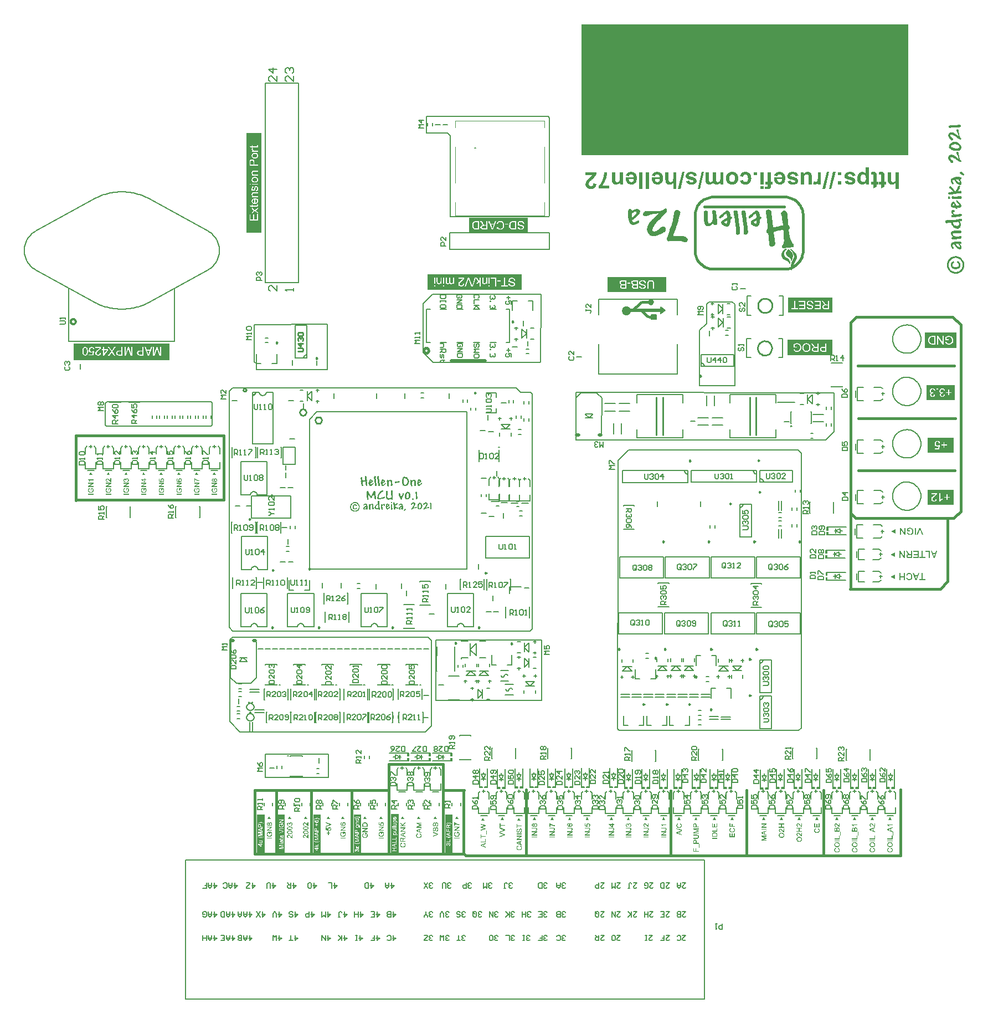
<source format=gto>
G75*
G70*
%OFA0B0*%
%FSLAX25Y25*%
%IPPOS*%
%LPD*%
%AMOC8*
5,1,8,0,0,1.08239X$1,22.5*
%
%ADD119C,0.00650*%
%ADD130C,0.00800*%
%ADD138C,0.01500*%
%ADD155C,0.00500*%
%ADD191R,1.96850X0.78740*%
%ADD205C,0.00591*%
%ADD21C,0.02000*%
%ADD213C,0.00984*%
%ADD23C,0.01575*%
%ADD236C,0.01000*%
%ADD238C,0.01968*%
%ADD244C,0.00394*%
%ADD39C,0.00669*%
%ADD55C,0.01181*%
%ADD56C,0.00787*%
%ADD94C,0.00689*%
%ADD99C,0.03500*%
X0000000Y0000000D02*
G01*
G75*
G36*
X0423900Y0509098D02*
X0424423Y0509076D01*
X0424525Y0509058D01*
X0424655Y0508999D01*
X0424826Y0508969D01*
X0425217Y0508795D01*
X0425589Y0508519D01*
X0425624Y0508513D01*
X0425646Y0508438D01*
X0425786Y0508238D01*
X0425948Y0507963D01*
X0425958Y0507821D01*
X0425968Y0507679D01*
X0425962Y0507645D01*
X0425944Y0507543D01*
X0425920Y0507406D01*
X0425844Y0507174D01*
X0425784Y0506833D01*
X0425678Y0506430D01*
X0425560Y0505959D01*
X0425383Y0505358D01*
X0425377Y0505324D01*
X0425319Y0505193D01*
X0425283Y0504989D01*
X0425207Y0504756D01*
X0425095Y0504319D01*
X0425025Y0504121D01*
X0425001Y0503985D01*
X0424995Y0503951D01*
X0424977Y0503848D01*
X0424947Y0503678D01*
X0424865Y0503411D01*
X0424764Y0503043D01*
X0424646Y0502572D01*
X0424476Y0502004D01*
X0424376Y0501636D01*
X0424276Y0501267D01*
X0424270Y0501233D01*
X0424258Y0501164D01*
X0424205Y0501068D01*
X0424141Y0500904D01*
X0424105Y0500700D01*
X0424029Y0500467D01*
X0423913Y0500206D01*
X0423825Y0499906D01*
X0423596Y0499208D01*
X0423316Y0498415D01*
X0422989Y0497559D01*
X0422651Y0496634D01*
X0422645Y0496600D01*
X0422599Y0496538D01*
X0422541Y0496408D01*
X0422470Y0496210D01*
X0422400Y0496011D01*
X0422324Y0495779D01*
X0422132Y0495286D01*
X0421927Y0494724D01*
X0421735Y0494231D01*
X0421659Y0493999D01*
X0421623Y0493794D01*
X0421559Y0493630D01*
X0421541Y0493528D01*
X0421745Y0493492D01*
X0421990Y0493484D01*
X0422371Y0493452D01*
X0422791Y0493448D01*
X0423349Y0493420D01*
X0423986Y0493448D01*
X0424698Y0493498D01*
X0424766Y0493486D01*
X0424982Y0493518D01*
X0425295Y0493498D01*
X0425716Y0493494D01*
X0426273Y0493466D01*
X0426892Y0493392D01*
X0427620Y0493334D01*
X0428540Y0493172D01*
X0428704Y0493108D01*
X0428903Y0493038D01*
X0429356Y0492817D01*
X0429610Y0492667D01*
X0429859Y0492483D01*
X0429887Y0492443D01*
X0429943Y0492362D01*
X0430067Y0492270D01*
X0430146Y0492116D01*
X0430358Y0491727D01*
X0430390Y0491511D01*
X0430382Y0491266D01*
X0430376Y0491232D01*
X0430358Y0491130D01*
X0430300Y0490999D01*
X0430270Y0490829D01*
X0430062Y0490444D01*
X0429957Y0490252D01*
X0429791Y0490105D01*
X0429751Y0490077D01*
X0429711Y0490049D01*
X0429476Y0489915D01*
X0429146Y0489833D01*
X0428935Y0489835D01*
X0428725Y0489837D01*
X0428316Y0489909D01*
X0428118Y0489979D01*
X0427879Y0490021D01*
X0427578Y0490109D01*
X0427408Y0490139D01*
X0427210Y0490209D01*
X0426971Y0490251D01*
X0426466Y0490376D01*
X0426233Y0490452D01*
X0425722Y0490542D01*
X0425444Y0490556D01*
X0425063Y0490588D01*
X0424648Y0490626D01*
X0424159Y0490642D01*
X0423561Y0490642D01*
X0423493Y0490654D01*
X0423277Y0490622D01*
X0422930Y0490648D01*
X0422503Y0490618D01*
X0422008Y0490599D01*
X0421439Y0490559D01*
X0420220Y0490423D01*
X0420186Y0490429D01*
X0420038Y0490385D01*
X0419862Y0490381D01*
X0419645Y0490349D01*
X0419184Y0490324D01*
X0419002Y0490286D01*
X0418763Y0490328D01*
X0418571Y0490433D01*
X0418282Y0490589D01*
X0418170Y0490749D01*
X0418023Y0490916D01*
X0417996Y0490956D01*
X0417967Y0490996D01*
X0417917Y0491110D01*
X0417873Y0491258D01*
X0417797Y0491623D01*
X0417759Y0491806D01*
X0417801Y0492044D01*
X0417807Y0492078D01*
X0417813Y0492112D01*
X0417859Y0492174D01*
X0417883Y0492310D01*
X0417947Y0492475D01*
X0418023Y0492707D01*
X0418146Y0493002D01*
X0418152Y0493036D01*
X0418204Y0493132D01*
X0418234Y0493303D01*
X0418304Y0493501D01*
X0418444Y0493898D01*
X0418514Y0494097D01*
X0418572Y0494227D01*
X0418584Y0494295D01*
X0418636Y0494391D01*
X0418666Y0494561D01*
X0418777Y0494788D01*
X0418871Y0495123D01*
X0419017Y0495554D01*
X0419221Y0496115D01*
X0419227Y0496149D01*
X0419285Y0496279D01*
X0419316Y0496450D01*
X0419426Y0496676D01*
X0419508Y0496943D01*
X0419602Y0497277D01*
X0419871Y0498003D01*
X0420117Y0498803D01*
X0420391Y0499563D01*
X0420526Y0499925D01*
X0420620Y0500260D01*
X0420742Y0500555D01*
X0420824Y0500821D01*
X0420836Y0500889D01*
X0420894Y0501020D01*
X0420976Y0501286D01*
X0421077Y0501655D01*
X0421189Y0502092D01*
X0421313Y0502597D01*
X0421415Y0503176D01*
X0421563Y0503818D01*
X0421569Y0503852D01*
X0421575Y0503886D01*
X0421593Y0503988D01*
X0421618Y0504125D01*
X0421648Y0504295D01*
X0421684Y0504499D01*
X0421774Y0505011D01*
X0421922Y0505652D01*
X0422054Y0506401D01*
X0422204Y0507253D01*
X0422367Y0508173D01*
X0422372Y0508208D01*
X0422385Y0508276D01*
X0422489Y0508468D01*
X0422581Y0508592D01*
X0422713Y0508745D01*
X0422873Y0508857D01*
X0423068Y0508963D01*
X0423102Y0508957D01*
X0423182Y0509013D01*
X0423290Y0509029D01*
X0423473Y0509067D01*
X0423655Y0509106D01*
X0423900Y0509098D01*
D02*
G37*
G36*
X0417147Y0510253D02*
X0417345Y0510183D01*
X0417566Y0510039D01*
X0417768Y0509792D01*
X0417790Y0509718D01*
X0417863Y0509530D01*
X0417945Y0509199D01*
X0417907Y0508784D01*
X0417901Y0508750D01*
X0417849Y0508654D01*
X0417791Y0508524D01*
X0417680Y0508297D01*
X0417484Y0507980D01*
X0417207Y0507608D01*
X0416845Y0507144D01*
X0416362Y0506597D01*
X0416356Y0506563D01*
X0416282Y0506541D01*
X0416229Y0506445D01*
X0416103Y0506327D01*
X0415799Y0505994D01*
X0415408Y0505571D01*
X0414897Y0505064D01*
X0414340Y0504494D01*
X0413702Y0503869D01*
X0412991Y0503221D01*
X0412945Y0503159D01*
X0412779Y0503013D01*
X0412526Y0502776D01*
X0412221Y0502444D01*
X0411865Y0502015D01*
X0411468Y0501558D01*
X0411019Y0501004D01*
X0410598Y0500411D01*
X0410592Y0500377D01*
X0410552Y0500349D01*
X0410500Y0500253D01*
X0410408Y0500128D01*
X0410218Y0499846D01*
X0409975Y0499467D01*
X0409755Y0499014D01*
X0409540Y0498595D01*
X0409354Y0498136D01*
X0409248Y0497733D01*
X0409242Y0497699D01*
X0409224Y0497597D01*
X0409200Y0497461D01*
X0409204Y0497284D01*
X0409178Y0496937D01*
X0409222Y0496789D01*
X0409272Y0496675D01*
X0409300Y0496635D01*
X0409418Y0496508D01*
X0409549Y0496450D01*
X0409679Y0496392D01*
X0409877Y0496322D01*
X0410184Y0496268D01*
X0410360Y0496272D01*
X0410691Y0496354D01*
X0410879Y0496426D01*
X0411136Y0496487D01*
X0411405Y0496615D01*
X0411713Y0496771D01*
X0412068Y0496990D01*
X0412423Y0497208D01*
X0412829Y0497523D01*
X0413276Y0497866D01*
X0413769Y0498271D01*
X0414274Y0498744D01*
X0414315Y0498772D01*
X0414475Y0498884D01*
X0414743Y0499013D01*
X0415114Y0499123D01*
X0415148Y0499117D01*
X0415222Y0499139D01*
X0415331Y0499155D01*
X0415473Y0499165D01*
X0415860Y0499167D01*
X0416275Y0499129D01*
X0416377Y0499111D01*
X0416569Y0499007D01*
X0416694Y0498915D01*
X0416846Y0498782D01*
X0416958Y0498622D01*
X0417064Y0498428D01*
X0417058Y0498394D01*
X0417080Y0498319D01*
X0417125Y0498171D01*
X0417135Y0498029D01*
X0417167Y0497812D01*
X0417193Y0497562D01*
X0417131Y0497011D01*
X0417125Y0496977D01*
X0417067Y0496846D01*
X0417002Y0496682D01*
X0416858Y0496461D01*
X0416674Y0496213D01*
X0416415Y0495942D01*
X0416055Y0495690D01*
X0415592Y0495455D01*
X0415552Y0495427D01*
X0415437Y0495377D01*
X0415323Y0495327D01*
X0415169Y0495249D01*
X0414980Y0495176D01*
X0414746Y0495042D01*
X0414706Y0495014D01*
X0414592Y0494964D01*
X0414397Y0494858D01*
X0414163Y0494723D01*
X0413860Y0494601D01*
X0413517Y0494451D01*
X0412718Y0494100D01*
X0411850Y0493761D01*
X0410966Y0493530D01*
X0410527Y0493432D01*
X0410128Y0493362D01*
X0409775Y0493354D01*
X0409429Y0493380D01*
X0409258Y0493410D01*
X0409128Y0493468D01*
X0408793Y0493562D01*
X0408368Y0493742D01*
X0407915Y0493963D01*
X0407446Y0494291D01*
X0407023Y0494682D01*
X0406618Y0495175D01*
X0406562Y0495255D01*
X0406450Y0495416D01*
X0406328Y0495718D01*
X0406149Y0496101D01*
X0406023Y0496580D01*
X0405908Y0497127D01*
X0405874Y0497731D01*
X0405955Y0498384D01*
X0405961Y0498418D01*
X0405991Y0498589D01*
X0406067Y0498821D01*
X0406115Y0499093D01*
X0406249Y0499456D01*
X0406383Y0499819D01*
X0406558Y0500210D01*
X0406772Y0500629D01*
X0406812Y0500657D01*
X0406876Y0500821D01*
X0407020Y0501042D01*
X0407211Y0501325D01*
X0407487Y0501697D01*
X0407810Y0502132D01*
X0408213Y0502624D01*
X0408690Y0503137D01*
X0408736Y0503199D01*
X0408816Y0503255D01*
X0408902Y0503345D01*
X0409028Y0503463D01*
X0409161Y0503616D01*
X0409367Y0503790D01*
X0409620Y0504027D01*
X0409872Y0504263D01*
X0410205Y0504556D01*
X0410583Y0504911D01*
X0411002Y0505294D01*
X0411461Y0505705D01*
X0412000Y0506172D01*
X0412580Y0506667D01*
X0413205Y0507224D01*
X0410273Y0506933D01*
X0410239Y0506939D01*
X0410090Y0506895D01*
X0409874Y0506863D01*
X0409583Y0506809D01*
X0409178Y0506704D01*
X0408693Y0506544D01*
X0408066Y0506374D01*
X0407358Y0506147D01*
X0407324Y0506153D01*
X0407250Y0506131D01*
X0407170Y0506075D01*
X0407022Y0506031D01*
X0406651Y0505920D01*
X0406200Y0505754D01*
X0405755Y0505622D01*
X0405316Y0505523D01*
X0404951Y0505447D01*
X0404673Y0505461D01*
X0404468Y0505497D01*
X0404236Y0505573D01*
X0403981Y0505724D01*
X0403761Y0505868D01*
X0403552Y0506080D01*
X0403458Y0506343D01*
X0403450Y0506696D01*
X0403456Y0506730D01*
X0403474Y0506832D01*
X0403544Y0507030D01*
X0403614Y0507229D01*
X0403724Y0507455D01*
X0403875Y0507710D01*
X0404059Y0507958D01*
X0404312Y0508195D01*
X0404352Y0508223D01*
X0404432Y0508279D01*
X0404586Y0508357D01*
X0404775Y0508429D01*
X0405037Y0508524D01*
X0405328Y0508578D01*
X0405646Y0508592D01*
X0406027Y0508560D01*
X0406368Y0508500D01*
X0406544Y0508504D01*
X0406749Y0508468D01*
X0407027Y0508454D01*
X0407340Y0508434D01*
X0407687Y0508408D01*
X0408034Y0508382D01*
X0408455Y0508378D01*
X0408910Y0508368D01*
X0409433Y0508346D01*
X0409962Y0508358D01*
X0410525Y0508364D01*
X0411128Y0508398D01*
X0411196Y0508386D01*
X0411379Y0508424D01*
X0411623Y0508416D01*
X0411948Y0508465D01*
X0412335Y0508467D01*
X0412762Y0508497D01*
X0413161Y0508567D01*
X0413553Y0508603D01*
X0413588Y0508597D01*
X0413696Y0508613D01*
X0413878Y0508651D01*
X0414095Y0508683D01*
X0414534Y0508782D01*
X0414756Y0508848D01*
X0414910Y0508926D01*
X0414950Y0508954D01*
X0415145Y0509060D01*
X0415425Y0509257D01*
X0415626Y0509397D01*
X0415866Y0509565D01*
X0415906Y0509594D01*
X0416027Y0509678D01*
X0416187Y0509790D01*
X0416387Y0509930D01*
X0416622Y0510065D01*
X0416816Y0510171D01*
X0416971Y0510249D01*
X0417079Y0510265D01*
X0417147Y0510253D01*
D02*
G37*
G36*
X0333997Y0495376D02*
X0298680Y0495376D01*
X0298680Y0504528D01*
X0333997Y0504528D01*
X0333997Y0495376D01*
D02*
G37*
G36*
X0479315Y0509355D02*
X0479488Y0509321D01*
X0479730Y0509251D01*
X0479938Y0509148D01*
X0480180Y0509009D01*
X0480388Y0508802D01*
X0480422Y0508767D01*
X0480457Y0508698D01*
X0480526Y0508559D01*
X0480630Y0508386D01*
X0480734Y0508144D01*
X0480803Y0507867D01*
X0480837Y0507556D01*
X0480872Y0507210D01*
X0480872Y0507141D01*
X0480872Y0507072D01*
X0480872Y0506968D01*
X0480907Y0506829D01*
X0480907Y0506622D01*
X0480941Y0506380D01*
X0480941Y0506034D01*
X0481010Y0505688D01*
X0481045Y0505238D01*
X0481080Y0504719D01*
X0481149Y0504131D01*
X0481253Y0503439D01*
X0481322Y0502677D01*
X0481426Y0501812D01*
X0481564Y0500844D01*
X0481564Y0500809D01*
X0481564Y0500774D01*
X0481599Y0500567D01*
X0481633Y0500290D01*
X0481668Y0499944D01*
X0481703Y0499563D01*
X0481737Y0499217D01*
X0481772Y0498906D01*
X0481806Y0498698D01*
X0481841Y0498698D01*
X0481910Y0498733D01*
X0482083Y0498733D01*
X0482256Y0498768D01*
X0482533Y0498837D01*
X0482810Y0498871D01*
X0483156Y0498941D01*
X0483536Y0499010D01*
X0483952Y0499114D01*
X0484436Y0499183D01*
X0485439Y0499425D01*
X0486581Y0499667D01*
X0487792Y0499979D01*
X0487792Y0500013D01*
X0487792Y0500117D01*
X0487757Y0500325D01*
X0487723Y0500636D01*
X0487654Y0501017D01*
X0487584Y0501570D01*
X0487515Y0502193D01*
X0487502Y0502342D01*
X0487342Y0502570D01*
X0487221Y0503086D01*
X0487261Y0503715D01*
X0487274Y0503744D01*
X0487273Y0503750D01*
X0487204Y0504234D01*
X0487100Y0504788D01*
X0487031Y0505307D01*
X0486927Y0505826D01*
X0486823Y0506276D01*
X0486789Y0506310D01*
X0486650Y0506345D01*
X0486547Y0506449D01*
X0486443Y0506553D01*
X0486408Y0506587D01*
X0486373Y0506656D01*
X0486339Y0506829D01*
X0486339Y0507106D01*
X0486339Y0507141D01*
X0486339Y0507175D01*
X0486373Y0507279D01*
X0486443Y0507418D01*
X0486547Y0507556D01*
X0486685Y0507764D01*
X0486858Y0507971D01*
X0487135Y0508213D01*
X0487169Y0508248D01*
X0487273Y0508317D01*
X0487411Y0508421D01*
X0487584Y0508525D01*
X0488000Y0508732D01*
X0488242Y0508802D01*
X0488449Y0508836D01*
X0488519Y0508836D01*
X0488726Y0508802D01*
X0489038Y0508698D01*
X0489384Y0508490D01*
X0489591Y0508352D01*
X0489764Y0508144D01*
X0489937Y0507937D01*
X0490076Y0507660D01*
X0490214Y0507348D01*
X0490318Y0506968D01*
X0490422Y0506553D01*
X0490456Y0506068D01*
X0490456Y0506034D01*
X0490456Y0505861D01*
X0490491Y0505618D01*
X0490525Y0505272D01*
X0490560Y0504788D01*
X0490595Y0504165D01*
X0490629Y0503819D01*
X0490664Y0503439D01*
X0490698Y0502989D01*
X0490733Y0502539D01*
X0490733Y0502504D01*
X0490733Y0502435D01*
X0490768Y0502331D01*
X0490768Y0502228D01*
X0490802Y0501882D01*
X0490837Y0501466D01*
X0490871Y0501051D01*
X0490906Y0500636D01*
X0490941Y0500290D01*
X0490941Y0500186D01*
X0490941Y0500082D01*
X0490975Y0500082D01*
X0491114Y0500013D01*
X0491321Y0499875D01*
X0491425Y0499771D01*
X0491529Y0499598D01*
X0491529Y0499563D01*
X0491564Y0499494D01*
X0491667Y0499287D01*
X0491806Y0499010D01*
X0491840Y0498733D01*
X0491840Y0498698D01*
X0491840Y0498664D01*
X0491806Y0498456D01*
X0491736Y0498214D01*
X0491633Y0497937D01*
X0491633Y0497903D01*
X0491598Y0497868D01*
X0491494Y0497730D01*
X0491321Y0497591D01*
X0491079Y0497487D01*
X0491079Y0497453D01*
X0491079Y0497418D01*
X0491114Y0497314D01*
X0491114Y0497141D01*
X0491148Y0496899D01*
X0491218Y0496553D01*
X0491287Y0496173D01*
X0491356Y0495654D01*
X0491356Y0495619D01*
X0491390Y0495515D01*
X0491390Y0495377D01*
X0491425Y0495169D01*
X0491494Y0494892D01*
X0491529Y0494616D01*
X0491633Y0493958D01*
X0491736Y0493266D01*
X0491777Y0492864D01*
X0492327Y0491161D01*
X0492956Y0489919D01*
X0493327Y0489218D01*
X0493770Y0488928D01*
X0494020Y0488742D01*
X0494077Y0488662D01*
X0494141Y0488226D01*
X0494182Y0487654D01*
X0494190Y0487299D01*
X0494085Y0487106D01*
X0493843Y0486936D01*
X0487852Y0486226D01*
X0487578Y0486274D01*
X0487328Y0486459D01*
X0487271Y0486540D01*
X0487199Y0487330D01*
X0487191Y0487685D01*
X0487215Y0487822D01*
X0487320Y0488016D01*
X0487884Y0488411D01*
X0488086Y0489153D01*
X0488376Y0490798D01*
X0488388Y0491192D01*
X0488380Y0491225D01*
X0488311Y0491536D01*
X0488276Y0491882D01*
X0488276Y0491917D01*
X0488276Y0492021D01*
X0488276Y0492194D01*
X0488276Y0492436D01*
X0488276Y0492713D01*
X0488242Y0493059D01*
X0488242Y0493439D01*
X0488207Y0493820D01*
X0488173Y0494685D01*
X0488103Y0495550D01*
X0488000Y0496415D01*
X0487861Y0497211D01*
X0487827Y0497211D01*
X0487688Y0497176D01*
X0487515Y0497141D01*
X0487239Y0497107D01*
X0486962Y0497072D01*
X0486581Y0497003D01*
X0486201Y0496934D01*
X0485785Y0496830D01*
X0484851Y0496657D01*
X0483917Y0496415D01*
X0482983Y0496138D01*
X0482568Y0496000D01*
X0482152Y0495827D01*
X0482152Y0495792D01*
X0482152Y0495688D01*
X0482187Y0495481D01*
X0482222Y0495204D01*
X0482256Y0494823D01*
X0482325Y0494339D01*
X0482429Y0493751D01*
X0482533Y0493024D01*
X0482533Y0492989D01*
X0482568Y0492886D01*
X0482568Y0492747D01*
X0482602Y0492540D01*
X0482637Y0492332D01*
X0482671Y0492055D01*
X0482775Y0491432D01*
X0482879Y0490775D01*
X0482948Y0490118D01*
X0482983Y0489529D01*
X0483017Y0489253D01*
X0483017Y0489045D01*
X0483017Y0489010D01*
X0483017Y0488907D01*
X0482983Y0488803D01*
X0482948Y0488630D01*
X0482879Y0488422D01*
X0482775Y0488215D01*
X0482637Y0488007D01*
X0482429Y0487799D01*
X0482394Y0487765D01*
X0482325Y0487696D01*
X0482187Y0487626D01*
X0482014Y0487523D01*
X0481806Y0487419D01*
X0481564Y0487315D01*
X0481287Y0487280D01*
X0481010Y0487246D01*
X0480907Y0487246D01*
X0480768Y0487280D01*
X0480595Y0487280D01*
X0480249Y0487419D01*
X0480042Y0487488D01*
X0479869Y0487626D01*
X0479834Y0487626D01*
X0479799Y0487696D01*
X0479627Y0487903D01*
X0479453Y0488249D01*
X0479419Y0488457D01*
X0479384Y0488699D01*
X0479384Y0488734D01*
X0479384Y0488907D01*
X0479384Y0489045D01*
X0479350Y0489218D01*
X0479350Y0489426D01*
X0479350Y0489668D01*
X0479315Y0489979D01*
X0479315Y0490291D01*
X0479281Y0490671D01*
X0479246Y0491121D01*
X0479211Y0491605D01*
X0479142Y0492159D01*
X0479107Y0492747D01*
X0479038Y0493405D01*
X0479038Y0493474D01*
X0479004Y0493612D01*
X0479004Y0493854D01*
X0478969Y0494131D01*
X0478934Y0494408D01*
X0478934Y0494685D01*
X0478900Y0494892D01*
X0478900Y0495065D01*
X0478658Y0495031D01*
X0478588Y0495031D01*
X0478450Y0495065D01*
X0478242Y0495204D01*
X0478139Y0495308D01*
X0478035Y0495446D01*
X0478035Y0495481D01*
X0478000Y0495515D01*
X0477862Y0495723D01*
X0477758Y0496000D01*
X0477723Y0496380D01*
X0477723Y0496415D01*
X0477723Y0496449D01*
X0477723Y0496553D01*
X0477758Y0496692D01*
X0477862Y0497072D01*
X0478035Y0497557D01*
X0478035Y0497591D01*
X0478069Y0497660D01*
X0478208Y0497868D01*
X0478381Y0498110D01*
X0478485Y0498179D01*
X0478588Y0498214D01*
X0478485Y0500013D01*
X0478485Y0500082D01*
X0478450Y0500221D01*
X0478450Y0500359D01*
X0478415Y0500532D01*
X0478381Y0500740D01*
X0478346Y0500982D01*
X0478312Y0501259D01*
X0478277Y0501570D01*
X0478242Y0501916D01*
X0478173Y0502331D01*
X0478104Y0502747D01*
X0478035Y0503266D01*
X0477966Y0503785D01*
X0477896Y0504373D01*
X0477896Y0504407D01*
X0477862Y0504511D01*
X0477862Y0504684D01*
X0477827Y0504892D01*
X0477793Y0505134D01*
X0477758Y0505411D01*
X0477654Y0506034D01*
X0477551Y0506656D01*
X0477481Y0507245D01*
X0477447Y0507487D01*
X0477447Y0507694D01*
X0477412Y0507867D01*
X0477412Y0507971D01*
X0477412Y0508006D01*
X0477412Y0508075D01*
X0477447Y0508179D01*
X0477481Y0508317D01*
X0477585Y0508663D01*
X0477723Y0508836D01*
X0477862Y0509009D01*
X0477896Y0509009D01*
X0477931Y0509078D01*
X0478035Y0509113D01*
X0478173Y0509182D01*
X0478519Y0509321D01*
X0478761Y0509355D01*
X0479004Y0509390D01*
X0479142Y0509390D01*
X0479315Y0509355D01*
D02*
G37*
G36*
X0491618Y0485138D02*
X0492061Y0484847D01*
X0492763Y0484017D01*
X0493440Y0483050D01*
X0493707Y0482155D01*
X0493618Y0481251D01*
X0493578Y0480622D01*
X0493433Y0479800D01*
X0493207Y0478921D01*
X0493022Y0478671D01*
X0492538Y0478332D01*
X0492530Y0478687D01*
X0492296Y0479364D01*
X0491618Y0480332D01*
X0491086Y0480921D01*
X0490393Y0481396D01*
X0489828Y0482202D01*
X0489505Y0483178D01*
X0489651Y0484000D01*
X0489965Y0484581D01*
X0490392Y0485001D01*
X0490957Y0485396D01*
X0491618Y0485138D01*
D02*
G37*
G36*
X0490182Y0485815D02*
X0489062Y0484670D01*
X0488489Y0483428D01*
X0488425Y0482662D01*
X0488522Y0482009D01*
X0488643Y0481493D01*
X0488982Y0481009D01*
X0489756Y0480590D01*
X0490506Y0480033D01*
X0491006Y0479663D01*
X0491482Y0479155D01*
X0491796Y0478534D01*
X0491974Y0477937D01*
X0492038Y0477502D01*
X0492022Y0477010D01*
X0491756Y0476704D01*
X0491611Y0477082D01*
X0491353Y0477623D01*
X0490901Y0478268D01*
X0490321Y0478582D01*
X0489603Y0478921D01*
X0488885Y0479259D01*
X0488167Y0479598D01*
X0487579Y0480267D01*
X0487240Y0480751D01*
X0486837Y0481670D01*
X0486845Y0482516D01*
X0486990Y0483339D01*
X0487328Y0484057D01*
X0487804Y0484750D01*
X0489175Y0485710D01*
X0489989Y0485920D01*
X0490182Y0485815D01*
D02*
G37*
G36*
X0493166Y0485501D02*
X0494279Y0484598D01*
X0495263Y0483364D01*
X0495690Y0482582D01*
X0496102Y0481308D01*
X0496021Y0480050D01*
X0495449Y0478809D01*
X0494820Y0477647D01*
X0494006Y0476236D01*
X0493562Y0475325D01*
X0493256Y0474390D01*
X0493063Y0473293D01*
X0493127Y0472858D01*
X0492716Y0472930D01*
X0492474Y0473962D01*
X0492321Y0474696D01*
X0492434Y0475736D01*
X0492732Y0477026D01*
X0493280Y0478131D01*
X0493933Y0479429D01*
X0494449Y0480752D01*
X0494489Y0481381D01*
X0494279Y0482195D01*
X0493932Y0483034D01*
X0493505Y0483816D01*
X0492771Y0484864D01*
X0492182Y0485533D01*
X0492001Y0485706D01*
X0492243Y0485876D01*
X0493166Y0485501D01*
D02*
G37*
G36*
X0517496Y0456595D02*
X0517496Y0447443D01*
X0490772Y0447443D01*
X0490772Y0456595D01*
X0517496Y0456595D01*
D02*
G37*
G36*
X0416831Y0448740D02*
X0414075Y0446772D01*
X0414075Y0450709D01*
X0416831Y0448740D01*
D02*
G37*
G36*
X0411516Y0443327D02*
X0408563Y0443327D01*
X0408563Y0446279D01*
X0411516Y0446279D01*
X0411516Y0443327D01*
D02*
G37*
G36*
X0592052Y0426255D02*
X0573223Y0426255D01*
X0573223Y0435407D01*
X0592052Y0435407D01*
X0592052Y0426255D01*
D02*
G37*
G36*
X0517299Y0421852D02*
X0490575Y0421852D01*
X0490575Y0431004D01*
X0517299Y0431004D01*
X0517299Y0421852D01*
D02*
G37*
G36*
X0118602Y0418898D02*
X0060827Y0418898D01*
X0060827Y0428740D01*
X0118602Y0428740D01*
X0118602Y0418898D01*
D02*
G37*
G36*
X0591207Y0403865D02*
X0591207Y0394775D01*
X0574068Y0394775D01*
X0574068Y0403865D01*
X0591207Y0403865D01*
D02*
G37*
G36*
X0146396Y0349656D02*
X0144484Y0349656D01*
X0145440Y0351476D01*
X0146396Y0349656D01*
D02*
G37*
G36*
X0125136Y0349656D02*
X0123224Y0349656D01*
X0124180Y0351476D01*
X0125136Y0349656D01*
D02*
G37*
G36*
X0114506Y0349656D02*
X0112594Y0349656D01*
X0113550Y0351476D01*
X0114506Y0349656D01*
D02*
G37*
G36*
X0103877Y0349656D02*
X0101964Y0349656D01*
X0102920Y0351476D01*
X0103877Y0349656D01*
D02*
G37*
G36*
X0093247Y0349656D02*
X0091334Y0349656D01*
X0092291Y0351476D01*
X0093247Y0349656D01*
D02*
G37*
G36*
X0082617Y0349656D02*
X0080704Y0349656D01*
X0081661Y0351476D01*
X0082617Y0349656D01*
D02*
G37*
G36*
X0093080Y0347692D02*
X0093114Y0347686D01*
X0093160Y0347680D01*
X0093258Y0347657D01*
X0093373Y0347617D01*
X0093494Y0347559D01*
X0093552Y0347525D01*
X0093615Y0347485D01*
X0093667Y0347433D01*
X0093725Y0347375D01*
X0093730Y0347369D01*
X0093736Y0347358D01*
X0093748Y0347341D01*
X0093771Y0347318D01*
X0093788Y0347289D01*
X0093811Y0347249D01*
X0093840Y0347208D01*
X0093863Y0347156D01*
X0093915Y0347047D01*
X0093961Y0346914D01*
X0093995Y0346770D01*
X0094001Y0346690D01*
X0094007Y0346609D01*
X0094007Y0346569D01*
X0094001Y0346540D01*
X0094001Y0346500D01*
X0093995Y0346459D01*
X0093978Y0346361D01*
X0093944Y0346246D01*
X0093903Y0346131D01*
X0093840Y0346010D01*
X0093805Y0345953D01*
X0093759Y0345901D01*
X0093753Y0345895D01*
X0093748Y0345889D01*
X0093713Y0345854D01*
X0093656Y0345809D01*
X0093581Y0345757D01*
X0093483Y0345699D01*
X0093362Y0345647D01*
X0093224Y0345607D01*
X0093062Y0345578D01*
X0092993Y0346039D01*
X0092999Y0346039D01*
X0093010Y0346045D01*
X0093028Y0346045D01*
X0093051Y0346050D01*
X0093108Y0346068D01*
X0093177Y0346091D01*
X0093258Y0346114D01*
X0093339Y0346148D01*
X0093414Y0346194D01*
X0093471Y0346240D01*
X0093477Y0346246D01*
X0093494Y0346264D01*
X0093517Y0346298D01*
X0093540Y0346338D01*
X0093563Y0346390D01*
X0093586Y0346454D01*
X0093604Y0346523D01*
X0093609Y0346603D01*
X0093609Y0346615D01*
X0093604Y0346644D01*
X0093598Y0346690D01*
X0093586Y0346747D01*
X0093569Y0346816D01*
X0093535Y0346886D01*
X0093494Y0346955D01*
X0093437Y0347024D01*
X0093431Y0347030D01*
X0093408Y0347053D01*
X0093368Y0347081D01*
X0093316Y0347110D01*
X0093258Y0347145D01*
X0093183Y0347168D01*
X0093103Y0347191D01*
X0093010Y0347197D01*
X0092999Y0347197D01*
X0092970Y0347197D01*
X0092930Y0347191D01*
X0092872Y0347179D01*
X0092809Y0347156D01*
X0092746Y0347133D01*
X0092682Y0347093D01*
X0092619Y0347041D01*
X0092613Y0347035D01*
X0092596Y0347012D01*
X0092567Y0346978D01*
X0092538Y0346932D01*
X0092509Y0346874D01*
X0092481Y0346805D01*
X0092463Y0346724D01*
X0092457Y0346638D01*
X0092457Y0346592D01*
X0092463Y0346563D01*
X0092469Y0346517D01*
X0092475Y0346465D01*
X0092486Y0346402D01*
X0092498Y0346327D01*
X0092077Y0346373D01*
X0092077Y0346477D01*
X0092072Y0346569D01*
X0092072Y0346609D01*
X0092066Y0346644D01*
X0092066Y0346661D01*
X0092060Y0346678D01*
X0092054Y0346701D01*
X0092031Y0346759D01*
X0092002Y0346828D01*
X0092002Y0346834D01*
X0091991Y0346845D01*
X0091979Y0346863D01*
X0091962Y0346886D01*
X0091916Y0346943D01*
X0091853Y0346995D01*
X0091847Y0347001D01*
X0091835Y0347007D01*
X0091812Y0347018D01*
X0091784Y0347030D01*
X0091749Y0347041D01*
X0091709Y0347053D01*
X0091657Y0347064D01*
X0091605Y0347064D01*
X0091593Y0347064D01*
X0091571Y0347064D01*
X0091536Y0347058D01*
X0091484Y0347047D01*
X0091432Y0347030D01*
X0091380Y0347001D01*
X0091329Y0346966D01*
X0091282Y0346920D01*
X0091277Y0346914D01*
X0091265Y0346897D01*
X0091248Y0346868D01*
X0091225Y0346828D01*
X0091202Y0346782D01*
X0091185Y0346724D01*
X0091173Y0346667D01*
X0091167Y0346598D01*
X0091167Y0346563D01*
X0091173Y0346523D01*
X0091185Y0346477D01*
X0091202Y0346425D01*
X0091225Y0346367D01*
X0091259Y0346310D01*
X0091306Y0346258D01*
X0091311Y0346252D01*
X0091329Y0346235D01*
X0091363Y0346212D01*
X0091409Y0346189D01*
X0091467Y0346154D01*
X0091536Y0346125D01*
X0091622Y0346102D01*
X0091726Y0346079D01*
X0091651Y0345618D01*
X0091645Y0345618D01*
X0091628Y0345624D01*
X0091605Y0345630D01*
X0091576Y0345636D01*
X0091536Y0345641D01*
X0091496Y0345659D01*
X0091392Y0345688D01*
X0091282Y0345734D01*
X0091173Y0345791D01*
X0091069Y0345866D01*
X0091023Y0345912D01*
X0090983Y0345958D01*
X0090983Y0345964D01*
X0090971Y0345970D01*
X0090948Y0346004D01*
X0090914Y0346062D01*
X0090873Y0346137D01*
X0090839Y0346229D01*
X0090804Y0346338D01*
X0090781Y0346459D01*
X0090770Y0346592D01*
X0090770Y0346632D01*
X0090776Y0346661D01*
X0090776Y0346695D01*
X0090781Y0346736D01*
X0090799Y0346828D01*
X0090827Y0346932D01*
X0090873Y0347047D01*
X0090937Y0347162D01*
X0090971Y0347214D01*
X0091018Y0347266D01*
X0091018Y0347271D01*
X0091029Y0347277D01*
X0091064Y0347312D01*
X0091115Y0347352D01*
X0091185Y0347404D01*
X0091271Y0347456D01*
X0091375Y0347502D01*
X0091490Y0347531D01*
X0091553Y0347536D01*
X0091616Y0347542D01*
X0091622Y0347542D01*
X0091634Y0347542D01*
X0091663Y0347542D01*
X0091691Y0347536D01*
X0091732Y0347531D01*
X0091772Y0347519D01*
X0091870Y0347490D01*
X0091922Y0347467D01*
X0091979Y0347439D01*
X0092031Y0347404D01*
X0092083Y0347364D01*
X0092135Y0347312D01*
X0092187Y0347254D01*
X0092227Y0347191D01*
X0092234Y0347179D01*
X0092244Y0347208D01*
X0092273Y0347271D01*
X0092308Y0347341D01*
X0092360Y0347410D01*
X0092423Y0347479D01*
X0092504Y0347542D01*
X0092515Y0347548D01*
X0092544Y0347565D01*
X0092590Y0347594D01*
X0092653Y0347623D01*
X0092728Y0347646D01*
X0092815Y0347675D01*
X0092907Y0347692D01*
X0093005Y0347698D01*
X0093010Y0347698D01*
X0093022Y0347698D01*
X0093045Y0347698D01*
X0093080Y0347692D01*
D02*
G37*
G36*
X0146252Y0347692D02*
X0146287Y0347686D01*
X0146327Y0347680D01*
X0146425Y0347663D01*
X0146535Y0347623D01*
X0146650Y0347571D01*
X0146713Y0347536D01*
X0146771Y0347496D01*
X0146828Y0347450D01*
X0146880Y0347398D01*
X0146886Y0347393D01*
X0146892Y0347387D01*
X0146903Y0347370D01*
X0146920Y0347346D01*
X0146943Y0347312D01*
X0146967Y0347277D01*
X0146990Y0347237D01*
X0147018Y0347191D01*
X0147070Y0347081D01*
X0147110Y0346949D01*
X0147145Y0346799D01*
X0147151Y0346719D01*
X0147157Y0346632D01*
X0147157Y0346586D01*
X0147151Y0346557D01*
X0147151Y0346517D01*
X0147139Y0346471D01*
X0147122Y0346361D01*
X0147087Y0346240D01*
X0147041Y0346114D01*
X0146972Y0345987D01*
X0146926Y0345924D01*
X0146880Y0345866D01*
X0146874Y0345860D01*
X0146869Y0345855D01*
X0146851Y0345837D01*
X0146828Y0345820D01*
X0146799Y0345797D01*
X0146771Y0345774D01*
X0146684Y0345722D01*
X0146581Y0345665D01*
X0146460Y0345618D01*
X0146321Y0345584D01*
X0146247Y0345578D01*
X0146166Y0345572D01*
X0146160Y0345572D01*
X0146154Y0345572D01*
X0146137Y0345572D01*
X0146114Y0345572D01*
X0146056Y0345584D01*
X0145987Y0345595D01*
X0145907Y0345613D01*
X0145815Y0345641D01*
X0145722Y0345682D01*
X0145636Y0345739D01*
X0145624Y0345745D01*
X0145596Y0345768D01*
X0145561Y0345809D01*
X0145515Y0345855D01*
X0145463Y0345918D01*
X0145417Y0345987D01*
X0145382Y0346068D01*
X0145380Y0346077D01*
X0145342Y0346016D01*
X0145313Y0345970D01*
X0145279Y0345930D01*
X0145238Y0345889D01*
X0145192Y0345843D01*
X0145141Y0345809D01*
X0145077Y0345774D01*
X0145014Y0345739D01*
X0144933Y0345716D01*
X0144853Y0345705D01*
X0144760Y0345699D01*
X0144755Y0345699D01*
X0144743Y0345699D01*
X0144726Y0345699D01*
X0144703Y0345705D01*
X0144634Y0345711D01*
X0144553Y0345734D01*
X0144455Y0345762D01*
X0144357Y0345809D01*
X0144254Y0345872D01*
X0144207Y0345906D01*
X0144161Y0345953D01*
X0144156Y0345958D01*
X0144150Y0345964D01*
X0144138Y0345981D01*
X0144121Y0345999D01*
X0144087Y0346056D01*
X0144040Y0346137D01*
X0143994Y0346229D01*
X0143960Y0346344D01*
X0143931Y0346477D01*
X0143919Y0346626D01*
X0143919Y0346667D01*
X0143925Y0346696D01*
X0143925Y0346730D01*
X0143931Y0346776D01*
X0143948Y0346868D01*
X0143983Y0346978D01*
X0144029Y0347093D01*
X0144087Y0347202D01*
X0144127Y0347254D01*
X0144173Y0347306D01*
X0144173Y0347312D01*
X0144184Y0347318D01*
X0144219Y0347346D01*
X0144271Y0347393D01*
X0144340Y0347439D01*
X0144426Y0347485D01*
X0144530Y0347531D01*
X0144639Y0347560D01*
X0144703Y0347571D01*
X0144766Y0347571D01*
X0144772Y0347571D01*
X0144789Y0347571D01*
X0144812Y0347571D01*
X0144847Y0347565D01*
X0144887Y0347560D01*
X0144927Y0347548D01*
X0145031Y0347514D01*
X0145083Y0347490D01*
X0145141Y0347462D01*
X0145192Y0347421D01*
X0145244Y0347381D01*
X0145296Y0347329D01*
X0145342Y0347266D01*
X0145382Y0347197D01*
X0145391Y0347176D01*
X0145405Y0347208D01*
X0145429Y0347249D01*
X0145457Y0347300D01*
X0145492Y0347352D01*
X0145538Y0347410D01*
X0145590Y0347462D01*
X0145647Y0347514D01*
X0145711Y0347565D01*
X0145786Y0347606D01*
X0145872Y0347646D01*
X0145964Y0347675D01*
X0146068Y0347692D01*
X0146183Y0347698D01*
X0146189Y0347698D01*
X0146200Y0347698D01*
X0146223Y0347698D01*
X0146252Y0347692D01*
D02*
G37*
G36*
X0114201Y0347704D02*
X0114242Y0347698D01*
X0114288Y0347692D01*
X0114403Y0347669D01*
X0114530Y0347634D01*
X0114662Y0347583D01*
X0114731Y0347548D01*
X0114800Y0347508D01*
X0114869Y0347456D01*
X0114933Y0347404D01*
X0114938Y0347398D01*
X0114944Y0347393D01*
X0114962Y0347375D01*
X0114985Y0347346D01*
X0115008Y0347318D01*
X0115036Y0347283D01*
X0115071Y0347237D01*
X0115100Y0347191D01*
X0115129Y0347133D01*
X0115163Y0347076D01*
X0115215Y0346937D01*
X0115238Y0346863D01*
X0115250Y0346782D01*
X0115261Y0346696D01*
X0115267Y0346603D01*
X0115267Y0346563D01*
X0115261Y0346534D01*
X0115261Y0346500D01*
X0115255Y0346459D01*
X0115238Y0346367D01*
X0115209Y0346252D01*
X0115175Y0346137D01*
X0115117Y0346016D01*
X0115042Y0345901D01*
X0115036Y0345895D01*
X0115031Y0345889D01*
X0114996Y0345855D01*
X0114944Y0345809D01*
X0114864Y0345751D01*
X0114818Y0345722D01*
X0114766Y0345688D01*
X0114708Y0345665D01*
X0114639Y0345636D01*
X0114570Y0345613D01*
X0114495Y0345595D01*
X0114409Y0345578D01*
X0114322Y0345567D01*
X0114282Y0346045D01*
X0114288Y0346045D01*
X0114293Y0346045D01*
X0114311Y0346050D01*
X0114334Y0346056D01*
X0114391Y0346068D01*
X0114460Y0346091D01*
X0114535Y0346114D01*
X0114610Y0346148D01*
X0114679Y0346189D01*
X0114737Y0346240D01*
X0114743Y0346246D01*
X0114760Y0346269D01*
X0114777Y0346298D01*
X0114800Y0346344D01*
X0114829Y0346396D01*
X0114846Y0346459D01*
X0114864Y0346529D01*
X0114869Y0346603D01*
X0114869Y0346615D01*
X0114864Y0346650D01*
X0114858Y0346696D01*
X0114846Y0346759D01*
X0114818Y0346828D01*
X0114783Y0346897D01*
X0114737Y0346966D01*
X0114668Y0347035D01*
X0114656Y0347041D01*
X0114633Y0347064D01*
X0114587Y0347093D01*
X0114530Y0347122D01*
X0114455Y0347156D01*
X0114368Y0347179D01*
X0114270Y0347202D01*
X0114161Y0347208D01*
X0114155Y0347208D01*
X0114149Y0347208D01*
X0114132Y0347208D01*
X0114109Y0347208D01*
X0114057Y0347197D01*
X0113988Y0347185D01*
X0113907Y0347168D01*
X0113833Y0347133D01*
X0113752Y0347093D01*
X0113683Y0347035D01*
X0113677Y0347030D01*
X0113654Y0347007D01*
X0113625Y0346966D01*
X0113591Y0346914D01*
X0113562Y0346851D01*
X0113533Y0346776D01*
X0113510Y0346696D01*
X0113504Y0346598D01*
X0113504Y0346563D01*
X0113510Y0346540D01*
X0113522Y0346482D01*
X0113545Y0346402D01*
X0113579Y0346315D01*
X0113631Y0346223D01*
X0113665Y0346183D01*
X0113706Y0346137D01*
X0113758Y0346096D01*
X0113810Y0346056D01*
X0113758Y0345630D01*
X0112082Y0345935D01*
X0112082Y0347565D01*
X0112537Y0347565D01*
X0112537Y0346310D01*
X0113268Y0346160D01*
X0113262Y0346171D01*
X0113239Y0346200D01*
X0113210Y0346246D01*
X0113170Y0346310D01*
X0113136Y0346390D01*
X0113107Y0346482D01*
X0113084Y0346586D01*
X0113078Y0346701D01*
X0113078Y0346742D01*
X0113084Y0346770D01*
X0113084Y0346805D01*
X0113095Y0346845D01*
X0113113Y0346943D01*
X0113147Y0347053D01*
X0113199Y0347168D01*
X0113233Y0347225D01*
X0113268Y0347289D01*
X0113314Y0347346D01*
X0113366Y0347404D01*
X0113372Y0347410D01*
X0113377Y0347416D01*
X0113395Y0347433D01*
X0113418Y0347450D01*
X0113447Y0347473D01*
X0113481Y0347502D01*
X0113522Y0347531D01*
X0113568Y0347560D01*
X0113677Y0347611D01*
X0113804Y0347663D01*
X0113953Y0347698D01*
X0114034Y0347704D01*
X0114121Y0347709D01*
X0114126Y0347709D01*
X0114144Y0347709D01*
X0114167Y0347709D01*
X0114201Y0347704D01*
D02*
G37*
G36*
X0083325Y0345520D02*
X0083319Y0345520D01*
X0083314Y0345520D01*
X0083296Y0345520D01*
X0083273Y0345526D01*
X0083210Y0345532D01*
X0083135Y0345544D01*
X0083043Y0345567D01*
X0082945Y0345601D01*
X0082841Y0345641D01*
X0082738Y0345705D01*
X0082732Y0345705D01*
X0082726Y0345716D01*
X0082709Y0345728D01*
X0082686Y0345745D01*
X0082628Y0345791D01*
X0082588Y0345826D01*
X0082548Y0345866D01*
X0082496Y0345912D01*
X0082444Y0345964D01*
X0082386Y0346022D01*
X0082323Y0346085D01*
X0082260Y0346154D01*
X0082185Y0346235D01*
X0082116Y0346321D01*
X0082035Y0346413D01*
X0082035Y0346419D01*
X0082023Y0346425D01*
X0081995Y0346459D01*
X0081949Y0346517D01*
X0081891Y0346586D01*
X0081816Y0346667D01*
X0081735Y0346759D01*
X0081643Y0346845D01*
X0081551Y0346937D01*
X0081545Y0346937D01*
X0081540Y0346949D01*
X0081505Y0346972D01*
X0081453Y0347012D01*
X0081390Y0347058D01*
X0081309Y0347099D01*
X0081223Y0347139D01*
X0081131Y0347162D01*
X0081033Y0347174D01*
X0081021Y0347174D01*
X0080998Y0347174D01*
X0080958Y0347168D01*
X0080906Y0347156D01*
X0080854Y0347133D01*
X0080797Y0347110D01*
X0080733Y0347070D01*
X0080681Y0347018D01*
X0080676Y0347012D01*
X0080658Y0346989D01*
X0080635Y0346955D01*
X0080607Y0346914D01*
X0080583Y0346857D01*
X0080560Y0346788D01*
X0080543Y0346713D01*
X0080537Y0346632D01*
X0080537Y0346592D01*
X0080543Y0346546D01*
X0080555Y0346494D01*
X0080572Y0346425D01*
X0080601Y0346361D01*
X0080635Y0346292D01*
X0080687Y0346229D01*
X0080693Y0346223D01*
X0080716Y0346206D01*
X0080751Y0346177D01*
X0080802Y0346148D01*
X0080866Y0346119D01*
X0080952Y0346096D01*
X0081050Y0346079D01*
X0081165Y0346068D01*
X0081119Y0345595D01*
X0081113Y0345595D01*
X0081096Y0345595D01*
X0081073Y0345601D01*
X0081038Y0345607D01*
X0080998Y0345613D01*
X0080952Y0345624D01*
X0080843Y0345647D01*
X0080722Y0345688D01*
X0080601Y0345745D01*
X0080485Y0345820D01*
X0080428Y0345860D01*
X0080382Y0345912D01*
X0080376Y0345918D01*
X0080370Y0345924D01*
X0080359Y0345941D01*
X0080342Y0345964D01*
X0080324Y0345993D01*
X0080307Y0346027D01*
X0080261Y0346114D01*
X0080215Y0346217D01*
X0080180Y0346338D01*
X0080151Y0346482D01*
X0080140Y0346638D01*
X0080140Y0346684D01*
X0080146Y0346719D01*
X0080146Y0346759D01*
X0080151Y0346805D01*
X0080174Y0346909D01*
X0080203Y0347030D01*
X0080249Y0347150D01*
X0080318Y0347271D01*
X0080359Y0347329D01*
X0080405Y0347381D01*
X0080411Y0347387D01*
X0080416Y0347393D01*
X0080451Y0347421D01*
X0080509Y0347467D01*
X0080583Y0347519D01*
X0080676Y0347565D01*
X0080785Y0347611D01*
X0080906Y0347640D01*
X0080969Y0347652D01*
X0081038Y0347652D01*
X0081044Y0347652D01*
X0081050Y0347652D01*
X0081067Y0347652D01*
X0081090Y0347646D01*
X0081154Y0347640D01*
X0081234Y0347623D01*
X0081327Y0347600D01*
X0081436Y0347559D01*
X0081545Y0347502D01*
X0081666Y0347427D01*
X0081672Y0347427D01*
X0081678Y0347415D01*
X0081701Y0347404D01*
X0081724Y0347381D01*
X0081753Y0347358D01*
X0081793Y0347323D01*
X0081833Y0347283D01*
X0081885Y0347237D01*
X0081943Y0347185D01*
X0082006Y0347122D01*
X0082069Y0347047D01*
X0082144Y0346972D01*
X0082225Y0346880D01*
X0082306Y0346788D01*
X0082398Y0346678D01*
X0082490Y0346563D01*
X0082490Y0346557D01*
X0082502Y0346551D01*
X0082513Y0346534D01*
X0082530Y0346511D01*
X0082582Y0346454D01*
X0082634Y0346385D01*
X0082697Y0346315D01*
X0082761Y0346246D01*
X0082818Y0346183D01*
X0082870Y0346137D01*
X0082870Y0347657D01*
X0083325Y0347657D01*
X0083325Y0345520D01*
D02*
G37*
G36*
X0124871Y0347698D02*
X0124912Y0347698D01*
X0124958Y0347686D01*
X0125062Y0347669D01*
X0125188Y0347634D01*
X0125315Y0347583D01*
X0125384Y0347554D01*
X0125447Y0347514D01*
X0125511Y0347473D01*
X0125574Y0347421D01*
X0125580Y0347416D01*
X0125586Y0347410D01*
X0125603Y0347393D01*
X0125626Y0347370D01*
X0125649Y0347341D01*
X0125678Y0347312D01*
X0125735Y0347225D01*
X0125793Y0347122D01*
X0125845Y0346995D01*
X0125885Y0346851D01*
X0125891Y0346770D01*
X0125897Y0346684D01*
X0125897Y0346638D01*
X0125891Y0346603D01*
X0125885Y0346569D01*
X0125879Y0346517D01*
X0125856Y0346408D01*
X0125816Y0346287D01*
X0125787Y0346217D01*
X0125753Y0346154D01*
X0125712Y0346085D01*
X0125666Y0346016D01*
X0125615Y0345953D01*
X0125557Y0345889D01*
X0125551Y0345883D01*
X0125540Y0345878D01*
X0125522Y0345860D01*
X0125488Y0345837D01*
X0125453Y0345814D01*
X0125401Y0345785D01*
X0125344Y0345757D01*
X0125280Y0345728D01*
X0125200Y0345699D01*
X0125113Y0345670D01*
X0125015Y0345641D01*
X0124906Y0345618D01*
X0124785Y0345595D01*
X0124658Y0345578D01*
X0124514Y0345572D01*
X0124359Y0345567D01*
X0124347Y0345567D01*
X0124324Y0345567D01*
X0124278Y0345567D01*
X0124221Y0345572D01*
X0124151Y0345578D01*
X0124071Y0345584D01*
X0123984Y0345590D01*
X0123887Y0345601D01*
X0123685Y0345636D01*
X0123472Y0345693D01*
X0123368Y0345722D01*
X0123270Y0345762D01*
X0123178Y0345809D01*
X0123092Y0345860D01*
X0123086Y0345866D01*
X0123074Y0345872D01*
X0123051Y0345889D01*
X0123022Y0345918D01*
X0122994Y0345947D01*
X0122953Y0345981D01*
X0122913Y0346027D01*
X0122873Y0346079D01*
X0122832Y0346137D01*
X0122798Y0346200D01*
X0122757Y0346269D01*
X0122729Y0346344D01*
X0122700Y0346431D01*
X0122677Y0346517D01*
X0122665Y0346615D01*
X0122660Y0346719D01*
X0122660Y0346753D01*
X0122665Y0346782D01*
X0122665Y0346811D01*
X0122671Y0346851D01*
X0122683Y0346937D01*
X0122711Y0347035D01*
X0122746Y0347139D01*
X0122798Y0347243D01*
X0122867Y0347341D01*
X0122867Y0347346D01*
X0122879Y0347352D01*
X0122907Y0347381D01*
X0122953Y0347421D01*
X0123022Y0347473D01*
X0123115Y0347531D01*
X0123224Y0347577D01*
X0123357Y0347623D01*
X0123512Y0347652D01*
X0123547Y0347185D01*
X0123541Y0347185D01*
X0123524Y0347179D01*
X0123501Y0347174D01*
X0123472Y0347162D01*
X0123391Y0347133D01*
X0123299Y0347087D01*
X0123213Y0347018D01*
X0123132Y0346937D01*
X0123103Y0346886D01*
X0123080Y0346828D01*
X0123063Y0346765D01*
X0123057Y0346696D01*
X0123057Y0346684D01*
X0123063Y0346650D01*
X0123069Y0346603D01*
X0123092Y0346540D01*
X0123126Y0346465D01*
X0123172Y0346385D01*
X0123241Y0346310D01*
X0123287Y0346269D01*
X0123334Y0346229D01*
X0123339Y0346229D01*
X0123345Y0346223D01*
X0123362Y0346212D01*
X0123385Y0346200D01*
X0123414Y0346183D01*
X0123449Y0346166D01*
X0123489Y0346148D01*
X0123541Y0346131D01*
X0123593Y0346114D01*
X0123656Y0346096D01*
X0123725Y0346079D01*
X0123800Y0346062D01*
X0123881Y0346050D01*
X0123973Y0346039D01*
X0124065Y0346033D01*
X0124088Y0346033D01*
X0124077Y0346045D01*
X0124042Y0346079D01*
X0124002Y0346120D01*
X0123961Y0346166D01*
X0123927Y0346217D01*
X0123887Y0346275D01*
X0123852Y0346338D01*
X0123823Y0346408D01*
X0123800Y0346482D01*
X0123777Y0346563D01*
X0123766Y0346650D01*
X0123760Y0346742D01*
X0123760Y0346782D01*
X0123766Y0346811D01*
X0123771Y0346845D01*
X0123777Y0346886D01*
X0123794Y0346978D01*
X0123829Y0347087D01*
X0123881Y0347197D01*
X0123915Y0347254D01*
X0123956Y0347312D01*
X0124002Y0347370D01*
X0124054Y0347421D01*
X0124059Y0347427D01*
X0124065Y0347433D01*
X0124082Y0347450D01*
X0124105Y0347467D01*
X0124134Y0347485D01*
X0124169Y0347514D01*
X0124255Y0347565D01*
X0124365Y0347617D01*
X0124491Y0347657D01*
X0124635Y0347692D01*
X0124716Y0347698D01*
X0124797Y0347704D01*
X0124802Y0347704D01*
X0124814Y0347704D01*
X0124843Y0347704D01*
X0124871Y0347698D01*
D02*
G37*
G36*
X0103848Y0347260D02*
X0104585Y0347260D01*
X0104585Y0346788D01*
X0103848Y0346788D01*
X0103848Y0345451D01*
X0103450Y0345451D01*
X0101411Y0346874D01*
X0101411Y0347260D01*
X0103416Y0347260D01*
X0103416Y0347675D01*
X0103848Y0347675D01*
X0103848Y0347260D01*
D02*
G37*
G36*
X0147105Y0344576D02*
X0144775Y0343021D01*
X0147105Y0343021D01*
X0147105Y0342543D01*
X0143931Y0342543D01*
X0143931Y0343026D01*
X0146261Y0344587D01*
X0143931Y0344587D01*
X0143931Y0345065D01*
X0147105Y0345065D01*
X0147105Y0344576D01*
D02*
G37*
G36*
X0125845Y0344576D02*
X0123515Y0343021D01*
X0125845Y0343021D01*
X0125845Y0342543D01*
X0122671Y0342543D01*
X0122671Y0343026D01*
X0125002Y0344587D01*
X0122671Y0344587D01*
X0122671Y0345065D01*
X0125845Y0345065D01*
X0125845Y0344576D01*
D02*
G37*
G36*
X0115215Y0344576D02*
X0112885Y0343021D01*
X0115215Y0343021D01*
X0115215Y0342543D01*
X0112041Y0342543D01*
X0112041Y0343026D01*
X0114372Y0344587D01*
X0112041Y0344587D01*
X0112041Y0345065D01*
X0115215Y0345065D01*
X0115215Y0344576D01*
D02*
G37*
G36*
X0104585Y0344576D02*
X0102255Y0343021D01*
X0104585Y0343021D01*
X0104585Y0342543D01*
X0101411Y0342543D01*
X0101411Y0343026D01*
X0103742Y0344587D01*
X0101411Y0344587D01*
X0101411Y0345065D01*
X0104585Y0345065D01*
X0104585Y0344576D01*
D02*
G37*
G36*
X0093955Y0344576D02*
X0091625Y0343021D01*
X0093955Y0343021D01*
X0093955Y0342543D01*
X0090781Y0342543D01*
X0090781Y0343026D01*
X0093112Y0344587D01*
X0090781Y0344587D01*
X0090781Y0345065D01*
X0093955Y0345065D01*
X0093955Y0344576D01*
D02*
G37*
G36*
X0083325Y0344576D02*
X0080995Y0343021D01*
X0083325Y0343021D01*
X0083325Y0342543D01*
X0080151Y0342543D01*
X0080151Y0343026D01*
X0082482Y0344587D01*
X0080151Y0344587D01*
X0080151Y0345065D01*
X0083325Y0345065D01*
X0083325Y0344576D01*
D02*
G37*
G36*
X0146655Y0341944D02*
X0146673Y0341920D01*
X0146696Y0341886D01*
X0146730Y0341840D01*
X0146765Y0341782D01*
X0146811Y0341719D01*
X0146857Y0341638D01*
X0146903Y0341552D01*
X0146949Y0341460D01*
X0146995Y0341356D01*
X0147041Y0341247D01*
X0147076Y0341131D01*
X0147110Y0341010D01*
X0147134Y0340884D01*
X0147151Y0340757D01*
X0147157Y0340624D01*
X0147157Y0340590D01*
X0147151Y0340555D01*
X0147151Y0340504D01*
X0147145Y0340440D01*
X0147134Y0340371D01*
X0147122Y0340290D01*
X0147099Y0340204D01*
X0147076Y0340112D01*
X0147047Y0340014D01*
X0147013Y0339916D01*
X0146967Y0339818D01*
X0146920Y0339720D01*
X0146857Y0339622D01*
X0146794Y0339530D01*
X0146713Y0339444D01*
X0146707Y0339438D01*
X0146690Y0339426D01*
X0146667Y0339403D01*
X0146632Y0339375D01*
X0146586Y0339340D01*
X0146535Y0339305D01*
X0146471Y0339265D01*
X0146396Y0339225D01*
X0146321Y0339179D01*
X0146229Y0339138D01*
X0146131Y0339104D01*
X0146028Y0339069D01*
X0145912Y0339040D01*
X0145797Y0339018D01*
X0145665Y0339006D01*
X0145532Y0339000D01*
X0145527Y0339000D01*
X0145509Y0339000D01*
X0145486Y0339000D01*
X0145457Y0339006D01*
X0145417Y0339006D01*
X0145371Y0339012D01*
X0145319Y0339018D01*
X0145262Y0339023D01*
X0145129Y0339046D01*
X0144991Y0339075D01*
X0144841Y0339121D01*
X0144697Y0339179D01*
X0144691Y0339179D01*
X0144680Y0339190D01*
X0144662Y0339196D01*
X0144634Y0339213D01*
X0144599Y0339231D01*
X0144565Y0339254D01*
X0144478Y0339317D01*
X0144380Y0339392D01*
X0144282Y0339484D01*
X0144184Y0339594D01*
X0144098Y0339720D01*
X0144098Y0339726D01*
X0144087Y0339738D01*
X0144075Y0339755D01*
X0144063Y0339784D01*
X0144046Y0339818D01*
X0144029Y0339858D01*
X0144012Y0339910D01*
X0143989Y0339962D01*
X0143965Y0340025D01*
X0143948Y0340089D01*
X0143914Y0340239D01*
X0143891Y0340411D01*
X0143879Y0340596D01*
X0143879Y0340648D01*
X0143885Y0340682D01*
X0143885Y0340728D01*
X0143891Y0340780D01*
X0143896Y0340843D01*
X0143908Y0340907D01*
X0143937Y0341045D01*
X0143983Y0341189D01*
X0144040Y0341327D01*
X0144121Y0341460D01*
X0144121Y0341465D01*
X0144133Y0341477D01*
X0144144Y0341489D01*
X0144167Y0341512D01*
X0144190Y0341540D01*
X0144225Y0341569D01*
X0144259Y0341604D01*
X0144305Y0341638D01*
X0144351Y0341673D01*
X0144409Y0341713D01*
X0144467Y0341748D01*
X0144536Y0341788D01*
X0144611Y0341817D01*
X0144691Y0341851D01*
X0144778Y0341880D01*
X0144870Y0341903D01*
X0144985Y0341454D01*
X0144979Y0341454D01*
X0144968Y0341448D01*
X0144950Y0341442D01*
X0144927Y0341437D01*
X0144870Y0341414D01*
X0144789Y0341379D01*
X0144709Y0341333D01*
X0144628Y0341281D01*
X0144547Y0341218D01*
X0144478Y0341143D01*
X0144472Y0341131D01*
X0144455Y0341103D01*
X0144426Y0341062D01*
X0144397Y0340999D01*
X0144369Y0340918D01*
X0144340Y0340826D01*
X0144323Y0340717D01*
X0144317Y0340596D01*
X0144317Y0340544D01*
X0144323Y0340509D01*
X0144328Y0340463D01*
X0144334Y0340411D01*
X0144357Y0340296D01*
X0144397Y0340164D01*
X0144421Y0340095D01*
X0144455Y0340031D01*
X0144495Y0339962D01*
X0144536Y0339904D01*
X0144588Y0339841D01*
X0144645Y0339789D01*
X0144651Y0339789D01*
X0144662Y0339778D01*
X0144680Y0339766D01*
X0144703Y0339749D01*
X0144737Y0339726D01*
X0144778Y0339703D01*
X0144824Y0339680D01*
X0144876Y0339657D01*
X0144933Y0339628D01*
X0144997Y0339605D01*
X0145071Y0339582D01*
X0145146Y0339559D01*
X0145313Y0339530D01*
X0145405Y0339524D01*
X0145503Y0339519D01*
X0145509Y0339519D01*
X0145521Y0339519D01*
X0145544Y0339519D01*
X0145573Y0339519D01*
X0145607Y0339524D01*
X0145647Y0339524D01*
X0145740Y0339536D01*
X0145849Y0339547D01*
X0145958Y0339570D01*
X0146074Y0339605D01*
X0146177Y0339645D01*
X0146189Y0339651D01*
X0146218Y0339668D01*
X0146264Y0339703D01*
X0146321Y0339743D01*
X0146385Y0339801D01*
X0146454Y0339864D01*
X0146511Y0339945D01*
X0146569Y0340037D01*
X0146569Y0340043D01*
X0146575Y0340049D01*
X0146592Y0340083D01*
X0146609Y0340135D01*
X0146632Y0340204D01*
X0146661Y0340290D01*
X0146678Y0340383D01*
X0146696Y0340492D01*
X0146702Y0340601D01*
X0146702Y0340648D01*
X0146696Y0340682D01*
X0146690Y0340722D01*
X0146684Y0340769D01*
X0146678Y0340826D01*
X0146667Y0340884D01*
X0146632Y0341016D01*
X0146575Y0341160D01*
X0146546Y0341229D01*
X0146506Y0341304D01*
X0146460Y0341379D01*
X0146408Y0341454D01*
X0145901Y0341454D01*
X0145901Y0340550D01*
X0145446Y0340550D01*
X0145446Y0341949D01*
X0146650Y0341949D01*
X0146655Y0341944D01*
D02*
G37*
G36*
X0125396Y0341944D02*
X0125413Y0341920D01*
X0125436Y0341886D01*
X0125470Y0341840D01*
X0125505Y0341782D01*
X0125551Y0341719D01*
X0125597Y0341638D01*
X0125643Y0341552D01*
X0125689Y0341460D01*
X0125735Y0341356D01*
X0125782Y0341247D01*
X0125816Y0341131D01*
X0125851Y0341010D01*
X0125874Y0340884D01*
X0125891Y0340757D01*
X0125897Y0340624D01*
X0125897Y0340590D01*
X0125891Y0340555D01*
X0125891Y0340504D01*
X0125885Y0340440D01*
X0125874Y0340371D01*
X0125862Y0340290D01*
X0125839Y0340204D01*
X0125816Y0340112D01*
X0125787Y0340014D01*
X0125753Y0339916D01*
X0125707Y0339818D01*
X0125661Y0339720D01*
X0125597Y0339622D01*
X0125534Y0339530D01*
X0125453Y0339444D01*
X0125447Y0339438D01*
X0125430Y0339426D01*
X0125407Y0339403D01*
X0125373Y0339375D01*
X0125327Y0339340D01*
X0125275Y0339305D01*
X0125211Y0339265D01*
X0125136Y0339225D01*
X0125062Y0339179D01*
X0124969Y0339138D01*
X0124871Y0339104D01*
X0124768Y0339069D01*
X0124653Y0339040D01*
X0124537Y0339018D01*
X0124405Y0339006D01*
X0124272Y0339000D01*
X0124267Y0339000D01*
X0124249Y0339000D01*
X0124226Y0339000D01*
X0124197Y0339006D01*
X0124157Y0339006D01*
X0124111Y0339012D01*
X0124059Y0339018D01*
X0124002Y0339023D01*
X0123869Y0339046D01*
X0123731Y0339075D01*
X0123581Y0339121D01*
X0123437Y0339179D01*
X0123431Y0339179D01*
X0123420Y0339190D01*
X0123403Y0339196D01*
X0123374Y0339213D01*
X0123339Y0339231D01*
X0123305Y0339254D01*
X0123218Y0339317D01*
X0123120Y0339392D01*
X0123022Y0339484D01*
X0122925Y0339594D01*
X0122838Y0339720D01*
X0122838Y0339726D01*
X0122827Y0339738D01*
X0122815Y0339755D01*
X0122804Y0339784D01*
X0122786Y0339818D01*
X0122769Y0339858D01*
X0122752Y0339910D01*
X0122729Y0339962D01*
X0122706Y0340025D01*
X0122688Y0340089D01*
X0122654Y0340239D01*
X0122631Y0340411D01*
X0122619Y0340596D01*
X0122619Y0340648D01*
X0122625Y0340682D01*
X0122625Y0340728D01*
X0122631Y0340780D01*
X0122637Y0340843D01*
X0122648Y0340907D01*
X0122677Y0341045D01*
X0122723Y0341189D01*
X0122781Y0341327D01*
X0122861Y0341460D01*
X0122861Y0341465D01*
X0122873Y0341477D01*
X0122884Y0341489D01*
X0122907Y0341512D01*
X0122930Y0341540D01*
X0122965Y0341569D01*
X0122999Y0341604D01*
X0123046Y0341638D01*
X0123092Y0341673D01*
X0123149Y0341713D01*
X0123207Y0341748D01*
X0123276Y0341788D01*
X0123351Y0341817D01*
X0123431Y0341851D01*
X0123518Y0341880D01*
X0123610Y0341903D01*
X0123725Y0341454D01*
X0123719Y0341454D01*
X0123708Y0341448D01*
X0123691Y0341442D01*
X0123668Y0341437D01*
X0123610Y0341414D01*
X0123529Y0341379D01*
X0123449Y0341333D01*
X0123368Y0341281D01*
X0123287Y0341218D01*
X0123218Y0341143D01*
X0123213Y0341131D01*
X0123195Y0341103D01*
X0123167Y0341062D01*
X0123138Y0340999D01*
X0123109Y0340918D01*
X0123080Y0340826D01*
X0123063Y0340717D01*
X0123057Y0340596D01*
X0123057Y0340544D01*
X0123063Y0340509D01*
X0123069Y0340463D01*
X0123074Y0340411D01*
X0123097Y0340296D01*
X0123138Y0340164D01*
X0123161Y0340095D01*
X0123195Y0340031D01*
X0123236Y0339962D01*
X0123276Y0339904D01*
X0123328Y0339841D01*
X0123385Y0339789D01*
X0123391Y0339789D01*
X0123403Y0339778D01*
X0123420Y0339766D01*
X0123443Y0339749D01*
X0123477Y0339726D01*
X0123518Y0339703D01*
X0123564Y0339680D01*
X0123616Y0339657D01*
X0123673Y0339628D01*
X0123737Y0339605D01*
X0123812Y0339582D01*
X0123887Y0339559D01*
X0124054Y0339530D01*
X0124146Y0339524D01*
X0124244Y0339519D01*
X0124249Y0339519D01*
X0124261Y0339519D01*
X0124284Y0339519D01*
X0124313Y0339519D01*
X0124347Y0339524D01*
X0124388Y0339524D01*
X0124480Y0339536D01*
X0124589Y0339547D01*
X0124699Y0339570D01*
X0124814Y0339605D01*
X0124917Y0339645D01*
X0124929Y0339651D01*
X0124958Y0339668D01*
X0125004Y0339703D01*
X0125062Y0339743D01*
X0125125Y0339801D01*
X0125194Y0339864D01*
X0125252Y0339945D01*
X0125309Y0340037D01*
X0125309Y0340043D01*
X0125315Y0340049D01*
X0125332Y0340083D01*
X0125349Y0340135D01*
X0125373Y0340204D01*
X0125401Y0340290D01*
X0125419Y0340383D01*
X0125436Y0340492D01*
X0125442Y0340601D01*
X0125442Y0340648D01*
X0125436Y0340682D01*
X0125430Y0340722D01*
X0125424Y0340769D01*
X0125419Y0340826D01*
X0125407Y0340884D01*
X0125373Y0341016D01*
X0125315Y0341160D01*
X0125286Y0341229D01*
X0125246Y0341304D01*
X0125200Y0341379D01*
X0125148Y0341454D01*
X0124641Y0341454D01*
X0124641Y0340550D01*
X0124186Y0340550D01*
X0124186Y0341949D01*
X0125390Y0341949D01*
X0125396Y0341944D01*
D02*
G37*
G36*
X0114766Y0341944D02*
X0114783Y0341920D01*
X0114806Y0341886D01*
X0114841Y0341840D01*
X0114875Y0341782D01*
X0114921Y0341719D01*
X0114967Y0341638D01*
X0115013Y0341552D01*
X0115059Y0341460D01*
X0115105Y0341356D01*
X0115152Y0341247D01*
X0115186Y0341131D01*
X0115221Y0341010D01*
X0115244Y0340884D01*
X0115261Y0340757D01*
X0115267Y0340624D01*
X0115267Y0340590D01*
X0115261Y0340555D01*
X0115261Y0340504D01*
X0115255Y0340440D01*
X0115244Y0340371D01*
X0115232Y0340290D01*
X0115209Y0340204D01*
X0115186Y0340112D01*
X0115157Y0340014D01*
X0115123Y0339916D01*
X0115077Y0339818D01*
X0115031Y0339720D01*
X0114967Y0339622D01*
X0114904Y0339530D01*
X0114823Y0339444D01*
X0114818Y0339438D01*
X0114800Y0339426D01*
X0114777Y0339403D01*
X0114743Y0339375D01*
X0114697Y0339340D01*
X0114645Y0339305D01*
X0114581Y0339265D01*
X0114506Y0339225D01*
X0114432Y0339179D01*
X0114339Y0339138D01*
X0114242Y0339104D01*
X0114138Y0339069D01*
X0114023Y0339040D01*
X0113907Y0339018D01*
X0113775Y0339006D01*
X0113643Y0339000D01*
X0113637Y0339000D01*
X0113619Y0339000D01*
X0113596Y0339000D01*
X0113568Y0339006D01*
X0113527Y0339006D01*
X0113481Y0339012D01*
X0113429Y0339018D01*
X0113372Y0339023D01*
X0113239Y0339046D01*
X0113101Y0339075D01*
X0112951Y0339121D01*
X0112807Y0339179D01*
X0112802Y0339179D01*
X0112790Y0339190D01*
X0112773Y0339196D01*
X0112744Y0339213D01*
X0112709Y0339231D01*
X0112675Y0339254D01*
X0112588Y0339317D01*
X0112490Y0339392D01*
X0112393Y0339484D01*
X0112295Y0339594D01*
X0112208Y0339720D01*
X0112208Y0339726D01*
X0112197Y0339738D01*
X0112185Y0339755D01*
X0112174Y0339784D01*
X0112156Y0339818D01*
X0112139Y0339858D01*
X0112122Y0339910D01*
X0112099Y0339962D01*
X0112076Y0340025D01*
X0112058Y0340089D01*
X0112024Y0340239D01*
X0112001Y0340411D01*
X0111989Y0340596D01*
X0111989Y0340648D01*
X0111995Y0340682D01*
X0111995Y0340728D01*
X0112001Y0340780D01*
X0112007Y0340843D01*
X0112018Y0340907D01*
X0112047Y0341045D01*
X0112093Y0341189D01*
X0112151Y0341327D01*
X0112231Y0341460D01*
X0112231Y0341465D01*
X0112243Y0341477D01*
X0112254Y0341489D01*
X0112277Y0341512D01*
X0112300Y0341540D01*
X0112335Y0341569D01*
X0112370Y0341604D01*
X0112416Y0341638D01*
X0112462Y0341673D01*
X0112519Y0341713D01*
X0112577Y0341748D01*
X0112646Y0341788D01*
X0112721Y0341817D01*
X0112802Y0341851D01*
X0112888Y0341880D01*
X0112980Y0341903D01*
X0113095Y0341454D01*
X0113090Y0341454D01*
X0113078Y0341448D01*
X0113061Y0341442D01*
X0113038Y0341437D01*
X0112980Y0341414D01*
X0112899Y0341379D01*
X0112819Y0341333D01*
X0112738Y0341281D01*
X0112657Y0341218D01*
X0112588Y0341143D01*
X0112583Y0341131D01*
X0112565Y0341103D01*
X0112537Y0341062D01*
X0112508Y0340999D01*
X0112479Y0340918D01*
X0112450Y0340826D01*
X0112433Y0340717D01*
X0112427Y0340596D01*
X0112427Y0340544D01*
X0112433Y0340509D01*
X0112439Y0340463D01*
X0112444Y0340411D01*
X0112467Y0340296D01*
X0112508Y0340164D01*
X0112531Y0340095D01*
X0112565Y0340031D01*
X0112606Y0339962D01*
X0112646Y0339904D01*
X0112698Y0339841D01*
X0112755Y0339789D01*
X0112761Y0339789D01*
X0112773Y0339778D01*
X0112790Y0339766D01*
X0112813Y0339749D01*
X0112848Y0339726D01*
X0112888Y0339703D01*
X0112934Y0339680D01*
X0112986Y0339657D01*
X0113043Y0339628D01*
X0113107Y0339605D01*
X0113182Y0339582D01*
X0113257Y0339559D01*
X0113424Y0339530D01*
X0113516Y0339524D01*
X0113614Y0339519D01*
X0113619Y0339519D01*
X0113631Y0339519D01*
X0113654Y0339519D01*
X0113683Y0339519D01*
X0113717Y0339524D01*
X0113758Y0339524D01*
X0113850Y0339536D01*
X0113959Y0339547D01*
X0114069Y0339570D01*
X0114184Y0339605D01*
X0114288Y0339645D01*
X0114299Y0339651D01*
X0114328Y0339668D01*
X0114374Y0339703D01*
X0114432Y0339743D01*
X0114495Y0339801D01*
X0114564Y0339864D01*
X0114622Y0339945D01*
X0114679Y0340037D01*
X0114679Y0340043D01*
X0114685Y0340049D01*
X0114702Y0340083D01*
X0114720Y0340135D01*
X0114743Y0340204D01*
X0114771Y0340290D01*
X0114789Y0340383D01*
X0114806Y0340492D01*
X0114812Y0340601D01*
X0114812Y0340648D01*
X0114806Y0340682D01*
X0114800Y0340722D01*
X0114795Y0340769D01*
X0114789Y0340826D01*
X0114777Y0340884D01*
X0114743Y0341016D01*
X0114685Y0341160D01*
X0114656Y0341229D01*
X0114616Y0341304D01*
X0114570Y0341379D01*
X0114518Y0341454D01*
X0114011Y0341454D01*
X0114011Y0340550D01*
X0113556Y0340550D01*
X0113556Y0341949D01*
X0114760Y0341949D01*
X0114766Y0341944D01*
D02*
G37*
G36*
X0104136Y0341944D02*
X0104153Y0341920D01*
X0104176Y0341886D01*
X0104211Y0341840D01*
X0104245Y0341782D01*
X0104291Y0341719D01*
X0104337Y0341638D01*
X0104383Y0341552D01*
X0104429Y0341460D01*
X0104476Y0341356D01*
X0104522Y0341247D01*
X0104556Y0341131D01*
X0104591Y0341010D01*
X0104614Y0340884D01*
X0104631Y0340757D01*
X0104637Y0340624D01*
X0104637Y0340590D01*
X0104631Y0340555D01*
X0104631Y0340504D01*
X0104625Y0340440D01*
X0104614Y0340371D01*
X0104602Y0340290D01*
X0104579Y0340204D01*
X0104556Y0340112D01*
X0104527Y0340014D01*
X0104493Y0339916D01*
X0104447Y0339818D01*
X0104401Y0339720D01*
X0104337Y0339622D01*
X0104274Y0339530D01*
X0104193Y0339444D01*
X0104188Y0339438D01*
X0104170Y0339426D01*
X0104147Y0339403D01*
X0104113Y0339375D01*
X0104067Y0339340D01*
X0104015Y0339305D01*
X0103951Y0339265D01*
X0103877Y0339225D01*
X0103802Y0339179D01*
X0103709Y0339138D01*
X0103612Y0339104D01*
X0103508Y0339069D01*
X0103393Y0339040D01*
X0103278Y0339018D01*
X0103145Y0339006D01*
X0103013Y0339000D01*
X0103007Y0339000D01*
X0102989Y0339000D01*
X0102966Y0339000D01*
X0102938Y0339006D01*
X0102897Y0339006D01*
X0102851Y0339012D01*
X0102799Y0339018D01*
X0102742Y0339023D01*
X0102609Y0339046D01*
X0102471Y0339075D01*
X0102321Y0339121D01*
X0102177Y0339179D01*
X0102172Y0339179D01*
X0102160Y0339190D01*
X0102143Y0339196D01*
X0102114Y0339213D01*
X0102079Y0339231D01*
X0102045Y0339254D01*
X0101959Y0339317D01*
X0101861Y0339392D01*
X0101763Y0339484D01*
X0101665Y0339594D01*
X0101578Y0339720D01*
X0101578Y0339726D01*
X0101567Y0339738D01*
X0101555Y0339755D01*
X0101544Y0339784D01*
X0101526Y0339818D01*
X0101509Y0339858D01*
X0101492Y0339910D01*
X0101469Y0339962D01*
X0101446Y0340025D01*
X0101429Y0340089D01*
X0101394Y0340239D01*
X0101371Y0340411D01*
X0101359Y0340596D01*
X0101359Y0340648D01*
X0101365Y0340682D01*
X0101365Y0340728D01*
X0101371Y0340780D01*
X0101377Y0340843D01*
X0101388Y0340907D01*
X0101417Y0341045D01*
X0101463Y0341189D01*
X0101521Y0341327D01*
X0101601Y0341460D01*
X0101601Y0341465D01*
X0101613Y0341477D01*
X0101624Y0341489D01*
X0101647Y0341512D01*
X0101671Y0341540D01*
X0101705Y0341569D01*
X0101740Y0341604D01*
X0101786Y0341638D01*
X0101832Y0341673D01*
X0101889Y0341713D01*
X0101947Y0341748D01*
X0102016Y0341788D01*
X0102091Y0341817D01*
X0102172Y0341851D01*
X0102258Y0341880D01*
X0102350Y0341903D01*
X0102465Y0341454D01*
X0102460Y0341454D01*
X0102448Y0341448D01*
X0102431Y0341442D01*
X0102408Y0341437D01*
X0102350Y0341414D01*
X0102269Y0341379D01*
X0102189Y0341333D01*
X0102108Y0341281D01*
X0102028Y0341218D01*
X0101959Y0341143D01*
X0101953Y0341131D01*
X0101935Y0341103D01*
X0101907Y0341062D01*
X0101878Y0340999D01*
X0101849Y0340918D01*
X0101820Y0340826D01*
X0101803Y0340717D01*
X0101797Y0340596D01*
X0101797Y0340544D01*
X0101803Y0340509D01*
X0101809Y0340463D01*
X0101814Y0340411D01*
X0101838Y0340296D01*
X0101878Y0340164D01*
X0101901Y0340095D01*
X0101935Y0340031D01*
X0101976Y0339962D01*
X0102016Y0339904D01*
X0102068Y0339841D01*
X0102126Y0339789D01*
X0102131Y0339789D01*
X0102143Y0339778D01*
X0102160Y0339766D01*
X0102183Y0339749D01*
X0102218Y0339726D01*
X0102258Y0339703D01*
X0102304Y0339680D01*
X0102356Y0339657D01*
X0102413Y0339628D01*
X0102477Y0339605D01*
X0102552Y0339582D01*
X0102627Y0339559D01*
X0102794Y0339530D01*
X0102886Y0339524D01*
X0102984Y0339519D01*
X0102989Y0339519D01*
X0103001Y0339519D01*
X0103024Y0339519D01*
X0103053Y0339519D01*
X0103087Y0339524D01*
X0103128Y0339524D01*
X0103220Y0339536D01*
X0103329Y0339547D01*
X0103439Y0339570D01*
X0103554Y0339605D01*
X0103658Y0339645D01*
X0103669Y0339651D01*
X0103698Y0339668D01*
X0103744Y0339703D01*
X0103802Y0339743D01*
X0103865Y0339801D01*
X0103934Y0339864D01*
X0103992Y0339945D01*
X0104049Y0340037D01*
X0104049Y0340043D01*
X0104055Y0340049D01*
X0104072Y0340083D01*
X0104090Y0340135D01*
X0104113Y0340204D01*
X0104141Y0340290D01*
X0104159Y0340383D01*
X0104176Y0340492D01*
X0104182Y0340601D01*
X0104182Y0340648D01*
X0104176Y0340682D01*
X0104170Y0340722D01*
X0104165Y0340769D01*
X0104159Y0340826D01*
X0104147Y0340884D01*
X0104113Y0341016D01*
X0104055Y0341160D01*
X0104026Y0341229D01*
X0103986Y0341304D01*
X0103940Y0341379D01*
X0103888Y0341454D01*
X0103381Y0341454D01*
X0103381Y0340550D01*
X0102926Y0340550D01*
X0102926Y0341949D01*
X0104130Y0341949D01*
X0104136Y0341944D01*
D02*
G37*
G36*
X0093506Y0341944D02*
X0093523Y0341920D01*
X0093546Y0341886D01*
X0093581Y0341840D01*
X0093615Y0341782D01*
X0093661Y0341719D01*
X0093707Y0341638D01*
X0093753Y0341552D01*
X0093800Y0341460D01*
X0093846Y0341356D01*
X0093892Y0341247D01*
X0093926Y0341131D01*
X0093961Y0341010D01*
X0093984Y0340884D01*
X0094001Y0340757D01*
X0094007Y0340624D01*
X0094007Y0340590D01*
X0094001Y0340555D01*
X0094001Y0340504D01*
X0093995Y0340440D01*
X0093984Y0340371D01*
X0093972Y0340290D01*
X0093949Y0340204D01*
X0093926Y0340112D01*
X0093897Y0340014D01*
X0093863Y0339916D01*
X0093817Y0339818D01*
X0093771Y0339720D01*
X0093707Y0339622D01*
X0093644Y0339530D01*
X0093563Y0339444D01*
X0093558Y0339438D01*
X0093540Y0339426D01*
X0093517Y0339403D01*
X0093483Y0339374D01*
X0093437Y0339340D01*
X0093385Y0339305D01*
X0093322Y0339265D01*
X0093247Y0339225D01*
X0093172Y0339179D01*
X0093080Y0339138D01*
X0092982Y0339104D01*
X0092878Y0339069D01*
X0092763Y0339040D01*
X0092648Y0339017D01*
X0092515Y0339006D01*
X0092383Y0339000D01*
X0092377Y0339000D01*
X0092360Y0339000D01*
X0092336Y0339000D01*
X0092308Y0339006D01*
X0092267Y0339006D01*
X0092221Y0339012D01*
X0092169Y0339017D01*
X0092112Y0339023D01*
X0091979Y0339046D01*
X0091841Y0339075D01*
X0091691Y0339121D01*
X0091547Y0339179D01*
X0091542Y0339179D01*
X0091530Y0339190D01*
X0091513Y0339196D01*
X0091484Y0339213D01*
X0091449Y0339230D01*
X0091415Y0339254D01*
X0091329Y0339317D01*
X0091231Y0339392D01*
X0091133Y0339484D01*
X0091035Y0339593D01*
X0090948Y0339720D01*
X0090948Y0339726D01*
X0090937Y0339737D01*
X0090925Y0339755D01*
X0090914Y0339784D01*
X0090897Y0339818D01*
X0090879Y0339858D01*
X0090862Y0339910D01*
X0090839Y0339962D01*
X0090816Y0340025D01*
X0090799Y0340089D01*
X0090764Y0340238D01*
X0090741Y0340411D01*
X0090729Y0340596D01*
X0090729Y0340648D01*
X0090735Y0340682D01*
X0090735Y0340728D01*
X0090741Y0340780D01*
X0090747Y0340843D01*
X0090758Y0340907D01*
X0090787Y0341045D01*
X0090833Y0341189D01*
X0090891Y0341327D01*
X0090971Y0341460D01*
X0090971Y0341465D01*
X0090983Y0341477D01*
X0090995Y0341489D01*
X0091018Y0341512D01*
X0091040Y0341540D01*
X0091075Y0341569D01*
X0091110Y0341604D01*
X0091156Y0341638D01*
X0091202Y0341673D01*
X0091259Y0341713D01*
X0091317Y0341748D01*
X0091386Y0341788D01*
X0091461Y0341817D01*
X0091542Y0341851D01*
X0091628Y0341880D01*
X0091720Y0341903D01*
X0091835Y0341454D01*
X0091830Y0341454D01*
X0091818Y0341448D01*
X0091801Y0341442D01*
X0091778Y0341437D01*
X0091720Y0341414D01*
X0091640Y0341379D01*
X0091559Y0341333D01*
X0091478Y0341281D01*
X0091398Y0341218D01*
X0091329Y0341143D01*
X0091323Y0341131D01*
X0091306Y0341103D01*
X0091277Y0341062D01*
X0091248Y0340999D01*
X0091219Y0340918D01*
X0091190Y0340826D01*
X0091173Y0340717D01*
X0091167Y0340596D01*
X0091167Y0340544D01*
X0091173Y0340509D01*
X0091179Y0340463D01*
X0091185Y0340411D01*
X0091208Y0340296D01*
X0091248Y0340164D01*
X0091271Y0340094D01*
X0091306Y0340031D01*
X0091346Y0339962D01*
X0091386Y0339904D01*
X0091438Y0339841D01*
X0091496Y0339789D01*
X0091501Y0339789D01*
X0091513Y0339778D01*
X0091530Y0339766D01*
X0091553Y0339749D01*
X0091588Y0339726D01*
X0091628Y0339703D01*
X0091674Y0339680D01*
X0091726Y0339657D01*
X0091784Y0339628D01*
X0091847Y0339605D01*
X0091922Y0339582D01*
X0091997Y0339559D01*
X0092164Y0339530D01*
X0092256Y0339524D01*
X0092354Y0339518D01*
X0092360Y0339518D01*
X0092371Y0339518D01*
X0092394Y0339518D01*
X0092423Y0339518D01*
X0092457Y0339524D01*
X0092498Y0339524D01*
X0092590Y0339536D01*
X0092699Y0339547D01*
X0092809Y0339570D01*
X0092924Y0339605D01*
X0093028Y0339645D01*
X0093039Y0339651D01*
X0093068Y0339668D01*
X0093114Y0339703D01*
X0093172Y0339743D01*
X0093235Y0339801D01*
X0093304Y0339864D01*
X0093362Y0339945D01*
X0093419Y0340037D01*
X0093419Y0340043D01*
X0093425Y0340049D01*
X0093442Y0340083D01*
X0093460Y0340135D01*
X0093483Y0340204D01*
X0093512Y0340290D01*
X0093529Y0340383D01*
X0093546Y0340492D01*
X0093552Y0340601D01*
X0093552Y0340648D01*
X0093546Y0340682D01*
X0093540Y0340722D01*
X0093535Y0340769D01*
X0093529Y0340826D01*
X0093517Y0340884D01*
X0093483Y0341016D01*
X0093425Y0341160D01*
X0093396Y0341229D01*
X0093356Y0341304D01*
X0093310Y0341379D01*
X0093258Y0341454D01*
X0092751Y0341454D01*
X0092751Y0340550D01*
X0092296Y0340550D01*
X0092296Y0341949D01*
X0093500Y0341949D01*
X0093506Y0341944D01*
D02*
G37*
G36*
X0082876Y0341944D02*
X0082893Y0341920D01*
X0082916Y0341886D01*
X0082951Y0341840D01*
X0082985Y0341782D01*
X0083031Y0341719D01*
X0083078Y0341638D01*
X0083124Y0341552D01*
X0083170Y0341460D01*
X0083216Y0341356D01*
X0083262Y0341247D01*
X0083296Y0341131D01*
X0083331Y0341010D01*
X0083354Y0340884D01*
X0083371Y0340757D01*
X0083377Y0340624D01*
X0083377Y0340590D01*
X0083371Y0340555D01*
X0083371Y0340504D01*
X0083365Y0340440D01*
X0083354Y0340371D01*
X0083342Y0340290D01*
X0083319Y0340204D01*
X0083296Y0340112D01*
X0083268Y0340014D01*
X0083233Y0339916D01*
X0083187Y0339818D01*
X0083141Y0339720D01*
X0083078Y0339622D01*
X0083014Y0339530D01*
X0082933Y0339444D01*
X0082928Y0339438D01*
X0082911Y0339426D01*
X0082887Y0339403D01*
X0082853Y0339374D01*
X0082807Y0339340D01*
X0082755Y0339305D01*
X0082692Y0339265D01*
X0082617Y0339225D01*
X0082542Y0339179D01*
X0082450Y0339138D01*
X0082352Y0339104D01*
X0082248Y0339069D01*
X0082133Y0339040D01*
X0082018Y0339017D01*
X0081885Y0339006D01*
X0081753Y0339000D01*
X0081747Y0339000D01*
X0081730Y0339000D01*
X0081707Y0339000D01*
X0081678Y0339006D01*
X0081638Y0339006D01*
X0081591Y0339012D01*
X0081540Y0339017D01*
X0081482Y0339023D01*
X0081349Y0339046D01*
X0081211Y0339075D01*
X0081062Y0339121D01*
X0080918Y0339179D01*
X0080912Y0339179D01*
X0080900Y0339190D01*
X0080883Y0339196D01*
X0080854Y0339213D01*
X0080820Y0339230D01*
X0080785Y0339254D01*
X0080699Y0339317D01*
X0080601Y0339392D01*
X0080503Y0339484D01*
X0080405Y0339593D01*
X0080318Y0339720D01*
X0080318Y0339726D01*
X0080307Y0339737D01*
X0080295Y0339755D01*
X0080284Y0339784D01*
X0080267Y0339818D01*
X0080249Y0339858D01*
X0080232Y0339910D01*
X0080209Y0339962D01*
X0080186Y0340025D01*
X0080169Y0340089D01*
X0080134Y0340238D01*
X0080111Y0340411D01*
X0080100Y0340596D01*
X0080100Y0340648D01*
X0080105Y0340682D01*
X0080105Y0340728D01*
X0080111Y0340780D01*
X0080117Y0340843D01*
X0080128Y0340907D01*
X0080157Y0341045D01*
X0080203Y0341189D01*
X0080261Y0341327D01*
X0080342Y0341460D01*
X0080342Y0341465D01*
X0080353Y0341477D01*
X0080365Y0341489D01*
X0080388Y0341512D01*
X0080411Y0341540D01*
X0080445Y0341569D01*
X0080480Y0341604D01*
X0080526Y0341638D01*
X0080572Y0341673D01*
X0080629Y0341713D01*
X0080687Y0341748D01*
X0080756Y0341788D01*
X0080831Y0341817D01*
X0080912Y0341851D01*
X0080998Y0341880D01*
X0081090Y0341903D01*
X0081205Y0341454D01*
X0081200Y0341454D01*
X0081188Y0341448D01*
X0081171Y0341442D01*
X0081148Y0341437D01*
X0081090Y0341414D01*
X0081010Y0341379D01*
X0080929Y0341333D01*
X0080848Y0341281D01*
X0080768Y0341218D01*
X0080699Y0341143D01*
X0080693Y0341131D01*
X0080676Y0341103D01*
X0080647Y0341062D01*
X0080618Y0340999D01*
X0080589Y0340918D01*
X0080560Y0340826D01*
X0080543Y0340717D01*
X0080537Y0340596D01*
X0080537Y0340544D01*
X0080543Y0340509D01*
X0080549Y0340463D01*
X0080555Y0340411D01*
X0080578Y0340296D01*
X0080618Y0340164D01*
X0080641Y0340094D01*
X0080676Y0340031D01*
X0080716Y0339962D01*
X0080756Y0339904D01*
X0080808Y0339841D01*
X0080866Y0339789D01*
X0080871Y0339789D01*
X0080883Y0339778D01*
X0080900Y0339766D01*
X0080923Y0339749D01*
X0080958Y0339726D01*
X0080998Y0339703D01*
X0081044Y0339680D01*
X0081096Y0339657D01*
X0081154Y0339628D01*
X0081217Y0339605D01*
X0081292Y0339582D01*
X0081367Y0339559D01*
X0081534Y0339530D01*
X0081626Y0339524D01*
X0081724Y0339518D01*
X0081730Y0339518D01*
X0081741Y0339518D01*
X0081764Y0339518D01*
X0081793Y0339518D01*
X0081828Y0339524D01*
X0081868Y0339524D01*
X0081960Y0339536D01*
X0082069Y0339547D01*
X0082179Y0339570D01*
X0082294Y0339605D01*
X0082398Y0339645D01*
X0082409Y0339651D01*
X0082438Y0339668D01*
X0082484Y0339703D01*
X0082542Y0339743D01*
X0082605Y0339801D01*
X0082674Y0339864D01*
X0082732Y0339945D01*
X0082789Y0340037D01*
X0082789Y0340043D01*
X0082795Y0340049D01*
X0082812Y0340083D01*
X0082830Y0340135D01*
X0082853Y0340204D01*
X0082882Y0340290D01*
X0082899Y0340383D01*
X0082916Y0340492D01*
X0082922Y0340601D01*
X0082922Y0340648D01*
X0082916Y0340682D01*
X0082911Y0340722D01*
X0082905Y0340769D01*
X0082899Y0340826D01*
X0082887Y0340884D01*
X0082853Y0341016D01*
X0082795Y0341160D01*
X0082766Y0341229D01*
X0082726Y0341304D01*
X0082680Y0341379D01*
X0082628Y0341454D01*
X0082121Y0341454D01*
X0082121Y0340550D01*
X0081666Y0340550D01*
X0081666Y0341949D01*
X0082870Y0341949D01*
X0082876Y0341944D01*
D02*
G37*
G36*
X0147105Y0337946D02*
X0143931Y0337946D01*
X0143931Y0338447D01*
X0147105Y0338447D01*
X0147105Y0337946D01*
D02*
G37*
G36*
X0125845Y0337946D02*
X0122671Y0337946D01*
X0122671Y0338447D01*
X0125845Y0338447D01*
X0125845Y0337946D01*
D02*
G37*
G36*
X0115215Y0337946D02*
X0112041Y0337946D01*
X0112041Y0338447D01*
X0115215Y0338447D01*
X0115215Y0337946D01*
D02*
G37*
G36*
X0104585Y0337946D02*
X0101411Y0337946D01*
X0101411Y0338447D01*
X0104585Y0338447D01*
X0104585Y0337946D01*
D02*
G37*
G36*
X0093955Y0337946D02*
X0090781Y0337946D01*
X0090781Y0338447D01*
X0093955Y0338447D01*
X0093955Y0337946D01*
D02*
G37*
G36*
X0083325Y0337946D02*
X0080151Y0337946D01*
X0080151Y0338447D01*
X0083325Y0338447D01*
X0083325Y0337946D01*
D02*
G37*
G36*
X0561514Y0313742D02*
X0560869Y0313742D01*
X0558788Y0316849D01*
X0558788Y0313742D01*
X0558150Y0313742D01*
X0558150Y0317973D01*
X0558803Y0317973D01*
X0560877Y0314866D01*
X0560877Y0317973D01*
X0561514Y0317973D01*
X0561514Y0313742D01*
D02*
G37*
G36*
X0555301Y0314479D02*
X0552874Y0315754D01*
X0555301Y0317029D01*
X0555301Y0314479D01*
D02*
G37*
G36*
X0564164Y0318035D02*
X0564233Y0318035D01*
X0564317Y0318027D01*
X0564409Y0318012D01*
X0564517Y0317996D01*
X0564632Y0317966D01*
X0564755Y0317935D01*
X0564886Y0317897D01*
X0565016Y0317850D01*
X0565147Y0317789D01*
X0565277Y0317727D01*
X0565408Y0317643D01*
X0565531Y0317559D01*
X0565646Y0317451D01*
X0565654Y0317443D01*
X0565669Y0317420D01*
X0565700Y0317390D01*
X0565738Y0317343D01*
X0565784Y0317282D01*
X0565830Y0317213D01*
X0565884Y0317128D01*
X0565938Y0317029D01*
X0565999Y0316929D01*
X0566053Y0316806D01*
X0566099Y0316675D01*
X0566145Y0316537D01*
X0566184Y0316384D01*
X0566214Y0316230D01*
X0566230Y0316053D01*
X0566237Y0315877D01*
X0566237Y0315869D01*
X0566237Y0315846D01*
X0566237Y0315815D01*
X0566230Y0315777D01*
X0566230Y0315723D01*
X0566222Y0315662D01*
X0566214Y0315593D01*
X0566207Y0315516D01*
X0566176Y0315339D01*
X0566138Y0315155D01*
X0566076Y0314955D01*
X0565999Y0314763D01*
X0565999Y0314755D01*
X0565984Y0314740D01*
X0565976Y0314717D01*
X0565953Y0314679D01*
X0565930Y0314633D01*
X0565899Y0314586D01*
X0565815Y0314471D01*
X0565715Y0314341D01*
X0565592Y0314210D01*
X0565446Y0314079D01*
X0565277Y0313964D01*
X0565270Y0313964D01*
X0565254Y0313949D01*
X0565231Y0313934D01*
X0565193Y0313918D01*
X0565147Y0313895D01*
X0565093Y0313872D01*
X0565024Y0313849D01*
X0564955Y0313818D01*
X0564870Y0313788D01*
X0564786Y0313765D01*
X0564586Y0313719D01*
X0564356Y0313688D01*
X0564110Y0313672D01*
X0564041Y0313672D01*
X0563995Y0313680D01*
X0563933Y0313680D01*
X0563864Y0313688D01*
X0563780Y0313696D01*
X0563695Y0313711D01*
X0563511Y0313749D01*
X0563319Y0313811D01*
X0563135Y0313888D01*
X0562958Y0313995D01*
X0562950Y0313995D01*
X0562935Y0314010D01*
X0562920Y0314026D01*
X0562889Y0314056D01*
X0562851Y0314087D01*
X0562812Y0314133D01*
X0562766Y0314179D01*
X0562720Y0314241D01*
X0562674Y0314302D01*
X0562620Y0314379D01*
X0562574Y0314456D01*
X0562520Y0314548D01*
X0562482Y0314648D01*
X0562436Y0314755D01*
X0562397Y0314871D01*
X0562367Y0314993D01*
X0562966Y0315147D01*
X0562966Y0315139D01*
X0562973Y0315124D01*
X0562981Y0315101D01*
X0562989Y0315070D01*
X0563019Y0314993D01*
X0563065Y0314886D01*
X0563127Y0314778D01*
X0563196Y0314671D01*
X0563280Y0314563D01*
X0563380Y0314471D01*
X0563396Y0314463D01*
X0563434Y0314440D01*
X0563488Y0314402D01*
X0563572Y0314364D01*
X0563680Y0314325D01*
X0563803Y0314287D01*
X0563949Y0314264D01*
X0564110Y0314256D01*
X0564179Y0314256D01*
X0564225Y0314264D01*
X0564287Y0314271D01*
X0564356Y0314279D01*
X0564509Y0314310D01*
X0564686Y0314364D01*
X0564778Y0314394D01*
X0564863Y0314440D01*
X0564955Y0314494D01*
X0565032Y0314548D01*
X0565116Y0314617D01*
X0565185Y0314694D01*
X0565185Y0314702D01*
X0565201Y0314717D01*
X0565216Y0314740D01*
X0565239Y0314771D01*
X0565270Y0314817D01*
X0565300Y0314871D01*
X0565331Y0314932D01*
X0565362Y0315001D01*
X0565400Y0315078D01*
X0565431Y0315162D01*
X0565462Y0315262D01*
X0565492Y0315362D01*
X0565531Y0315585D01*
X0565539Y0315708D01*
X0565546Y0315838D01*
X0565546Y0315846D01*
X0565546Y0315861D01*
X0565546Y0315892D01*
X0565546Y0315930D01*
X0565539Y0315977D01*
X0565539Y0316030D01*
X0565523Y0316153D01*
X0565508Y0316299D01*
X0565477Y0316445D01*
X0565431Y0316599D01*
X0565377Y0316737D01*
X0565370Y0316752D01*
X0565346Y0316791D01*
X0565300Y0316852D01*
X0565247Y0316929D01*
X0565170Y0317013D01*
X0565085Y0317105D01*
X0564978Y0317182D01*
X0564855Y0317259D01*
X0564847Y0317259D01*
X0564840Y0317267D01*
X0564793Y0317290D01*
X0564724Y0317313D01*
X0564632Y0317343D01*
X0564517Y0317382D01*
X0564394Y0317405D01*
X0564248Y0317428D01*
X0564102Y0317436D01*
X0564041Y0317436D01*
X0563995Y0317428D01*
X0563941Y0317420D01*
X0563880Y0317413D01*
X0563803Y0317405D01*
X0563726Y0317390D01*
X0563549Y0317343D01*
X0563357Y0317267D01*
X0563265Y0317228D01*
X0563165Y0317175D01*
X0563065Y0317113D01*
X0562966Y0317044D01*
X0562966Y0316368D01*
X0564171Y0316368D01*
X0564171Y0315761D01*
X0562305Y0315761D01*
X0562305Y0317367D01*
X0562313Y0317374D01*
X0562344Y0317397D01*
X0562390Y0317428D01*
X0562451Y0317474D01*
X0562528Y0317520D01*
X0562612Y0317582D01*
X0562720Y0317643D01*
X0562835Y0317704D01*
X0562958Y0317766D01*
X0563096Y0317827D01*
X0563242Y0317889D01*
X0563396Y0317935D01*
X0563557Y0317981D01*
X0563726Y0318012D01*
X0563895Y0318035D01*
X0564072Y0318042D01*
X0564118Y0318042D01*
X0564164Y0318035D01*
D02*
G37*
G36*
X0572066Y0313742D02*
X0571375Y0313742D01*
X0570292Y0316783D01*
X0570285Y0316798D01*
X0570269Y0316829D01*
X0570246Y0316890D01*
X0570223Y0316967D01*
X0570192Y0317059D01*
X0570154Y0317167D01*
X0570133Y0317247D01*
X0570123Y0317213D01*
X0570093Y0317121D01*
X0570054Y0317013D01*
X0570016Y0316890D01*
X0569970Y0316768D01*
X0568841Y0313742D01*
X0568180Y0313742D01*
X0569808Y0317973D01*
X0570461Y0317973D01*
X0572066Y0313742D01*
D02*
G37*
G36*
X0567643Y0313742D02*
X0566975Y0313742D01*
X0566975Y0317973D01*
X0567643Y0317973D01*
X0567643Y0313742D01*
D02*
G37*
G36*
X0579017Y0299834D02*
X0578348Y0299834D01*
X0576644Y0304066D01*
X0577365Y0304066D01*
X0577849Y0302814D01*
X0579478Y0302814D01*
X0579938Y0304066D01*
X0580614Y0304066D01*
X0579017Y0299834D01*
D02*
G37*
G36*
X0565438Y0299834D02*
X0563426Y0299834D01*
X0563334Y0299842D01*
X0563234Y0299850D01*
X0563127Y0299857D01*
X0563019Y0299873D01*
X0562919Y0299888D01*
X0562904Y0299888D01*
X0562873Y0299896D01*
X0562827Y0299911D01*
X0562758Y0299934D01*
X0562689Y0299965D01*
X0562605Y0300003D01*
X0562528Y0300049D01*
X0562451Y0300103D01*
X0562443Y0300111D01*
X0562420Y0300134D01*
X0562382Y0300165D01*
X0562336Y0300211D01*
X0562282Y0300272D01*
X0562228Y0300341D01*
X0562182Y0300426D01*
X0562136Y0300510D01*
X0562128Y0300518D01*
X0562121Y0300549D01*
X0562105Y0300602D01*
X0562082Y0300664D01*
X0562059Y0300741D01*
X0562044Y0300825D01*
X0562036Y0300917D01*
X0562029Y0301017D01*
X0562029Y0301025D01*
X0562029Y0301040D01*
X0562029Y0301063D01*
X0562036Y0301101D01*
X0562044Y0301186D01*
X0562067Y0301301D01*
X0562105Y0301424D01*
X0562159Y0301555D01*
X0562236Y0301685D01*
X0562343Y0301808D01*
X0562359Y0301823D01*
X0562397Y0301854D01*
X0562474Y0301908D01*
X0562566Y0301969D01*
X0562689Y0302031D01*
X0562835Y0302092D01*
X0562996Y0302138D01*
X0563088Y0302157D01*
X0563042Y0302184D01*
X0562942Y0302261D01*
X0562827Y0302361D01*
X0562758Y0302422D01*
X0562697Y0302492D01*
X0562628Y0302576D01*
X0562558Y0302661D01*
X0562489Y0302753D01*
X0562420Y0302860D01*
X0561691Y0304066D01*
X0562482Y0304066D01*
X0562489Y0304051D01*
X0562512Y0304020D01*
X0562543Y0303974D01*
X0562581Y0303905D01*
X0562635Y0303828D01*
X0562689Y0303736D01*
X0562750Y0303636D01*
X0562812Y0303536D01*
X0562950Y0303329D01*
X0563012Y0303221D01*
X0563073Y0303129D01*
X0563134Y0303037D01*
X0563180Y0302960D01*
X0563227Y0302891D01*
X0563257Y0302845D01*
X0563265Y0302837D01*
X0563280Y0302806D01*
X0563311Y0302768D01*
X0563349Y0302722D01*
X0563442Y0302599D01*
X0563557Y0302484D01*
X0563564Y0302476D01*
X0563580Y0302461D01*
X0563611Y0302430D01*
X0563649Y0302399D01*
X0563741Y0302338D01*
X0563795Y0302307D01*
X0563849Y0302292D01*
X0563856Y0302292D01*
X0563872Y0302284D01*
X0563902Y0302276D01*
X0563941Y0302269D01*
X0563995Y0302261D01*
X0564056Y0302254D01*
X0564125Y0302246D01*
X0564770Y0302246D01*
X0564770Y0304066D01*
X0565438Y0304066D01*
X0565438Y0299834D01*
D02*
G37*
G36*
X0561199Y0299834D02*
X0560554Y0299834D01*
X0558473Y0302941D01*
X0558473Y0299834D01*
X0557835Y0299834D01*
X0557835Y0304066D01*
X0558488Y0304066D01*
X0560562Y0300959D01*
X0560562Y0304066D01*
X0561199Y0304066D01*
X0561199Y0299834D01*
D02*
G37*
G36*
X0554986Y0300572D02*
X0552559Y0301847D01*
X0554986Y0303121D01*
X0554986Y0300572D01*
D02*
G37*
G36*
X0576260Y0299834D02*
X0575591Y0299834D01*
X0575591Y0303459D01*
X0573556Y0303459D01*
X0573556Y0304066D01*
X0576260Y0304066D01*
X0576260Y0299834D01*
D02*
G37*
G36*
X0571936Y0300441D02*
X0573287Y0300441D01*
X0573287Y0299834D01*
X0569908Y0299834D01*
X0569908Y0300441D01*
X0571268Y0300441D01*
X0571268Y0304066D01*
X0571936Y0304066D01*
X0571936Y0300441D01*
D02*
G37*
G36*
X0569371Y0299834D02*
X0566260Y0299834D01*
X0566260Y0300441D01*
X0568702Y0300441D01*
X0568702Y0301578D01*
X0566422Y0301578D01*
X0566422Y0302184D01*
X0568702Y0302184D01*
X0568702Y0303459D01*
X0566168Y0303459D01*
X0566168Y0304066D01*
X0569371Y0304066D01*
X0569371Y0299834D01*
D02*
G37*
G36*
X0201346Y0142766D02*
X0199434Y0142766D01*
X0200390Y0144587D01*
X0201346Y0142766D01*
D02*
G37*
G36*
X0292291Y0142766D02*
X0290378Y0142766D01*
X0291335Y0144587D01*
X0292291Y0142766D01*
D02*
G37*
G36*
X0259825Y0142766D02*
X0257912Y0142766D01*
X0258869Y0144587D01*
X0259825Y0142766D01*
D02*
G37*
G36*
X0246818Y0142766D02*
X0244906Y0142766D01*
X0245862Y0144587D01*
X0246818Y0142766D01*
D02*
G37*
G36*
X0236976Y0142766D02*
X0235063Y0142766D01*
X0236020Y0144587D01*
X0236976Y0142766D01*
D02*
G37*
G36*
X0223784Y0142766D02*
X0221872Y0142766D01*
X0222828Y0144587D01*
X0223784Y0142766D01*
D02*
G37*
G36*
X0191700Y0142766D02*
X0189788Y0142766D01*
X0190744Y0144587D01*
X0191700Y0142766D01*
D02*
G37*
G36*
X0179495Y0142766D02*
X0177583Y0142766D01*
X0178539Y0144587D01*
X0179495Y0142766D01*
D02*
G37*
G36*
X0406239Y0142176D02*
X0404326Y0142176D01*
X0405283Y0143996D01*
X0406239Y0142176D01*
D02*
G37*
G36*
X0395609Y0142176D02*
X0393696Y0142176D01*
X0394653Y0143996D01*
X0395609Y0142176D01*
D02*
G37*
G36*
X0385373Y0142176D02*
X0383460Y0142176D01*
X0384417Y0143996D01*
X0385373Y0142176D01*
D02*
G37*
G36*
X0552999Y0142176D02*
X0551087Y0142176D01*
X0552043Y0143996D01*
X0552999Y0142176D01*
D02*
G37*
G36*
X0508995Y0142176D02*
X0507082Y0142176D01*
X0508039Y0143996D01*
X0508995Y0142176D01*
D02*
G37*
G36*
X0458010Y0142176D02*
X0456098Y0142176D01*
X0457054Y0143996D01*
X0458010Y0142176D01*
D02*
G37*
G36*
X0436267Y0142176D02*
X0434354Y0142176D01*
X0435311Y0143996D01*
X0436267Y0142176D01*
D02*
G37*
G36*
X0426069Y0142176D02*
X0424157Y0142176D01*
X0425113Y0143996D01*
X0426069Y0142176D01*
D02*
G37*
G36*
X0319676Y0142176D02*
X0317764Y0142176D01*
X0318720Y0143996D01*
X0319676Y0142176D01*
D02*
G37*
G36*
X0360274Y0142176D02*
X0358362Y0142176D01*
X0359318Y0143996D01*
X0360274Y0142176D01*
D02*
G37*
G36*
X0521109Y0142176D02*
X0519197Y0142176D01*
X0520153Y0143996D01*
X0521109Y0142176D01*
D02*
G37*
G36*
X0531739Y0142176D02*
X0529827Y0142176D01*
X0530783Y0143996D01*
X0531739Y0142176D01*
D02*
G37*
G36*
X0487735Y0142176D02*
X0485823Y0142176D01*
X0486779Y0143996D01*
X0487735Y0142176D01*
D02*
G37*
G36*
X0370904Y0142176D02*
X0368992Y0142176D01*
X0369948Y0143996D01*
X0370904Y0142176D01*
D02*
G37*
G36*
X0329861Y0141782D02*
X0327948Y0141782D01*
X0328905Y0143602D01*
X0329861Y0141782D01*
D02*
G37*
G36*
X0191533Y0140802D02*
X0191568Y0140796D01*
X0191614Y0140791D01*
X0191712Y0140768D01*
X0191827Y0140727D01*
X0191948Y0140670D01*
X0192006Y0140635D01*
X0192069Y0140595D01*
X0192121Y0140543D01*
X0192178Y0140486D01*
X0192184Y0140480D01*
X0192190Y0140468D01*
X0192201Y0140451D01*
X0192224Y0140428D01*
X0192242Y0140399D01*
X0192265Y0140359D01*
X0192294Y0140319D01*
X0192316Y0140267D01*
X0192368Y0140157D01*
X0192414Y0140025D01*
X0192449Y0139881D01*
X0192455Y0139800D01*
X0192461Y0139719D01*
X0192461Y0139679D01*
X0192455Y0139650D01*
X0192455Y0139610D01*
X0192449Y0139570D01*
X0192432Y0139472D01*
X0192397Y0139357D01*
X0192357Y0139241D01*
X0192294Y0139120D01*
X0192259Y0139063D01*
X0192213Y0139011D01*
X0192207Y0139005D01*
X0192201Y0138999D01*
X0192167Y0138965D01*
X0192109Y0138919D01*
X0192034Y0138867D01*
X0191936Y0138809D01*
X0191815Y0138758D01*
X0191677Y0138717D01*
X0191516Y0138688D01*
X0191447Y0139149D01*
X0191453Y0139149D01*
X0191464Y0139155D01*
X0191481Y0139155D01*
X0191504Y0139161D01*
X0191562Y0139178D01*
X0191631Y0139201D01*
X0191712Y0139224D01*
X0191792Y0139259D01*
X0191867Y0139305D01*
X0191925Y0139351D01*
X0191931Y0139357D01*
X0191948Y0139374D01*
X0191971Y0139408D01*
X0191994Y0139449D01*
X0192017Y0139500D01*
X0192040Y0139564D01*
X0192057Y0139633D01*
X0192063Y0139714D01*
X0192063Y0139725D01*
X0192057Y0139754D01*
X0192051Y0139800D01*
X0192040Y0139858D01*
X0192023Y0139927D01*
X0191988Y0139996D01*
X0191948Y0140065D01*
X0191890Y0140134D01*
X0191885Y0140140D01*
X0191861Y0140163D01*
X0191821Y0140192D01*
X0191769Y0140220D01*
X0191712Y0140255D01*
X0191637Y0140278D01*
X0191556Y0140301D01*
X0191464Y0140307D01*
X0191453Y0140307D01*
X0191424Y0140307D01*
X0191383Y0140301D01*
X0191326Y0140290D01*
X0191262Y0140267D01*
X0191199Y0140244D01*
X0191136Y0140203D01*
X0191072Y0140151D01*
X0191067Y0140146D01*
X0191049Y0140123D01*
X0191021Y0140088D01*
X0190992Y0140042D01*
X0190963Y0139984D01*
X0190934Y0139915D01*
X0190917Y0139835D01*
X0190911Y0139748D01*
X0190911Y0139702D01*
X0190917Y0139673D01*
X0190923Y0139627D01*
X0190928Y0139575D01*
X0190940Y0139512D01*
X0190951Y0139437D01*
X0190531Y0139483D01*
X0190531Y0139587D01*
X0190525Y0139679D01*
X0190525Y0139719D01*
X0190519Y0139754D01*
X0190519Y0139771D01*
X0190514Y0139788D01*
X0190508Y0139812D01*
X0190485Y0139869D01*
X0190456Y0139938D01*
X0190456Y0139944D01*
X0190445Y0139956D01*
X0190433Y0139973D01*
X0190416Y0139996D01*
X0190370Y0140053D01*
X0190306Y0140105D01*
X0190301Y0140111D01*
X0190289Y0140117D01*
X0190266Y0140128D01*
X0190237Y0140140D01*
X0190203Y0140151D01*
X0190162Y0140163D01*
X0190110Y0140174D01*
X0190059Y0140174D01*
X0190047Y0140174D01*
X0190024Y0140174D01*
X0189989Y0140169D01*
X0189938Y0140157D01*
X0189886Y0140140D01*
X0189834Y0140111D01*
X0189782Y0140076D01*
X0189736Y0140031D01*
X0189730Y0140025D01*
X0189719Y0140007D01*
X0189701Y0139979D01*
X0189678Y0139938D01*
X0189655Y0139892D01*
X0189638Y0139835D01*
X0189627Y0139777D01*
X0189621Y0139708D01*
X0189621Y0139673D01*
X0189627Y0139633D01*
X0189638Y0139587D01*
X0189655Y0139535D01*
X0189678Y0139478D01*
X0189713Y0139420D01*
X0189759Y0139368D01*
X0189765Y0139362D01*
X0189782Y0139345D01*
X0189817Y0139322D01*
X0189863Y0139299D01*
X0189920Y0139264D01*
X0189989Y0139236D01*
X0190076Y0139213D01*
X0190180Y0139190D01*
X0190105Y0138729D01*
X0190099Y0138729D01*
X0190082Y0138734D01*
X0190059Y0138740D01*
X0190030Y0138746D01*
X0189989Y0138752D01*
X0189949Y0138769D01*
X0189846Y0138798D01*
X0189736Y0138844D01*
X0189627Y0138901D01*
X0189523Y0138976D01*
X0189477Y0139023D01*
X0189436Y0139068D01*
X0189436Y0139074D01*
X0189425Y0139080D01*
X0189402Y0139115D01*
X0189367Y0139172D01*
X0189327Y0139247D01*
X0189293Y0139339D01*
X0189258Y0139449D01*
X0189235Y0139570D01*
X0189223Y0139702D01*
X0189223Y0139743D01*
X0189229Y0139771D01*
X0189229Y0139806D01*
X0189235Y0139846D01*
X0189252Y0139938D01*
X0189281Y0140042D01*
X0189327Y0140157D01*
X0189390Y0140272D01*
X0189425Y0140324D01*
X0189471Y0140376D01*
X0189471Y0140382D01*
X0189483Y0140388D01*
X0189517Y0140422D01*
X0189569Y0140463D01*
X0189638Y0140514D01*
X0189725Y0140566D01*
X0189828Y0140612D01*
X0189943Y0140641D01*
X0190007Y0140647D01*
X0190070Y0140653D01*
X0190076Y0140653D01*
X0190087Y0140653D01*
X0190116Y0140653D01*
X0190145Y0140647D01*
X0190185Y0140641D01*
X0190226Y0140629D01*
X0190323Y0140601D01*
X0190375Y0140578D01*
X0190433Y0140549D01*
X0190485Y0140514D01*
X0190537Y0140474D01*
X0190588Y0140422D01*
X0190640Y0140365D01*
X0190681Y0140301D01*
X0190687Y0140289D01*
X0190698Y0140319D01*
X0190727Y0140382D01*
X0190761Y0140451D01*
X0190813Y0140520D01*
X0190876Y0140589D01*
X0190957Y0140653D01*
X0190969Y0140658D01*
X0190998Y0140676D01*
X0191043Y0140704D01*
X0191107Y0140733D01*
X0191182Y0140756D01*
X0191268Y0140785D01*
X0191360Y0140802D01*
X0191458Y0140808D01*
X0191464Y0140808D01*
X0191475Y0140808D01*
X0191499Y0140808D01*
X0191533Y0140802D01*
D02*
G37*
G36*
X0179351Y0140802D02*
X0179386Y0140796D01*
X0179426Y0140791D01*
X0179524Y0140773D01*
X0179634Y0140733D01*
X0179749Y0140681D01*
X0179812Y0140647D01*
X0179870Y0140606D01*
X0179927Y0140560D01*
X0179979Y0140508D01*
X0179985Y0140503D01*
X0179991Y0140497D01*
X0180002Y0140480D01*
X0180020Y0140457D01*
X0180043Y0140422D01*
X0180066Y0140388D01*
X0180089Y0140347D01*
X0180117Y0140301D01*
X0180169Y0140192D01*
X0180210Y0140059D01*
X0180244Y0139910D01*
X0180250Y0139829D01*
X0180256Y0139743D01*
X0180256Y0139696D01*
X0180250Y0139668D01*
X0180250Y0139627D01*
X0180238Y0139581D01*
X0180221Y0139472D01*
X0180187Y0139351D01*
X0180140Y0139224D01*
X0180071Y0139097D01*
X0180025Y0139034D01*
X0179979Y0138976D01*
X0179973Y0138971D01*
X0179968Y0138965D01*
X0179950Y0138948D01*
X0179927Y0138930D01*
X0179899Y0138907D01*
X0179870Y0138884D01*
X0179783Y0138832D01*
X0179680Y0138775D01*
X0179559Y0138729D01*
X0179420Y0138694D01*
X0179346Y0138688D01*
X0179265Y0138683D01*
X0179259Y0138683D01*
X0179253Y0138683D01*
X0179236Y0138683D01*
X0179213Y0138683D01*
X0179156Y0138694D01*
X0179086Y0138706D01*
X0179006Y0138723D01*
X0178914Y0138752D01*
X0178822Y0138792D01*
X0178735Y0138850D01*
X0178724Y0138855D01*
X0178695Y0138879D01*
X0178660Y0138919D01*
X0178614Y0138965D01*
X0178562Y0139028D01*
X0178516Y0139097D01*
X0178482Y0139178D01*
X0178479Y0139188D01*
X0178441Y0139126D01*
X0178412Y0139080D01*
X0178378Y0139040D01*
X0178338Y0138999D01*
X0178292Y0138953D01*
X0178240Y0138919D01*
X0178176Y0138884D01*
X0178113Y0138850D01*
X0178032Y0138827D01*
X0177952Y0138815D01*
X0177860Y0138809D01*
X0177854Y0138809D01*
X0177842Y0138809D01*
X0177825Y0138809D01*
X0177802Y0138815D01*
X0177733Y0138821D01*
X0177652Y0138844D01*
X0177554Y0138873D01*
X0177456Y0138919D01*
X0177353Y0138982D01*
X0177307Y0139017D01*
X0177260Y0139063D01*
X0177255Y0139068D01*
X0177249Y0139074D01*
X0177237Y0139092D01*
X0177220Y0139109D01*
X0177186Y0139166D01*
X0177140Y0139247D01*
X0177094Y0139339D01*
X0177059Y0139454D01*
X0177030Y0139587D01*
X0177019Y0139737D01*
X0177019Y0139777D01*
X0177024Y0139806D01*
X0177024Y0139840D01*
X0177030Y0139886D01*
X0177047Y0139979D01*
X0177082Y0140088D01*
X0177128Y0140203D01*
X0177186Y0140313D01*
X0177226Y0140365D01*
X0177272Y0140416D01*
X0177272Y0140422D01*
X0177284Y0140428D01*
X0177318Y0140457D01*
X0177370Y0140503D01*
X0177439Y0140549D01*
X0177525Y0140595D01*
X0177629Y0140641D01*
X0177739Y0140670D01*
X0177802Y0140681D01*
X0177865Y0140681D01*
X0177871Y0140681D01*
X0177888Y0140681D01*
X0177911Y0140681D01*
X0177946Y0140676D01*
X0177986Y0140670D01*
X0178027Y0140658D01*
X0178130Y0140624D01*
X0178182Y0140601D01*
X0178240Y0140572D01*
X0178292Y0140532D01*
X0178343Y0140491D01*
X0178395Y0140439D01*
X0178441Y0140376D01*
X0178482Y0140307D01*
X0178491Y0140286D01*
X0178505Y0140319D01*
X0178528Y0140359D01*
X0178557Y0140411D01*
X0178591Y0140463D01*
X0178637Y0140520D01*
X0178689Y0140572D01*
X0178747Y0140624D01*
X0178810Y0140676D01*
X0178885Y0140716D01*
X0178971Y0140756D01*
X0179063Y0140785D01*
X0179167Y0140802D01*
X0179282Y0140808D01*
X0179288Y0140808D01*
X0179300Y0140808D01*
X0179323Y0140808D01*
X0179351Y0140802D01*
D02*
G37*
G36*
X0395442Y0140212D02*
X0395476Y0140206D01*
X0395522Y0140200D01*
X0395620Y0140177D01*
X0395736Y0140137D01*
X0395856Y0140079D01*
X0395914Y0140045D01*
X0395977Y0140004D01*
X0396029Y0139953D01*
X0396087Y0139895D01*
X0396093Y0139889D01*
X0396098Y0139878D01*
X0396110Y0139860D01*
X0396133Y0139837D01*
X0396150Y0139809D01*
X0396173Y0139768D01*
X0396202Y0139728D01*
X0396225Y0139676D01*
X0396277Y0139567D01*
X0396323Y0139434D01*
X0396358Y0139290D01*
X0396363Y0139209D01*
X0396369Y0139129D01*
X0396369Y0139089D01*
X0396363Y0139060D01*
X0396363Y0139020D01*
X0396358Y0138979D01*
X0396340Y0138881D01*
X0396306Y0138766D01*
X0396266Y0138651D01*
X0396202Y0138530D01*
X0396168Y0138472D01*
X0396122Y0138420D01*
X0396116Y0138415D01*
X0396110Y0138409D01*
X0396075Y0138374D01*
X0396018Y0138328D01*
X0395943Y0138276D01*
X0395845Y0138219D01*
X0395724Y0138167D01*
X0395586Y0138127D01*
X0395425Y0138098D01*
X0395355Y0138559D01*
X0395361Y0138559D01*
X0395373Y0138564D01*
X0395390Y0138564D01*
X0395413Y0138570D01*
X0395471Y0138587D01*
X0395540Y0138610D01*
X0395620Y0138634D01*
X0395701Y0138668D01*
X0395776Y0138714D01*
X0395833Y0138760D01*
X0395839Y0138766D01*
X0395856Y0138783D01*
X0395880Y0138818D01*
X0395903Y0138858D01*
X0395926Y0138910D01*
X0395949Y0138973D01*
X0395966Y0139042D01*
X0395972Y0139123D01*
X0395972Y0139135D01*
X0395966Y0139163D01*
X0395960Y0139209D01*
X0395949Y0139267D01*
X0395931Y0139336D01*
X0395897Y0139405D01*
X0395856Y0139474D01*
X0395799Y0139544D01*
X0395793Y0139549D01*
X0395770Y0139572D01*
X0395730Y0139601D01*
X0395678Y0139630D01*
X0395620Y0139665D01*
X0395546Y0139688D01*
X0395465Y0139711D01*
X0395373Y0139716D01*
X0395361Y0139716D01*
X0395332Y0139716D01*
X0395292Y0139711D01*
X0395234Y0139699D01*
X0395171Y0139676D01*
X0395108Y0139653D01*
X0395044Y0139613D01*
X0394981Y0139561D01*
X0394975Y0139555D01*
X0394958Y0139532D01*
X0394929Y0139498D01*
X0394900Y0139452D01*
X0394872Y0139394D01*
X0394843Y0139325D01*
X0394826Y0139244D01*
X0394820Y0139158D01*
X0394820Y0139112D01*
X0394826Y0139083D01*
X0394831Y0139037D01*
X0394837Y0138985D01*
X0394848Y0138922D01*
X0394860Y0138847D01*
X0394440Y0138893D01*
X0394440Y0138996D01*
X0394434Y0139089D01*
X0394434Y0139129D01*
X0394428Y0139163D01*
X0394428Y0139181D01*
X0394422Y0139198D01*
X0394416Y0139221D01*
X0394393Y0139279D01*
X0394365Y0139348D01*
X0394365Y0139354D01*
X0394353Y0139365D01*
X0394342Y0139382D01*
X0394324Y0139405D01*
X0394278Y0139463D01*
X0394215Y0139515D01*
X0394209Y0139521D01*
X0394198Y0139526D01*
X0394175Y0139538D01*
X0394146Y0139549D01*
X0394111Y0139561D01*
X0394071Y0139572D01*
X0394019Y0139584D01*
X0393967Y0139584D01*
X0393956Y0139584D01*
X0393933Y0139584D01*
X0393898Y0139578D01*
X0393846Y0139567D01*
X0393794Y0139549D01*
X0393743Y0139521D01*
X0393691Y0139486D01*
X0393645Y0139440D01*
X0393639Y0139434D01*
X0393627Y0139417D01*
X0393610Y0139388D01*
X0393587Y0139348D01*
X0393564Y0139302D01*
X0393547Y0139244D01*
X0393535Y0139187D01*
X0393530Y0139117D01*
X0393530Y0139083D01*
X0393535Y0139042D01*
X0393547Y0138996D01*
X0393564Y0138945D01*
X0393587Y0138887D01*
X0393622Y0138829D01*
X0393668Y0138777D01*
X0393673Y0138772D01*
X0393691Y0138754D01*
X0393725Y0138732D01*
X0393771Y0138708D01*
X0393829Y0138674D01*
X0393898Y0138645D01*
X0393985Y0138622D01*
X0394088Y0138599D01*
X0394013Y0138138D01*
X0394008Y0138138D01*
X0393990Y0138144D01*
X0393967Y0138150D01*
X0393938Y0138155D01*
X0393898Y0138161D01*
X0393858Y0138179D01*
X0393754Y0138207D01*
X0393645Y0138253D01*
X0393535Y0138311D01*
X0393432Y0138386D01*
X0393386Y0138432D01*
X0393345Y0138478D01*
X0393345Y0138484D01*
X0393334Y0138490D01*
X0393311Y0138524D01*
X0393276Y0138582D01*
X0393236Y0138657D01*
X0393201Y0138749D01*
X0393167Y0138858D01*
X0393144Y0138979D01*
X0393132Y0139112D01*
X0393132Y0139152D01*
X0393138Y0139181D01*
X0393138Y0139215D01*
X0393144Y0139256D01*
X0393161Y0139348D01*
X0393190Y0139452D01*
X0393236Y0139567D01*
X0393299Y0139682D01*
X0393334Y0139734D01*
X0393380Y0139786D01*
X0393380Y0139791D01*
X0393391Y0139797D01*
X0393426Y0139832D01*
X0393478Y0139872D01*
X0393547Y0139924D01*
X0393633Y0139976D01*
X0393737Y0140022D01*
X0393852Y0140050D01*
X0393915Y0140056D01*
X0393979Y0140062D01*
X0393985Y0140062D01*
X0393996Y0140062D01*
X0394025Y0140062D01*
X0394054Y0140056D01*
X0394094Y0140050D01*
X0394134Y0140039D01*
X0394232Y0140010D01*
X0394284Y0139987D01*
X0394342Y0139958D01*
X0394393Y0139924D01*
X0394445Y0139883D01*
X0394497Y0139832D01*
X0394549Y0139774D01*
X0394589Y0139711D01*
X0394596Y0139699D01*
X0394607Y0139728D01*
X0394635Y0139791D01*
X0394670Y0139860D01*
X0394722Y0139929D01*
X0394785Y0139999D01*
X0394866Y0140062D01*
X0394877Y0140068D01*
X0394906Y0140085D01*
X0394952Y0140114D01*
X0395016Y0140143D01*
X0395090Y0140166D01*
X0395177Y0140194D01*
X0395269Y0140212D01*
X0395367Y0140218D01*
X0395373Y0140218D01*
X0395384Y0140218D01*
X0395407Y0140218D01*
X0395442Y0140212D01*
D02*
G37*
G36*
X0260533Y0140365D02*
X0258972Y0139282D01*
X0259439Y0138827D01*
X0260533Y0138827D01*
X0260533Y0138326D01*
X0257360Y0138326D01*
X0257360Y0138827D01*
X0258880Y0138827D01*
X0257360Y0140295D01*
X0257360Y0140918D01*
X0258656Y0139621D01*
X0260533Y0140975D01*
X0260533Y0140365D01*
D02*
G37*
G36*
X0246513Y0140814D02*
X0246553Y0140808D01*
X0246599Y0140802D01*
X0246715Y0140779D01*
X0246841Y0140745D01*
X0246974Y0140693D01*
X0247043Y0140658D01*
X0247112Y0140618D01*
X0247181Y0140566D01*
X0247245Y0140514D01*
X0247250Y0140508D01*
X0247256Y0140503D01*
X0247273Y0140486D01*
X0247296Y0140457D01*
X0247319Y0140428D01*
X0247348Y0140393D01*
X0247383Y0140347D01*
X0247412Y0140301D01*
X0247440Y0140244D01*
X0247475Y0140186D01*
X0247527Y0140048D01*
X0247550Y0139973D01*
X0247561Y0139892D01*
X0247573Y0139806D01*
X0247579Y0139714D01*
X0247579Y0139673D01*
X0247573Y0139645D01*
X0247573Y0139610D01*
X0247567Y0139570D01*
X0247550Y0139478D01*
X0247521Y0139362D01*
X0247486Y0139247D01*
X0247429Y0139126D01*
X0247354Y0139011D01*
X0247348Y0139005D01*
X0247342Y0138999D01*
X0247308Y0138965D01*
X0247256Y0138919D01*
X0247175Y0138861D01*
X0247129Y0138832D01*
X0247077Y0138798D01*
X0247020Y0138775D01*
X0246951Y0138746D01*
X0246882Y0138723D01*
X0246807Y0138706D01*
X0246720Y0138688D01*
X0246634Y0138677D01*
X0246594Y0139155D01*
X0246599Y0139155D01*
X0246605Y0139155D01*
X0246622Y0139161D01*
X0246645Y0139166D01*
X0246703Y0139178D01*
X0246772Y0139201D01*
X0246847Y0139224D01*
X0246922Y0139259D01*
X0246991Y0139299D01*
X0247049Y0139351D01*
X0247054Y0139357D01*
X0247072Y0139380D01*
X0247089Y0139408D01*
X0247112Y0139454D01*
X0247141Y0139506D01*
X0247158Y0139570D01*
X0247175Y0139639D01*
X0247181Y0139714D01*
X0247181Y0139725D01*
X0247175Y0139760D01*
X0247170Y0139806D01*
X0247158Y0139869D01*
X0247129Y0139938D01*
X0247095Y0140007D01*
X0247049Y0140076D01*
X0246980Y0140146D01*
X0246968Y0140151D01*
X0246945Y0140174D01*
X0246899Y0140203D01*
X0246841Y0140232D01*
X0246766Y0140267D01*
X0246680Y0140290D01*
X0246582Y0140313D01*
X0246473Y0140319D01*
X0246467Y0140319D01*
X0246461Y0140319D01*
X0246444Y0140319D01*
X0246421Y0140319D01*
X0246369Y0140307D01*
X0246300Y0140295D01*
X0246219Y0140278D01*
X0246144Y0140244D01*
X0246064Y0140203D01*
X0245995Y0140146D01*
X0245989Y0140140D01*
X0245966Y0140117D01*
X0245937Y0140076D01*
X0245902Y0140025D01*
X0245874Y0139961D01*
X0245845Y0139886D01*
X0245822Y0139806D01*
X0245816Y0139708D01*
X0245816Y0139673D01*
X0245822Y0139650D01*
X0245833Y0139593D01*
X0245856Y0139512D01*
X0245891Y0139426D01*
X0245943Y0139333D01*
X0245977Y0139293D01*
X0246018Y0139247D01*
X0246070Y0139207D01*
X0246121Y0139166D01*
X0246070Y0138740D01*
X0244393Y0139046D01*
X0244393Y0140676D01*
X0244848Y0140676D01*
X0244848Y0139420D01*
X0245580Y0139270D01*
X0245574Y0139282D01*
X0245551Y0139311D01*
X0245522Y0139357D01*
X0245482Y0139420D01*
X0245447Y0139500D01*
X0245419Y0139593D01*
X0245396Y0139696D01*
X0245390Y0139812D01*
X0245390Y0139852D01*
X0245396Y0139881D01*
X0245396Y0139915D01*
X0245407Y0139956D01*
X0245424Y0140053D01*
X0245459Y0140163D01*
X0245511Y0140278D01*
X0245545Y0140336D01*
X0245580Y0140399D01*
X0245626Y0140457D01*
X0245678Y0140514D01*
X0245684Y0140520D01*
X0245689Y0140526D01*
X0245707Y0140543D01*
X0245730Y0140560D01*
X0245758Y0140583D01*
X0245793Y0140612D01*
X0245833Y0140641D01*
X0245879Y0140670D01*
X0245989Y0140722D01*
X0246116Y0140773D01*
X0246265Y0140808D01*
X0246346Y0140814D01*
X0246432Y0140820D01*
X0246438Y0140820D01*
X0246455Y0140820D01*
X0246478Y0140820D01*
X0246513Y0140814D01*
D02*
G37*
G36*
X0202054Y0138631D02*
X0202049Y0138631D01*
X0202043Y0138631D01*
X0202026Y0138631D01*
X0202003Y0138637D01*
X0201939Y0138642D01*
X0201864Y0138654D01*
X0201772Y0138677D01*
X0201674Y0138711D01*
X0201571Y0138752D01*
X0201467Y0138815D01*
X0201461Y0138815D01*
X0201455Y0138827D01*
X0201438Y0138838D01*
X0201415Y0138855D01*
X0201357Y0138901D01*
X0201317Y0138936D01*
X0201277Y0138976D01*
X0201225Y0139023D01*
X0201173Y0139074D01*
X0201115Y0139132D01*
X0201052Y0139195D01*
X0200989Y0139264D01*
X0200914Y0139345D01*
X0200845Y0139431D01*
X0200764Y0139524D01*
X0200764Y0139529D01*
X0200753Y0139535D01*
X0200724Y0139570D01*
X0200678Y0139627D01*
X0200620Y0139696D01*
X0200545Y0139777D01*
X0200465Y0139869D01*
X0200372Y0139956D01*
X0200280Y0140048D01*
X0200274Y0140048D01*
X0200269Y0140059D01*
X0200234Y0140082D01*
X0200182Y0140123D01*
X0200119Y0140169D01*
X0200038Y0140209D01*
X0199952Y0140249D01*
X0199860Y0140272D01*
X0199762Y0140284D01*
X0199750Y0140284D01*
X0199727Y0140284D01*
X0199687Y0140278D01*
X0199635Y0140267D01*
X0199583Y0140244D01*
X0199526Y0140221D01*
X0199462Y0140180D01*
X0199410Y0140128D01*
X0199405Y0140123D01*
X0199387Y0140100D01*
X0199364Y0140065D01*
X0199336Y0140025D01*
X0199313Y0139967D01*
X0199290Y0139898D01*
X0199272Y0139823D01*
X0199267Y0139743D01*
X0199267Y0139702D01*
X0199272Y0139656D01*
X0199284Y0139604D01*
X0199301Y0139535D01*
X0199330Y0139472D01*
X0199364Y0139403D01*
X0199416Y0139339D01*
X0199422Y0139333D01*
X0199445Y0139316D01*
X0199480Y0139287D01*
X0199531Y0139259D01*
X0199595Y0139230D01*
X0199681Y0139207D01*
X0199779Y0139190D01*
X0199894Y0139178D01*
X0199848Y0138706D01*
X0199843Y0138706D01*
X0199825Y0138706D01*
X0199802Y0138711D01*
X0199768Y0138717D01*
X0199727Y0138723D01*
X0199681Y0138734D01*
X0199572Y0138758D01*
X0199451Y0138798D01*
X0199330Y0138855D01*
X0199215Y0138930D01*
X0199157Y0138971D01*
X0199111Y0139023D01*
X0199105Y0139028D01*
X0199099Y0139034D01*
X0199088Y0139051D01*
X0199071Y0139074D01*
X0199053Y0139103D01*
X0199036Y0139138D01*
X0198990Y0139224D01*
X0198944Y0139328D01*
X0198909Y0139449D01*
X0198881Y0139593D01*
X0198869Y0139748D01*
X0198869Y0139794D01*
X0198875Y0139829D01*
X0198875Y0139869D01*
X0198881Y0139915D01*
X0198904Y0140019D01*
X0198932Y0140140D01*
X0198978Y0140261D01*
X0199048Y0140382D01*
X0199088Y0140439D01*
X0199134Y0140491D01*
X0199140Y0140497D01*
X0199145Y0140503D01*
X0199180Y0140532D01*
X0199238Y0140578D01*
X0199313Y0140629D01*
X0199405Y0140676D01*
X0199514Y0140722D01*
X0199635Y0140751D01*
X0199698Y0140762D01*
X0199768Y0140762D01*
X0199773Y0140762D01*
X0199779Y0140762D01*
X0199796Y0140762D01*
X0199819Y0140756D01*
X0199883Y0140751D01*
X0199963Y0140733D01*
X0200056Y0140710D01*
X0200165Y0140670D01*
X0200274Y0140612D01*
X0200395Y0140537D01*
X0200401Y0140537D01*
X0200407Y0140526D01*
X0200430Y0140514D01*
X0200453Y0140491D01*
X0200482Y0140468D01*
X0200522Y0140434D01*
X0200563Y0140393D01*
X0200614Y0140347D01*
X0200672Y0140295D01*
X0200735Y0140232D01*
X0200799Y0140157D01*
X0200873Y0140082D01*
X0200954Y0139990D01*
X0201035Y0139898D01*
X0201127Y0139789D01*
X0201219Y0139673D01*
X0201219Y0139668D01*
X0201231Y0139662D01*
X0201242Y0139645D01*
X0201259Y0139621D01*
X0201311Y0139564D01*
X0201363Y0139495D01*
X0201427Y0139426D01*
X0201490Y0139357D01*
X0201547Y0139293D01*
X0201599Y0139247D01*
X0201599Y0140768D01*
X0202054Y0140768D01*
X0202054Y0138631D01*
D02*
G37*
G36*
X0223519Y0140808D02*
X0223559Y0140808D01*
X0223605Y0140796D01*
X0223709Y0140779D01*
X0223836Y0140745D01*
X0223962Y0140693D01*
X0224032Y0140664D01*
X0224095Y0140624D01*
X0224158Y0140583D01*
X0224222Y0140532D01*
X0224227Y0140526D01*
X0224233Y0140520D01*
X0224251Y0140503D01*
X0224273Y0140480D01*
X0224297Y0140451D01*
X0224325Y0140422D01*
X0224383Y0140336D01*
X0224441Y0140232D01*
X0224492Y0140105D01*
X0224533Y0139961D01*
X0224538Y0139881D01*
X0224544Y0139794D01*
X0224544Y0139748D01*
X0224538Y0139714D01*
X0224533Y0139679D01*
X0224527Y0139627D01*
X0224504Y0139518D01*
X0224464Y0139397D01*
X0224435Y0139328D01*
X0224400Y0139264D01*
X0224360Y0139195D01*
X0224314Y0139126D01*
X0224262Y0139063D01*
X0224204Y0138999D01*
X0224199Y0138994D01*
X0224187Y0138988D01*
X0224170Y0138971D01*
X0224135Y0138948D01*
X0224101Y0138925D01*
X0224049Y0138896D01*
X0223991Y0138867D01*
X0223928Y0138838D01*
X0223847Y0138809D01*
X0223761Y0138780D01*
X0223663Y0138752D01*
X0223553Y0138729D01*
X0223433Y0138706D01*
X0223306Y0138688D01*
X0223162Y0138683D01*
X0223006Y0138677D01*
X0222995Y0138677D01*
X0222972Y0138677D01*
X0222926Y0138677D01*
X0222868Y0138683D01*
X0222799Y0138688D01*
X0222718Y0138694D01*
X0222632Y0138700D01*
X0222534Y0138711D01*
X0222332Y0138746D01*
X0222119Y0138804D01*
X0222016Y0138832D01*
X0221918Y0138873D01*
X0221826Y0138919D01*
X0221739Y0138971D01*
X0221733Y0138976D01*
X0221722Y0138982D01*
X0221699Y0138999D01*
X0221670Y0139028D01*
X0221641Y0139057D01*
X0221601Y0139092D01*
X0221561Y0139138D01*
X0221520Y0139190D01*
X0221480Y0139247D01*
X0221445Y0139311D01*
X0221405Y0139380D01*
X0221376Y0139454D01*
X0221347Y0139541D01*
X0221324Y0139627D01*
X0221313Y0139725D01*
X0221307Y0139829D01*
X0221307Y0139863D01*
X0221313Y0139892D01*
X0221313Y0139921D01*
X0221319Y0139961D01*
X0221330Y0140048D01*
X0221359Y0140146D01*
X0221393Y0140249D01*
X0221445Y0140353D01*
X0221515Y0140451D01*
X0221515Y0140457D01*
X0221526Y0140463D01*
X0221555Y0140491D01*
X0221601Y0140532D01*
X0221670Y0140583D01*
X0221762Y0140641D01*
X0221872Y0140687D01*
X0222004Y0140733D01*
X0222160Y0140762D01*
X0222194Y0140295D01*
X0222188Y0140295D01*
X0222171Y0140290D01*
X0222148Y0140284D01*
X0222119Y0140272D01*
X0222039Y0140244D01*
X0221947Y0140198D01*
X0221860Y0140128D01*
X0221779Y0140048D01*
X0221751Y0139996D01*
X0221728Y0139938D01*
X0221710Y0139875D01*
X0221705Y0139806D01*
X0221705Y0139794D01*
X0221710Y0139760D01*
X0221716Y0139714D01*
X0221739Y0139650D01*
X0221774Y0139575D01*
X0221820Y0139495D01*
X0221889Y0139420D01*
X0221935Y0139380D01*
X0221981Y0139339D01*
X0221987Y0139339D01*
X0221993Y0139333D01*
X0222010Y0139322D01*
X0222033Y0139311D01*
X0222062Y0139293D01*
X0222096Y0139276D01*
X0222137Y0139259D01*
X0222188Y0139241D01*
X0222240Y0139224D01*
X0222304Y0139207D01*
X0222373Y0139190D01*
X0222448Y0139172D01*
X0222528Y0139161D01*
X0222620Y0139149D01*
X0222713Y0139143D01*
X0222736Y0139143D01*
X0222724Y0139155D01*
X0222690Y0139190D01*
X0222649Y0139230D01*
X0222609Y0139276D01*
X0222574Y0139328D01*
X0222534Y0139385D01*
X0222499Y0139449D01*
X0222471Y0139518D01*
X0222448Y0139593D01*
X0222425Y0139673D01*
X0222413Y0139760D01*
X0222407Y0139852D01*
X0222407Y0139892D01*
X0222413Y0139921D01*
X0222419Y0139956D01*
X0222425Y0139996D01*
X0222442Y0140088D01*
X0222476Y0140198D01*
X0222528Y0140307D01*
X0222563Y0140365D01*
X0222603Y0140422D01*
X0222649Y0140480D01*
X0222701Y0140532D01*
X0222707Y0140537D01*
X0222713Y0140543D01*
X0222730Y0140560D01*
X0222753Y0140578D01*
X0222782Y0140595D01*
X0222816Y0140624D01*
X0222903Y0140676D01*
X0223012Y0140727D01*
X0223139Y0140768D01*
X0223283Y0140802D01*
X0223363Y0140808D01*
X0223444Y0140814D01*
X0223450Y0140814D01*
X0223461Y0140814D01*
X0223490Y0140814D01*
X0223519Y0140808D01*
D02*
G37*
G36*
X0290229Y0140791D02*
X0290246Y0140773D01*
X0290275Y0140751D01*
X0290315Y0140716D01*
X0290361Y0140681D01*
X0290424Y0140629D01*
X0290488Y0140578D01*
X0290568Y0140520D01*
X0290655Y0140463D01*
X0290747Y0140399D01*
X0290851Y0140330D01*
X0290960Y0140267D01*
X0291075Y0140198D01*
X0291196Y0140128D01*
X0291329Y0140065D01*
X0291461Y0140002D01*
X0291467Y0139996D01*
X0291496Y0139990D01*
X0291536Y0139973D01*
X0291588Y0139950D01*
X0291651Y0139921D01*
X0291732Y0139892D01*
X0291824Y0139863D01*
X0291928Y0139829D01*
X0292037Y0139794D01*
X0292158Y0139760D01*
X0292285Y0139731D01*
X0292418Y0139696D01*
X0292556Y0139668D01*
X0292700Y0139645D01*
X0292849Y0139627D01*
X0292999Y0139610D01*
X0292999Y0139138D01*
X0292993Y0139138D01*
X0292970Y0139138D01*
X0292930Y0139143D01*
X0292878Y0139143D01*
X0292821Y0139149D01*
X0292746Y0139155D01*
X0292659Y0139166D01*
X0292562Y0139178D01*
X0292458Y0139195D01*
X0292348Y0139218D01*
X0292227Y0139241D01*
X0292106Y0139270D01*
X0291974Y0139305D01*
X0291842Y0139345D01*
X0291703Y0139391D01*
X0291559Y0139443D01*
X0291548Y0139449D01*
X0291525Y0139454D01*
X0291484Y0139472D01*
X0291432Y0139495D01*
X0291369Y0139529D01*
X0291294Y0139564D01*
X0291208Y0139604D01*
X0291122Y0139650D01*
X0290920Y0139766D01*
X0290718Y0139898D01*
X0290511Y0140048D01*
X0290413Y0140128D01*
X0290321Y0140215D01*
X0290321Y0138706D01*
X0289866Y0138706D01*
X0289866Y0140796D01*
X0290223Y0140796D01*
X0290229Y0140791D01*
D02*
G37*
G36*
X0370599Y0140223D02*
X0370639Y0140217D01*
X0370685Y0140212D01*
X0370800Y0140189D01*
X0370927Y0140154D01*
X0371060Y0140102D01*
X0371129Y0140068D01*
X0371198Y0140027D01*
X0371267Y0139976D01*
X0371330Y0139924D01*
X0371336Y0139918D01*
X0371342Y0139912D01*
X0371359Y0139895D01*
X0371382Y0139866D01*
X0371405Y0139837D01*
X0371434Y0139803D01*
X0371469Y0139757D01*
X0371497Y0139711D01*
X0371526Y0139653D01*
X0371561Y0139595D01*
X0371613Y0139457D01*
X0371636Y0139382D01*
X0371647Y0139302D01*
X0371659Y0139215D01*
X0371664Y0139123D01*
X0371664Y0139083D01*
X0371659Y0139054D01*
X0371659Y0139019D01*
X0371653Y0138979D01*
X0371636Y0138887D01*
X0371607Y0138772D01*
X0371572Y0138656D01*
X0371515Y0138535D01*
X0371440Y0138420D01*
X0371434Y0138415D01*
X0371428Y0138409D01*
X0371394Y0138374D01*
X0371342Y0138328D01*
X0371261Y0138271D01*
X0371215Y0138242D01*
X0371163Y0138207D01*
X0371106Y0138184D01*
X0371037Y0138155D01*
X0370968Y0138132D01*
X0370893Y0138115D01*
X0370806Y0138098D01*
X0370720Y0138086D01*
X0370679Y0138564D01*
X0370685Y0138564D01*
X0370691Y0138564D01*
X0370708Y0138570D01*
X0370731Y0138576D01*
X0370789Y0138587D01*
X0370858Y0138610D01*
X0370933Y0138634D01*
X0371008Y0138668D01*
X0371077Y0138708D01*
X0371134Y0138760D01*
X0371140Y0138766D01*
X0371158Y0138789D01*
X0371175Y0138818D01*
X0371198Y0138864D01*
X0371227Y0138916D01*
X0371244Y0138979D01*
X0371261Y0139048D01*
X0371267Y0139123D01*
X0371267Y0139135D01*
X0371261Y0139169D01*
X0371255Y0139215D01*
X0371244Y0139279D01*
X0371215Y0139348D01*
X0371181Y0139417D01*
X0371134Y0139486D01*
X0371065Y0139555D01*
X0371054Y0139561D01*
X0371031Y0139584D01*
X0370985Y0139613D01*
X0370927Y0139641D01*
X0370852Y0139676D01*
X0370766Y0139699D01*
X0370668Y0139722D01*
X0370559Y0139728D01*
X0370553Y0139728D01*
X0370547Y0139728D01*
X0370530Y0139728D01*
X0370507Y0139728D01*
X0370455Y0139716D01*
X0370386Y0139705D01*
X0370305Y0139688D01*
X0370230Y0139653D01*
X0370150Y0139613D01*
X0370080Y0139555D01*
X0370075Y0139549D01*
X0370052Y0139526D01*
X0370023Y0139486D01*
X0369988Y0139434D01*
X0369959Y0139371D01*
X0369931Y0139296D01*
X0369908Y0139215D01*
X0369902Y0139117D01*
X0369902Y0139083D01*
X0369908Y0139060D01*
X0369919Y0139002D01*
X0369942Y0138921D01*
X0369977Y0138835D01*
X0370029Y0138743D01*
X0370063Y0138703D01*
X0370104Y0138656D01*
X0370155Y0138616D01*
X0370207Y0138576D01*
X0370155Y0138150D01*
X0368479Y0138455D01*
X0368479Y0140085D01*
X0368934Y0140085D01*
X0368934Y0138829D01*
X0369666Y0138680D01*
X0369660Y0138691D01*
X0369637Y0138720D01*
X0369608Y0138766D01*
X0369568Y0138829D01*
X0369533Y0138910D01*
X0369504Y0139002D01*
X0369481Y0139106D01*
X0369476Y0139221D01*
X0369476Y0139261D01*
X0369481Y0139290D01*
X0369481Y0139325D01*
X0369493Y0139365D01*
X0369510Y0139463D01*
X0369545Y0139572D01*
X0369597Y0139688D01*
X0369631Y0139745D01*
X0369666Y0139808D01*
X0369712Y0139866D01*
X0369764Y0139924D01*
X0369769Y0139929D01*
X0369775Y0139935D01*
X0369793Y0139953D01*
X0369815Y0139970D01*
X0369844Y0139993D01*
X0369879Y0140022D01*
X0369919Y0140050D01*
X0369965Y0140079D01*
X0370075Y0140131D01*
X0370201Y0140183D01*
X0370351Y0140217D01*
X0370432Y0140223D01*
X0370518Y0140229D01*
X0370524Y0140229D01*
X0370541Y0140229D01*
X0370564Y0140229D01*
X0370599Y0140223D01*
D02*
G37*
G36*
X0406947Y0138040D02*
X0406942Y0138040D01*
X0406936Y0138040D01*
X0406918Y0138040D01*
X0406895Y0138046D01*
X0406832Y0138052D01*
X0406757Y0138063D01*
X0406665Y0138086D01*
X0406567Y0138121D01*
X0406463Y0138161D01*
X0406360Y0138225D01*
X0406354Y0138225D01*
X0406348Y0138236D01*
X0406331Y0138248D01*
X0406308Y0138265D01*
X0406250Y0138311D01*
X0406210Y0138346D01*
X0406170Y0138386D01*
X0406118Y0138432D01*
X0406066Y0138484D01*
X0406008Y0138541D01*
X0405945Y0138605D01*
X0405882Y0138674D01*
X0405807Y0138754D01*
X0405738Y0138841D01*
X0405657Y0138933D01*
X0405657Y0138939D01*
X0405646Y0138945D01*
X0405617Y0138979D01*
X0405571Y0139037D01*
X0405513Y0139106D01*
X0405438Y0139187D01*
X0405358Y0139279D01*
X0405265Y0139365D01*
X0405173Y0139457D01*
X0405167Y0139457D01*
X0405162Y0139469D01*
X0405127Y0139492D01*
X0405075Y0139532D01*
X0405012Y0139578D01*
X0404931Y0139619D01*
X0404845Y0139659D01*
X0404753Y0139682D01*
X0404655Y0139693D01*
X0404643Y0139693D01*
X0404620Y0139693D01*
X0404580Y0139688D01*
X0404528Y0139676D01*
X0404476Y0139653D01*
X0404419Y0139630D01*
X0404355Y0139590D01*
X0404303Y0139538D01*
X0404298Y0139532D01*
X0404280Y0139509D01*
X0404257Y0139474D01*
X0404228Y0139434D01*
X0404206Y0139377D01*
X0404182Y0139307D01*
X0404165Y0139233D01*
X0404159Y0139152D01*
X0404159Y0139112D01*
X0404165Y0139066D01*
X0404177Y0139014D01*
X0404194Y0138945D01*
X0404223Y0138881D01*
X0404257Y0138812D01*
X0404309Y0138749D01*
X0404315Y0138743D01*
X0404338Y0138726D01*
X0404373Y0138697D01*
X0404424Y0138668D01*
X0404488Y0138639D01*
X0404574Y0138616D01*
X0404672Y0138599D01*
X0404787Y0138587D01*
X0404741Y0138115D01*
X0404735Y0138115D01*
X0404718Y0138115D01*
X0404695Y0138121D01*
X0404661Y0138127D01*
X0404620Y0138132D01*
X0404574Y0138144D01*
X0404465Y0138167D01*
X0404344Y0138207D01*
X0404223Y0138265D01*
X0404108Y0138340D01*
X0404050Y0138380D01*
X0404004Y0138432D01*
X0403998Y0138438D01*
X0403992Y0138444D01*
X0403981Y0138461D01*
X0403964Y0138484D01*
X0403946Y0138513D01*
X0403929Y0138547D01*
X0403883Y0138634D01*
X0403837Y0138737D01*
X0403802Y0138858D01*
X0403773Y0139002D01*
X0403762Y0139158D01*
X0403762Y0139204D01*
X0403768Y0139238D01*
X0403768Y0139279D01*
X0403773Y0139325D01*
X0403796Y0139428D01*
X0403825Y0139549D01*
X0403871Y0139670D01*
X0403940Y0139791D01*
X0403981Y0139849D01*
X0404027Y0139901D01*
X0404033Y0139907D01*
X0404038Y0139912D01*
X0404073Y0139941D01*
X0404131Y0139987D01*
X0404206Y0140039D01*
X0404298Y0140085D01*
X0404407Y0140131D01*
X0404528Y0140160D01*
X0404591Y0140172D01*
X0404661Y0140172D01*
X0404666Y0140172D01*
X0404672Y0140172D01*
X0404689Y0140172D01*
X0404712Y0140166D01*
X0404776Y0140160D01*
X0404856Y0140143D01*
X0404949Y0140120D01*
X0405058Y0140079D01*
X0405167Y0140022D01*
X0405288Y0139947D01*
X0405294Y0139947D01*
X0405300Y0139935D01*
X0405323Y0139924D01*
X0405346Y0139901D01*
X0405375Y0139878D01*
X0405415Y0139843D01*
X0405455Y0139803D01*
X0405507Y0139757D01*
X0405565Y0139705D01*
X0405628Y0139642D01*
X0405692Y0139567D01*
X0405766Y0139492D01*
X0405847Y0139400D01*
X0405928Y0139307D01*
X0406020Y0139198D01*
X0406112Y0139083D01*
X0406112Y0139077D01*
X0406124Y0139071D01*
X0406135Y0139054D01*
X0406152Y0139031D01*
X0406204Y0138973D01*
X0406256Y0138904D01*
X0406319Y0138835D01*
X0406383Y0138766D01*
X0406440Y0138703D01*
X0406492Y0138657D01*
X0406492Y0140177D01*
X0406947Y0140177D01*
X0406947Y0138040D01*
D02*
G37*
G36*
X0521818Y0138040D02*
X0521812Y0138040D01*
X0521806Y0138040D01*
X0521789Y0138040D01*
X0521766Y0138046D01*
X0521703Y0138052D01*
X0521628Y0138063D01*
X0521536Y0138086D01*
X0521438Y0138121D01*
X0521334Y0138161D01*
X0521230Y0138224D01*
X0521224Y0138224D01*
X0521219Y0138236D01*
X0521202Y0138248D01*
X0521178Y0138265D01*
X0521121Y0138311D01*
X0521080Y0138346D01*
X0521040Y0138386D01*
X0520988Y0138432D01*
X0520936Y0138484D01*
X0520879Y0138541D01*
X0520816Y0138605D01*
X0520752Y0138674D01*
X0520677Y0138754D01*
X0520608Y0138841D01*
X0520528Y0138933D01*
X0520528Y0138939D01*
X0520516Y0138945D01*
X0520487Y0138979D01*
X0520441Y0139037D01*
X0520384Y0139106D01*
X0520309Y0139187D01*
X0520228Y0139279D01*
X0520136Y0139365D01*
X0520044Y0139457D01*
X0520038Y0139457D01*
X0520032Y0139469D01*
X0519998Y0139492D01*
X0519946Y0139532D01*
X0519882Y0139578D01*
X0519802Y0139619D01*
X0519715Y0139659D01*
X0519623Y0139682D01*
X0519525Y0139693D01*
X0519514Y0139693D01*
X0519491Y0139693D01*
X0519451Y0139688D01*
X0519399Y0139676D01*
X0519347Y0139653D01*
X0519289Y0139630D01*
X0519226Y0139590D01*
X0519174Y0139538D01*
X0519168Y0139532D01*
X0519151Y0139509D01*
X0519128Y0139474D01*
X0519099Y0139434D01*
X0519076Y0139376D01*
X0519053Y0139307D01*
X0519036Y0139233D01*
X0519030Y0139152D01*
X0519030Y0139112D01*
X0519036Y0139066D01*
X0519047Y0139014D01*
X0519065Y0138945D01*
X0519093Y0138881D01*
X0519128Y0138812D01*
X0519180Y0138749D01*
X0519185Y0138743D01*
X0519208Y0138726D01*
X0519243Y0138697D01*
X0519295Y0138668D01*
X0519358Y0138639D01*
X0519445Y0138616D01*
X0519543Y0138599D01*
X0519658Y0138587D01*
X0519612Y0138115D01*
X0519606Y0138115D01*
X0519589Y0138115D01*
X0519566Y0138121D01*
X0519531Y0138127D01*
X0519491Y0138132D01*
X0519445Y0138144D01*
X0519335Y0138167D01*
X0519214Y0138207D01*
X0519093Y0138265D01*
X0518978Y0138340D01*
X0518921Y0138380D01*
X0518875Y0138432D01*
X0518869Y0138438D01*
X0518863Y0138443D01*
X0518851Y0138461D01*
X0518834Y0138484D01*
X0518817Y0138513D01*
X0518800Y0138547D01*
X0518753Y0138634D01*
X0518707Y0138737D01*
X0518673Y0138858D01*
X0518644Y0139002D01*
X0518633Y0139158D01*
X0518633Y0139204D01*
X0518638Y0139238D01*
X0518638Y0139279D01*
X0518644Y0139325D01*
X0518667Y0139428D01*
X0518696Y0139549D01*
X0518742Y0139670D01*
X0518811Y0139791D01*
X0518851Y0139849D01*
X0518897Y0139901D01*
X0518903Y0139907D01*
X0518909Y0139912D01*
X0518944Y0139941D01*
X0519001Y0139987D01*
X0519076Y0140039D01*
X0519168Y0140085D01*
X0519278Y0140131D01*
X0519399Y0140160D01*
X0519462Y0140171D01*
X0519531Y0140171D01*
X0519537Y0140171D01*
X0519543Y0140171D01*
X0519560Y0140171D01*
X0519583Y0140166D01*
X0519646Y0140160D01*
X0519727Y0140143D01*
X0519819Y0140120D01*
X0519929Y0140079D01*
X0520038Y0140022D01*
X0520159Y0139947D01*
X0520165Y0139947D01*
X0520170Y0139935D01*
X0520193Y0139924D01*
X0520217Y0139901D01*
X0520245Y0139878D01*
X0520286Y0139843D01*
X0520326Y0139803D01*
X0520378Y0139757D01*
X0520435Y0139705D01*
X0520499Y0139641D01*
X0520562Y0139567D01*
X0520637Y0139492D01*
X0520718Y0139400D01*
X0520798Y0139307D01*
X0520891Y0139198D01*
X0520983Y0139083D01*
X0520983Y0139077D01*
X0520994Y0139071D01*
X0521006Y0139054D01*
X0521023Y0139031D01*
X0521075Y0138973D01*
X0521127Y0138904D01*
X0521190Y0138835D01*
X0521253Y0138766D01*
X0521311Y0138703D01*
X0521363Y0138656D01*
X0521363Y0140177D01*
X0521818Y0140177D01*
X0521818Y0138040D01*
D02*
G37*
G36*
X0360009Y0140217D02*
X0360050Y0140217D01*
X0360096Y0140206D01*
X0360199Y0140189D01*
X0360326Y0140154D01*
X0360453Y0140102D01*
X0360522Y0140074D01*
X0360585Y0140033D01*
X0360649Y0139993D01*
X0360712Y0139941D01*
X0360718Y0139935D01*
X0360723Y0139929D01*
X0360741Y0139912D01*
X0360764Y0139889D01*
X0360787Y0139860D01*
X0360816Y0139832D01*
X0360873Y0139745D01*
X0360931Y0139641D01*
X0360983Y0139515D01*
X0361023Y0139371D01*
X0361029Y0139290D01*
X0361034Y0139204D01*
X0361034Y0139158D01*
X0361029Y0139123D01*
X0361023Y0139089D01*
X0361017Y0139037D01*
X0360994Y0138927D01*
X0360954Y0138806D01*
X0360925Y0138737D01*
X0360891Y0138674D01*
X0360850Y0138605D01*
X0360804Y0138536D01*
X0360752Y0138472D01*
X0360695Y0138409D01*
X0360689Y0138403D01*
X0360677Y0138397D01*
X0360660Y0138380D01*
X0360626Y0138357D01*
X0360591Y0138334D01*
X0360539Y0138305D01*
X0360482Y0138276D01*
X0360418Y0138248D01*
X0360338Y0138219D01*
X0360251Y0138190D01*
X0360153Y0138161D01*
X0360044Y0138138D01*
X0359923Y0138115D01*
X0359796Y0138098D01*
X0359652Y0138092D01*
X0359497Y0138086D01*
X0359485Y0138086D01*
X0359462Y0138086D01*
X0359416Y0138086D01*
X0359358Y0138092D01*
X0359289Y0138098D01*
X0359209Y0138104D01*
X0359122Y0138109D01*
X0359024Y0138121D01*
X0358823Y0138155D01*
X0358610Y0138213D01*
X0358506Y0138242D01*
X0358408Y0138282D01*
X0358316Y0138328D01*
X0358229Y0138380D01*
X0358224Y0138386D01*
X0358212Y0138392D01*
X0358189Y0138409D01*
X0358160Y0138438D01*
X0358132Y0138467D01*
X0358091Y0138501D01*
X0358051Y0138547D01*
X0358011Y0138599D01*
X0357970Y0138657D01*
X0357936Y0138720D01*
X0357895Y0138789D01*
X0357867Y0138864D01*
X0357838Y0138950D01*
X0357815Y0139037D01*
X0357803Y0139135D01*
X0357797Y0139238D01*
X0357797Y0139273D01*
X0357803Y0139302D01*
X0357803Y0139330D01*
X0357809Y0139371D01*
X0357820Y0139457D01*
X0357849Y0139555D01*
X0357884Y0139659D01*
X0357936Y0139762D01*
X0358005Y0139860D01*
X0358005Y0139866D01*
X0358016Y0139872D01*
X0358045Y0139901D01*
X0358091Y0139941D01*
X0358160Y0139993D01*
X0358252Y0140050D01*
X0358362Y0140097D01*
X0358494Y0140143D01*
X0358650Y0140171D01*
X0358684Y0139705D01*
X0358679Y0139705D01*
X0358661Y0139699D01*
X0358638Y0139693D01*
X0358610Y0139682D01*
X0358529Y0139653D01*
X0358437Y0139607D01*
X0358350Y0139538D01*
X0358270Y0139457D01*
X0358241Y0139405D01*
X0358218Y0139348D01*
X0358201Y0139284D01*
X0358195Y0139215D01*
X0358195Y0139204D01*
X0358201Y0139169D01*
X0358206Y0139123D01*
X0358229Y0139060D01*
X0358264Y0138985D01*
X0358310Y0138904D01*
X0358379Y0138829D01*
X0358425Y0138789D01*
X0358471Y0138749D01*
X0358477Y0138749D01*
X0358483Y0138743D01*
X0358500Y0138731D01*
X0358523Y0138720D01*
X0358552Y0138703D01*
X0358587Y0138685D01*
X0358627Y0138668D01*
X0358679Y0138651D01*
X0358731Y0138634D01*
X0358794Y0138616D01*
X0358863Y0138599D01*
X0358938Y0138582D01*
X0359018Y0138570D01*
X0359111Y0138559D01*
X0359203Y0138553D01*
X0359226Y0138553D01*
X0359214Y0138564D01*
X0359180Y0138599D01*
X0359139Y0138639D01*
X0359099Y0138685D01*
X0359065Y0138737D01*
X0359024Y0138795D01*
X0358990Y0138858D01*
X0358961Y0138927D01*
X0358938Y0139002D01*
X0358915Y0139083D01*
X0358903Y0139169D01*
X0358898Y0139261D01*
X0358898Y0139302D01*
X0358903Y0139330D01*
X0358909Y0139365D01*
X0358915Y0139405D01*
X0358932Y0139497D01*
X0358967Y0139607D01*
X0359018Y0139716D01*
X0359053Y0139774D01*
X0359093Y0139832D01*
X0359139Y0139889D01*
X0359191Y0139941D01*
X0359197Y0139947D01*
X0359203Y0139953D01*
X0359220Y0139970D01*
X0359243Y0139987D01*
X0359272Y0140004D01*
X0359307Y0140033D01*
X0359393Y0140085D01*
X0359502Y0140137D01*
X0359629Y0140177D01*
X0359773Y0140212D01*
X0359854Y0140217D01*
X0359934Y0140223D01*
X0359940Y0140223D01*
X0359952Y0140223D01*
X0359980Y0140223D01*
X0360009Y0140217D01*
D02*
G37*
G36*
X0553708Y0139146D02*
X0551294Y0139146D01*
X0551306Y0139135D01*
X0551340Y0139106D01*
X0551363Y0139077D01*
X0551386Y0139048D01*
X0551415Y0139014D01*
X0551450Y0138968D01*
X0551484Y0138921D01*
X0551519Y0138864D01*
X0551559Y0138801D01*
X0551599Y0138731D01*
X0551634Y0138657D01*
X0551674Y0138576D01*
X0551715Y0138484D01*
X0551749Y0138386D01*
X0551311Y0138386D01*
X0551306Y0138392D01*
X0551294Y0138415D01*
X0551277Y0138449D01*
X0551254Y0138495D01*
X0551225Y0138547D01*
X0551185Y0138610D01*
X0551144Y0138674D01*
X0551092Y0138749D01*
X0550977Y0138899D01*
X0550845Y0139048D01*
X0550770Y0139117D01*
X0550689Y0139181D01*
X0550603Y0139238D01*
X0550517Y0139290D01*
X0550517Y0139619D01*
X0553708Y0139619D01*
X0553708Y0139146D01*
D02*
G37*
G36*
X0532448Y0139146D02*
X0530034Y0139146D01*
X0530046Y0139135D01*
X0530080Y0139106D01*
X0530103Y0139077D01*
X0530126Y0139048D01*
X0530155Y0139014D01*
X0530190Y0138968D01*
X0530224Y0138921D01*
X0530259Y0138864D01*
X0530299Y0138801D01*
X0530340Y0138731D01*
X0530374Y0138656D01*
X0530414Y0138576D01*
X0530455Y0138484D01*
X0530489Y0138386D01*
X0530052Y0138386D01*
X0530046Y0138392D01*
X0530034Y0138415D01*
X0530017Y0138449D01*
X0529994Y0138495D01*
X0529965Y0138547D01*
X0529925Y0138610D01*
X0529884Y0138674D01*
X0529833Y0138749D01*
X0529717Y0138899D01*
X0529585Y0139048D01*
X0529510Y0139117D01*
X0529429Y0139181D01*
X0529343Y0139238D01*
X0529257Y0139290D01*
X0529257Y0139619D01*
X0532448Y0139619D01*
X0532448Y0139146D01*
D02*
G37*
G36*
X0509703Y0137758D02*
X0506530Y0137758D01*
X0506530Y0140091D01*
X0506985Y0140091D01*
X0506985Y0138259D01*
X0507837Y0138259D01*
X0507837Y0139970D01*
X0508292Y0139970D01*
X0508292Y0138259D01*
X0509248Y0138259D01*
X0509248Y0140160D01*
X0509703Y0140160D01*
X0509703Y0137758D01*
D02*
G37*
G36*
X0236198Y0140751D02*
X0236256Y0140745D01*
X0236325Y0140739D01*
X0236405Y0140727D01*
X0236486Y0140716D01*
X0236670Y0140676D01*
X0236768Y0140647D01*
X0236861Y0140612D01*
X0236959Y0140572D01*
X0237056Y0140532D01*
X0237149Y0140474D01*
X0237235Y0140416D01*
X0237241Y0140411D01*
X0237252Y0140399D01*
X0237275Y0140382D01*
X0237304Y0140353D01*
X0237339Y0140313D01*
X0237379Y0140267D01*
X0237419Y0140215D01*
X0237460Y0140146D01*
X0237500Y0140071D01*
X0237540Y0139990D01*
X0237581Y0139892D01*
X0237615Y0139788D01*
X0237644Y0139673D01*
X0237667Y0139547D01*
X0237679Y0139414D01*
X0237684Y0139264D01*
X0237684Y0138112D01*
X0234510Y0138112D01*
X0234510Y0139316D01*
X0234516Y0139385D01*
X0234516Y0139460D01*
X0234522Y0139547D01*
X0234534Y0139627D01*
X0234545Y0139708D01*
X0234545Y0139719D01*
X0234551Y0139743D01*
X0234562Y0139783D01*
X0234574Y0139840D01*
X0234591Y0139898D01*
X0234620Y0139967D01*
X0234649Y0140042D01*
X0234689Y0140111D01*
X0234695Y0140123D01*
X0234712Y0140146D01*
X0234735Y0140180D01*
X0234770Y0140226D01*
X0234816Y0140278D01*
X0234873Y0140336D01*
X0234937Y0140393D01*
X0235006Y0140451D01*
X0235017Y0140457D01*
X0235040Y0140474D01*
X0235081Y0140503D01*
X0235138Y0140532D01*
X0235202Y0140572D01*
X0235282Y0140606D01*
X0235369Y0140641D01*
X0235461Y0140676D01*
X0235472Y0140681D01*
X0235507Y0140687D01*
X0235565Y0140699D01*
X0235634Y0140716D01*
X0235726Y0140733D01*
X0235835Y0140745D01*
X0235950Y0140751D01*
X0236083Y0140756D01*
X0236089Y0140756D01*
X0236112Y0140756D01*
X0236152Y0140756D01*
X0236198Y0140751D01*
D02*
G37*
G36*
X0456000Y0138513D02*
X0456870Y0138513D01*
X0456870Y0139964D01*
X0457325Y0139964D01*
X0457325Y0138513D01*
X0458719Y0138513D01*
X0458719Y0138011D01*
X0455545Y0138011D01*
X0455545Y0140189D01*
X0456000Y0140189D01*
X0456000Y0138513D01*
D02*
G37*
G36*
X0385344Y0139780D02*
X0386081Y0139780D01*
X0386081Y0139307D01*
X0385344Y0139307D01*
X0385344Y0137971D01*
X0384946Y0137971D01*
X0382907Y0139394D01*
X0382907Y0139780D01*
X0384912Y0139780D01*
X0384912Y0140194D01*
X0385344Y0140194D01*
X0385344Y0139780D01*
D02*
G37*
G36*
X0425752Y0140212D02*
X0425781Y0140200D01*
X0425821Y0140189D01*
X0425867Y0140172D01*
X0425925Y0140154D01*
X0426046Y0140102D01*
X0426184Y0140033D01*
X0426322Y0139947D01*
X0426455Y0139843D01*
X0426512Y0139786D01*
X0426564Y0139722D01*
X0426564Y0139716D01*
X0426576Y0139705D01*
X0426587Y0139688D01*
X0426605Y0139659D01*
X0426627Y0139630D01*
X0426651Y0139590D01*
X0426674Y0139544D01*
X0426697Y0139492D01*
X0426743Y0139371D01*
X0426789Y0139227D01*
X0426818Y0139066D01*
X0426823Y0138979D01*
X0426829Y0138893D01*
X0426829Y0138858D01*
X0426823Y0138818D01*
X0426823Y0138766D01*
X0426812Y0138703D01*
X0426800Y0138628D01*
X0426789Y0138547D01*
X0426766Y0138455D01*
X0426743Y0138363D01*
X0426708Y0138271D01*
X0426668Y0138173D01*
X0426622Y0138081D01*
X0426564Y0137988D01*
X0426501Y0137902D01*
X0426426Y0137821D01*
X0426339Y0137752D01*
X0426334Y0137747D01*
X0426316Y0137735D01*
X0426288Y0137718D01*
X0426253Y0137695D01*
X0426207Y0137672D01*
X0426150Y0137637D01*
X0426086Y0137608D01*
X0426011Y0137574D01*
X0425931Y0137539D01*
X0425838Y0137510D01*
X0425740Y0137476D01*
X0425637Y0137453D01*
X0425533Y0137430D01*
X0425418Y0137412D01*
X0425297Y0137401D01*
X0425170Y0137395D01*
X0425159Y0137395D01*
X0425136Y0137395D01*
X0425095Y0137401D01*
X0425043Y0137401D01*
X0424980Y0137407D01*
X0424911Y0137418D01*
X0424825Y0137430D01*
X0424738Y0137447D01*
X0424646Y0137470D01*
X0424548Y0137499D01*
X0424450Y0137533D01*
X0424352Y0137574D01*
X0424254Y0137620D01*
X0424157Y0137677D01*
X0424070Y0137741D01*
X0423984Y0137816D01*
X0423978Y0137821D01*
X0423966Y0137833D01*
X0423943Y0137862D01*
X0423915Y0137891D01*
X0423886Y0137931D01*
X0423845Y0137983D01*
X0423805Y0138040D01*
X0423765Y0138109D01*
X0423725Y0138184D01*
X0423690Y0138265D01*
X0423650Y0138351D01*
X0423621Y0138449D01*
X0423592Y0138553D01*
X0423569Y0138662D01*
X0423558Y0138777D01*
X0423552Y0138899D01*
X0423552Y0138945D01*
X0423558Y0138979D01*
X0423558Y0139020D01*
X0423563Y0139066D01*
X0423581Y0139175D01*
X0423609Y0139296D01*
X0423655Y0139428D01*
X0423713Y0139567D01*
X0423794Y0139693D01*
X0423794Y0139699D01*
X0423805Y0139711D01*
X0423817Y0139728D01*
X0423840Y0139745D01*
X0423863Y0139774D01*
X0423897Y0139809D01*
X0423932Y0139843D01*
X0423972Y0139878D01*
X0424024Y0139918D01*
X0424076Y0139958D01*
X0424139Y0139993D01*
X0424203Y0140033D01*
X0424277Y0140074D01*
X0424352Y0140108D01*
X0424439Y0140137D01*
X0424531Y0140166D01*
X0424635Y0139682D01*
X0424629Y0139682D01*
X0424617Y0139676D01*
X0424600Y0139670D01*
X0424577Y0139665D01*
X0424519Y0139636D01*
X0424444Y0139601D01*
X0424364Y0139561D01*
X0424283Y0139509D01*
X0424208Y0139446D01*
X0424145Y0139377D01*
X0424139Y0139365D01*
X0424122Y0139342D01*
X0424093Y0139302D01*
X0424064Y0139244D01*
X0424041Y0139175D01*
X0424013Y0139089D01*
X0423995Y0138996D01*
X0423989Y0138893D01*
X0423989Y0138847D01*
X0423995Y0138812D01*
X0424001Y0138772D01*
X0424007Y0138726D01*
X0424030Y0138622D01*
X0424064Y0138501D01*
X0424122Y0138380D01*
X0424157Y0138322D01*
X0424203Y0138265D01*
X0424249Y0138213D01*
X0424306Y0138161D01*
X0424312Y0138161D01*
X0424324Y0138150D01*
X0424341Y0138138D01*
X0424364Y0138121D01*
X0424398Y0138104D01*
X0424433Y0138081D01*
X0424479Y0138063D01*
X0424531Y0138040D01*
X0424588Y0138017D01*
X0424658Y0137994D01*
X0424727Y0137971D01*
X0424802Y0137954D01*
X0424882Y0137937D01*
X0424974Y0137925D01*
X0425067Y0137919D01*
X0425165Y0137914D01*
X0425170Y0137914D01*
X0425193Y0137914D01*
X0425222Y0137914D01*
X0425268Y0137919D01*
X0425320Y0137919D01*
X0425378Y0137925D01*
X0425447Y0137937D01*
X0425516Y0137948D01*
X0425666Y0137977D01*
X0425821Y0138023D01*
X0425965Y0138086D01*
X0426034Y0138127D01*
X0426092Y0138173D01*
X0426098Y0138179D01*
X0426103Y0138184D01*
X0426121Y0138201D01*
X0426138Y0138219D01*
X0426184Y0138276D01*
X0426242Y0138357D01*
X0426299Y0138455D01*
X0426345Y0138576D01*
X0426380Y0138708D01*
X0426386Y0138783D01*
X0426391Y0138858D01*
X0426391Y0138893D01*
X0426386Y0138916D01*
X0426380Y0138979D01*
X0426368Y0139060D01*
X0426345Y0139146D01*
X0426311Y0139238D01*
X0426270Y0139330D01*
X0426207Y0139417D01*
X0426195Y0139428D01*
X0426172Y0139451D01*
X0426126Y0139492D01*
X0426063Y0139538D01*
X0425977Y0139584D01*
X0425873Y0139636D01*
X0425746Y0139688D01*
X0425602Y0139728D01*
X0425729Y0140217D01*
X0425735Y0140217D01*
X0425752Y0140212D01*
D02*
G37*
G36*
X0317666Y0139279D02*
X0320385Y0139279D01*
X0320385Y0138777D01*
X0317666Y0138777D01*
X0317666Y0137764D01*
X0317211Y0137764D01*
X0317211Y0140298D01*
X0317666Y0140298D01*
X0317666Y0139279D01*
D02*
G37*
G36*
X0434815Y0140194D02*
X0434850Y0140189D01*
X0434896Y0140183D01*
X0434994Y0140166D01*
X0435109Y0140131D01*
X0435230Y0140079D01*
X0435288Y0140045D01*
X0435345Y0140004D01*
X0435403Y0139958D01*
X0435455Y0139907D01*
X0435455Y0139901D01*
X0435466Y0139895D01*
X0435478Y0139878D01*
X0435495Y0139855D01*
X0435518Y0139820D01*
X0435541Y0139786D01*
X0435564Y0139740D01*
X0435587Y0139688D01*
X0435616Y0139624D01*
X0435639Y0139555D01*
X0435662Y0139486D01*
X0435685Y0139400D01*
X0435702Y0139313D01*
X0435714Y0139215D01*
X0435719Y0139112D01*
X0435725Y0138996D01*
X0435725Y0138253D01*
X0436975Y0138253D01*
X0436975Y0137752D01*
X0433802Y0137752D01*
X0433802Y0139060D01*
X0433807Y0139129D01*
X0433807Y0139204D01*
X0433813Y0139284D01*
X0433819Y0139365D01*
X0433830Y0139446D01*
X0433830Y0139457D01*
X0433836Y0139480D01*
X0433848Y0139521D01*
X0433859Y0139572D01*
X0433882Y0139630D01*
X0433905Y0139693D01*
X0433940Y0139762D01*
X0433986Y0139832D01*
X0433991Y0139837D01*
X0434009Y0139860D01*
X0434038Y0139895D01*
X0434072Y0139935D01*
X0434118Y0139981D01*
X0434176Y0140027D01*
X0434239Y0140068D01*
X0434314Y0140108D01*
X0434326Y0140114D01*
X0434349Y0140125D01*
X0434389Y0140137D01*
X0434441Y0140154D01*
X0434504Y0140172D01*
X0434579Y0140189D01*
X0434660Y0140194D01*
X0434740Y0140200D01*
X0434746Y0140200D01*
X0434758Y0140200D01*
X0434781Y0140200D01*
X0434815Y0140194D01*
D02*
G37*
G36*
X0488443Y0139538D02*
X0486992Y0139538D01*
X0486992Y0138023D01*
X0488443Y0138023D01*
X0488443Y0137522D01*
X0485270Y0137522D01*
X0485270Y0138023D01*
X0486537Y0138023D01*
X0486537Y0139538D01*
X0485270Y0139538D01*
X0485270Y0140039D01*
X0488443Y0140039D01*
X0488443Y0139538D01*
D02*
G37*
G36*
X0327851Y0138885D02*
X0330569Y0138885D01*
X0330569Y0138384D01*
X0327851Y0138384D01*
X0327851Y0137370D01*
X0327396Y0137370D01*
X0327396Y0139904D01*
X0327851Y0139904D01*
X0327851Y0138885D01*
D02*
G37*
G36*
X0520977Y0137706D02*
X0521040Y0137695D01*
X0521121Y0137677D01*
X0521202Y0137654D01*
X0521294Y0137620D01*
X0521380Y0137574D01*
X0521392Y0137568D01*
X0521415Y0137551D01*
X0521455Y0137516D01*
X0521507Y0137476D01*
X0521559Y0137418D01*
X0521616Y0137349D01*
X0521668Y0137274D01*
X0521714Y0137182D01*
X0521720Y0137171D01*
X0521731Y0137136D01*
X0521749Y0137078D01*
X0521766Y0137003D01*
X0521783Y0136906D01*
X0521801Y0136796D01*
X0521812Y0136664D01*
X0521818Y0136514D01*
X0521818Y0135287D01*
X0518644Y0135287D01*
X0518644Y0136548D01*
X0518650Y0136583D01*
X0518650Y0136635D01*
X0518656Y0136687D01*
X0518679Y0136813D01*
X0518707Y0136946D01*
X0518753Y0137084D01*
X0518817Y0137211D01*
X0518857Y0137268D01*
X0518903Y0137314D01*
X0518903Y0137320D01*
X0518915Y0137326D01*
X0518949Y0137355D01*
X0519001Y0137395D01*
X0519070Y0137441D01*
X0519157Y0137481D01*
X0519255Y0137522D01*
X0519358Y0137551D01*
X0519416Y0137562D01*
X0519474Y0137562D01*
X0519485Y0137562D01*
X0519508Y0137562D01*
X0519548Y0137556D01*
X0519600Y0137551D01*
X0519664Y0137533D01*
X0519733Y0137516D01*
X0519802Y0137487D01*
X0519871Y0137447D01*
X0519877Y0137441D01*
X0519900Y0137424D01*
X0519934Y0137401D01*
X0519969Y0137366D01*
X0520015Y0137320D01*
X0520055Y0137263D01*
X0520096Y0137199D01*
X0520124Y0137130D01*
X0520124Y0137136D01*
X0520130Y0137142D01*
X0520136Y0137176D01*
X0520153Y0137228D01*
X0520182Y0137286D01*
X0520222Y0137355D01*
X0520268Y0137430D01*
X0520326Y0137493D01*
X0520401Y0137556D01*
X0520412Y0137562D01*
X0520435Y0137579D01*
X0520481Y0137608D01*
X0520539Y0137637D01*
X0520608Y0137660D01*
X0520689Y0137689D01*
X0520781Y0137706D01*
X0520879Y0137712D01*
X0520885Y0137712D01*
X0520891Y0137712D01*
X0520925Y0137712D01*
X0520977Y0137706D01*
D02*
G37*
G36*
X0531607Y0137706D02*
X0531670Y0137695D01*
X0531751Y0137677D01*
X0531831Y0137654D01*
X0531924Y0137620D01*
X0532010Y0137574D01*
X0532022Y0137568D01*
X0532045Y0137551D01*
X0532085Y0137516D01*
X0532137Y0137476D01*
X0532189Y0137418D01*
X0532246Y0137349D01*
X0532298Y0137274D01*
X0532344Y0137182D01*
X0532350Y0137171D01*
X0532361Y0137136D01*
X0532379Y0137078D01*
X0532396Y0137003D01*
X0532413Y0136906D01*
X0532431Y0136796D01*
X0532442Y0136664D01*
X0532448Y0136514D01*
X0532448Y0135287D01*
X0529274Y0135287D01*
X0529274Y0136548D01*
X0529280Y0136583D01*
X0529280Y0136635D01*
X0529285Y0136687D01*
X0529309Y0136813D01*
X0529337Y0136946D01*
X0529383Y0137084D01*
X0529447Y0137211D01*
X0529487Y0137268D01*
X0529533Y0137314D01*
X0529533Y0137320D01*
X0529545Y0137326D01*
X0529579Y0137355D01*
X0529631Y0137395D01*
X0529700Y0137441D01*
X0529787Y0137481D01*
X0529884Y0137522D01*
X0529988Y0137551D01*
X0530046Y0137562D01*
X0530103Y0137562D01*
X0530115Y0137562D01*
X0530138Y0137562D01*
X0530178Y0137556D01*
X0530230Y0137551D01*
X0530294Y0137533D01*
X0530363Y0137516D01*
X0530432Y0137487D01*
X0530501Y0137447D01*
X0530507Y0137441D01*
X0530530Y0137424D01*
X0530564Y0137401D01*
X0530599Y0137366D01*
X0530645Y0137320D01*
X0530685Y0137263D01*
X0530725Y0137199D01*
X0530754Y0137130D01*
X0530754Y0137136D01*
X0530760Y0137142D01*
X0530766Y0137176D01*
X0530783Y0137228D01*
X0530812Y0137286D01*
X0530852Y0137355D01*
X0530898Y0137430D01*
X0530956Y0137493D01*
X0531031Y0137556D01*
X0531042Y0137562D01*
X0531065Y0137579D01*
X0531111Y0137608D01*
X0531169Y0137637D01*
X0531238Y0137660D01*
X0531319Y0137689D01*
X0531411Y0137706D01*
X0531509Y0137712D01*
X0531515Y0137712D01*
X0531520Y0137712D01*
X0531555Y0137712D01*
X0531607Y0137706D01*
D02*
G37*
G36*
X0200620Y0138337D02*
X0200689Y0138337D01*
X0200764Y0138331D01*
X0200851Y0138320D01*
X0200943Y0138308D01*
X0201138Y0138279D01*
X0201340Y0138228D01*
X0201444Y0138199D01*
X0201536Y0138164D01*
X0201622Y0138118D01*
X0201703Y0138072D01*
X0201709Y0138066D01*
X0201720Y0138060D01*
X0201737Y0138043D01*
X0201766Y0138020D01*
X0201795Y0137991D01*
X0201830Y0137957D01*
X0201864Y0137917D01*
X0201905Y0137871D01*
X0201939Y0137819D01*
X0201979Y0137761D01*
X0202014Y0137698D01*
X0202043Y0137628D01*
X0202072Y0137554D01*
X0202089Y0137467D01*
X0202100Y0137381D01*
X0202106Y0137289D01*
X0202106Y0137277D01*
X0202100Y0137243D01*
X0202095Y0137191D01*
X0202083Y0137127D01*
X0202054Y0137047D01*
X0202020Y0136955D01*
X0201968Y0136863D01*
X0201905Y0136765D01*
X0201818Y0136667D01*
X0201766Y0136621D01*
X0201709Y0136574D01*
X0201651Y0136528D01*
X0201582Y0136482D01*
X0201507Y0136442D01*
X0201421Y0136402D01*
X0201334Y0136367D01*
X0201236Y0136338D01*
X0201133Y0136310D01*
X0201023Y0136286D01*
X0200902Y0136269D01*
X0200770Y0136252D01*
X0200632Y0136246D01*
X0200488Y0136240D01*
X0200476Y0136240D01*
X0200453Y0136240D01*
X0200413Y0136240D01*
X0200355Y0136246D01*
X0200286Y0136246D01*
X0200211Y0136252D01*
X0200125Y0136263D01*
X0200033Y0136275D01*
X0199837Y0136304D01*
X0199635Y0136350D01*
X0199537Y0136384D01*
X0199445Y0136419D01*
X0199359Y0136459D01*
X0199278Y0136505D01*
X0199272Y0136511D01*
X0199261Y0136517D01*
X0199238Y0136534D01*
X0199215Y0136557D01*
X0199186Y0136586D01*
X0199151Y0136621D01*
X0199111Y0136661D01*
X0199071Y0136707D01*
X0199036Y0136759D01*
X0198996Y0136816D01*
X0198961Y0136880D01*
X0198932Y0136949D01*
X0198909Y0137024D01*
X0198886Y0137110D01*
X0198875Y0137197D01*
X0198869Y0137289D01*
X0198869Y0137300D01*
X0198875Y0137335D01*
X0198881Y0137387D01*
X0198892Y0137456D01*
X0198921Y0137531D01*
X0198955Y0137623D01*
X0199007Y0137715D01*
X0199071Y0137819D01*
X0199157Y0137917D01*
X0199209Y0137963D01*
X0199267Y0138009D01*
X0199324Y0138055D01*
X0199393Y0138101D01*
X0199468Y0138141D01*
X0199555Y0138176D01*
X0199641Y0138216D01*
X0199739Y0138245D01*
X0199843Y0138274D01*
X0199952Y0138297D01*
X0200073Y0138320D01*
X0200205Y0138331D01*
X0200338Y0138343D01*
X0200488Y0138343D01*
X0200499Y0138343D01*
X0200522Y0138343D01*
X0200563Y0138343D01*
X0200620Y0138337D01*
D02*
G37*
G36*
X0190974Y0138337D02*
X0191043Y0138337D01*
X0191118Y0138331D01*
X0191205Y0138320D01*
X0191297Y0138308D01*
X0191493Y0138279D01*
X0191694Y0138228D01*
X0191798Y0138199D01*
X0191890Y0138164D01*
X0191977Y0138118D01*
X0192057Y0138072D01*
X0192063Y0138066D01*
X0192075Y0138060D01*
X0192092Y0138043D01*
X0192121Y0138020D01*
X0192149Y0137991D01*
X0192184Y0137957D01*
X0192219Y0137917D01*
X0192259Y0137871D01*
X0192294Y0137819D01*
X0192334Y0137761D01*
X0192368Y0137698D01*
X0192397Y0137628D01*
X0192426Y0137554D01*
X0192443Y0137467D01*
X0192455Y0137381D01*
X0192461Y0137289D01*
X0192461Y0137277D01*
X0192455Y0137243D01*
X0192449Y0137191D01*
X0192438Y0137127D01*
X0192409Y0137047D01*
X0192374Y0136955D01*
X0192322Y0136863D01*
X0192259Y0136765D01*
X0192173Y0136667D01*
X0192121Y0136620D01*
X0192063Y0136574D01*
X0192006Y0136528D01*
X0191936Y0136482D01*
X0191861Y0136442D01*
X0191775Y0136402D01*
X0191689Y0136367D01*
X0191591Y0136338D01*
X0191487Y0136310D01*
X0191378Y0136286D01*
X0191257Y0136269D01*
X0191124Y0136252D01*
X0190986Y0136246D01*
X0190842Y0136240D01*
X0190830Y0136240D01*
X0190807Y0136240D01*
X0190767Y0136240D01*
X0190709Y0136246D01*
X0190640Y0136246D01*
X0190566Y0136252D01*
X0190479Y0136263D01*
X0190387Y0136275D01*
X0190191Y0136304D01*
X0189989Y0136350D01*
X0189892Y0136384D01*
X0189799Y0136419D01*
X0189713Y0136459D01*
X0189632Y0136505D01*
X0189627Y0136511D01*
X0189615Y0136517D01*
X0189592Y0136534D01*
X0189569Y0136557D01*
X0189540Y0136586D01*
X0189506Y0136620D01*
X0189465Y0136661D01*
X0189425Y0136707D01*
X0189390Y0136759D01*
X0189350Y0136816D01*
X0189315Y0136880D01*
X0189287Y0136949D01*
X0189264Y0137024D01*
X0189241Y0137110D01*
X0189229Y0137197D01*
X0189223Y0137289D01*
X0189223Y0137300D01*
X0189229Y0137335D01*
X0189235Y0137387D01*
X0189246Y0137456D01*
X0189275Y0137531D01*
X0189310Y0137623D01*
X0189362Y0137715D01*
X0189425Y0137819D01*
X0189511Y0137917D01*
X0189563Y0137963D01*
X0189621Y0138009D01*
X0189678Y0138055D01*
X0189748Y0138101D01*
X0189822Y0138141D01*
X0189909Y0138176D01*
X0189995Y0138216D01*
X0190093Y0138245D01*
X0190197Y0138274D01*
X0190306Y0138297D01*
X0190427Y0138320D01*
X0190560Y0138331D01*
X0190692Y0138343D01*
X0190842Y0138343D01*
X0190854Y0138343D01*
X0190876Y0138343D01*
X0190917Y0138343D01*
X0190974Y0138337D01*
D02*
G37*
G36*
X0426881Y0136335D02*
X0426881Y0135949D01*
X0426777Y0135978D01*
X0426777Y0135442D01*
X0425838Y0135080D01*
X0425838Y0133859D01*
X0426777Y0133513D01*
X0426777Y0133006D01*
X0423603Y0134204D01*
X0423603Y0134705D01*
X0426768Y0135980D01*
X0423603Y0136848D01*
X0423603Y0137240D01*
X0426881Y0136335D01*
D02*
G37*
G36*
X0406014Y0137602D02*
X0406060Y0137602D01*
X0406118Y0137597D01*
X0406239Y0137580D01*
X0406377Y0137551D01*
X0406515Y0137505D01*
X0406642Y0137441D01*
X0406700Y0137407D01*
X0406751Y0137361D01*
X0406763Y0137349D01*
X0406792Y0137314D01*
X0406832Y0137263D01*
X0406872Y0137188D01*
X0406918Y0137090D01*
X0406959Y0136975D01*
X0406988Y0136842D01*
X0406993Y0136773D01*
X0406999Y0136692D01*
X0406999Y0136652D01*
X0406993Y0136623D01*
X0406993Y0136583D01*
X0406988Y0136543D01*
X0406970Y0136445D01*
X0406942Y0136341D01*
X0406895Y0136232D01*
X0406838Y0136128D01*
X0406757Y0136036D01*
X0406751Y0136036D01*
X0406746Y0136024D01*
X0406728Y0136019D01*
X0406711Y0136001D01*
X0406682Y0135984D01*
X0406653Y0135967D01*
X0406613Y0135949D01*
X0406567Y0135926D01*
X0406515Y0135903D01*
X0406458Y0135886D01*
X0406394Y0135869D01*
X0406325Y0135852D01*
X0406250Y0135840D01*
X0406170Y0135828D01*
X0406077Y0135817D01*
X0405985Y0135817D01*
X0405922Y0136272D01*
X0405928Y0136272D01*
X0405939Y0136272D01*
X0405957Y0136272D01*
X0405980Y0136272D01*
X0406037Y0136278D01*
X0406112Y0136289D01*
X0406193Y0136301D01*
X0406273Y0136318D01*
X0406342Y0136347D01*
X0406406Y0136381D01*
X0406412Y0136387D01*
X0406429Y0136404D01*
X0406452Y0136427D01*
X0406475Y0136462D01*
X0406498Y0136508D01*
X0406521Y0136560D01*
X0406538Y0136623D01*
X0406544Y0136692D01*
X0406544Y0136721D01*
X0406538Y0136756D01*
X0406532Y0136796D01*
X0406521Y0136842D01*
X0406509Y0136888D01*
X0406486Y0136934D01*
X0406458Y0136969D01*
X0406452Y0136975D01*
X0406440Y0136986D01*
X0406423Y0136998D01*
X0406400Y0137021D01*
X0406331Y0137055D01*
X0406296Y0137073D01*
X0406250Y0137084D01*
X0406245Y0137084D01*
X0406227Y0137090D01*
X0406204Y0137090D01*
X0406164Y0137096D01*
X0406124Y0137101D01*
X0406066Y0137101D01*
X0406008Y0137107D01*
X0405939Y0137107D01*
X0403773Y0137107D01*
X0403773Y0137608D01*
X0405916Y0137608D01*
X0405922Y0137608D01*
X0405939Y0137608D01*
X0405974Y0137608D01*
X0406014Y0137602D01*
D02*
G37*
G36*
X0395384Y0137602D02*
X0395430Y0137602D01*
X0395488Y0137597D01*
X0395609Y0137580D01*
X0395747Y0137551D01*
X0395885Y0137505D01*
X0396012Y0137441D01*
X0396070Y0137407D01*
X0396122Y0137361D01*
X0396133Y0137349D01*
X0396162Y0137314D01*
X0396202Y0137263D01*
X0396242Y0137188D01*
X0396288Y0137090D01*
X0396329Y0136975D01*
X0396358Y0136842D01*
X0396363Y0136773D01*
X0396369Y0136692D01*
X0396369Y0136652D01*
X0396363Y0136623D01*
X0396363Y0136583D01*
X0396358Y0136543D01*
X0396340Y0136445D01*
X0396312Y0136341D01*
X0396266Y0136232D01*
X0396208Y0136128D01*
X0396127Y0136036D01*
X0396122Y0136036D01*
X0396116Y0136024D01*
X0396098Y0136019D01*
X0396081Y0136001D01*
X0396052Y0135984D01*
X0396024Y0135967D01*
X0395983Y0135949D01*
X0395937Y0135926D01*
X0395885Y0135903D01*
X0395828Y0135886D01*
X0395764Y0135869D01*
X0395695Y0135852D01*
X0395620Y0135840D01*
X0395540Y0135828D01*
X0395448Y0135817D01*
X0395355Y0135817D01*
X0395292Y0136272D01*
X0395298Y0136272D01*
X0395309Y0136272D01*
X0395327Y0136272D01*
X0395350Y0136272D01*
X0395407Y0136278D01*
X0395482Y0136289D01*
X0395563Y0136301D01*
X0395643Y0136318D01*
X0395712Y0136347D01*
X0395776Y0136381D01*
X0395782Y0136387D01*
X0395799Y0136404D01*
X0395822Y0136427D01*
X0395845Y0136462D01*
X0395868Y0136508D01*
X0395891Y0136560D01*
X0395908Y0136623D01*
X0395914Y0136692D01*
X0395914Y0136721D01*
X0395908Y0136756D01*
X0395903Y0136796D01*
X0395891Y0136842D01*
X0395880Y0136888D01*
X0395856Y0136934D01*
X0395828Y0136969D01*
X0395822Y0136975D01*
X0395810Y0136986D01*
X0395793Y0136998D01*
X0395770Y0137021D01*
X0395701Y0137055D01*
X0395666Y0137073D01*
X0395620Y0137084D01*
X0395615Y0137084D01*
X0395597Y0137090D01*
X0395574Y0137090D01*
X0395534Y0137096D01*
X0395494Y0137101D01*
X0395436Y0137101D01*
X0395378Y0137107D01*
X0395309Y0137107D01*
X0393144Y0137107D01*
X0393144Y0137608D01*
X0395286Y0137608D01*
X0395292Y0137608D01*
X0395309Y0137608D01*
X0395344Y0137608D01*
X0395384Y0137602D01*
D02*
G37*
G36*
X0385148Y0137602D02*
X0385194Y0137602D01*
X0385252Y0137597D01*
X0385373Y0137580D01*
X0385511Y0137551D01*
X0385649Y0137505D01*
X0385776Y0137441D01*
X0385833Y0137407D01*
X0385885Y0137361D01*
X0385897Y0137349D01*
X0385926Y0137314D01*
X0385966Y0137263D01*
X0386006Y0137188D01*
X0386052Y0137090D01*
X0386093Y0136975D01*
X0386121Y0136842D01*
X0386127Y0136773D01*
X0386133Y0136692D01*
X0386133Y0136652D01*
X0386127Y0136623D01*
X0386127Y0136583D01*
X0386121Y0136543D01*
X0386104Y0136445D01*
X0386075Y0136341D01*
X0386029Y0136232D01*
X0385972Y0136128D01*
X0385891Y0136036D01*
X0385885Y0136036D01*
X0385879Y0136024D01*
X0385862Y0136019D01*
X0385845Y0136001D01*
X0385816Y0135984D01*
X0385787Y0135967D01*
X0385747Y0135949D01*
X0385701Y0135926D01*
X0385649Y0135903D01*
X0385592Y0135886D01*
X0385528Y0135869D01*
X0385459Y0135852D01*
X0385384Y0135840D01*
X0385303Y0135828D01*
X0385211Y0135817D01*
X0385119Y0135817D01*
X0385056Y0136272D01*
X0385062Y0136272D01*
X0385073Y0136272D01*
X0385090Y0136272D01*
X0385113Y0136272D01*
X0385171Y0136278D01*
X0385246Y0136289D01*
X0385327Y0136301D01*
X0385407Y0136318D01*
X0385476Y0136347D01*
X0385540Y0136381D01*
X0385545Y0136387D01*
X0385563Y0136404D01*
X0385586Y0136427D01*
X0385609Y0136462D01*
X0385632Y0136508D01*
X0385655Y0136560D01*
X0385672Y0136623D01*
X0385678Y0136692D01*
X0385678Y0136721D01*
X0385672Y0136756D01*
X0385666Y0136796D01*
X0385655Y0136842D01*
X0385643Y0136888D01*
X0385620Y0136934D01*
X0385592Y0136969D01*
X0385586Y0136975D01*
X0385574Y0136986D01*
X0385557Y0136998D01*
X0385534Y0137021D01*
X0385465Y0137055D01*
X0385430Y0137073D01*
X0385384Y0137084D01*
X0385378Y0137084D01*
X0385361Y0137090D01*
X0385338Y0137090D01*
X0385298Y0137096D01*
X0385257Y0137101D01*
X0385200Y0137101D01*
X0385142Y0137107D01*
X0385073Y0137107D01*
X0382907Y0137107D01*
X0382907Y0137608D01*
X0385050Y0137608D01*
X0385056Y0137608D01*
X0385073Y0137608D01*
X0385108Y0137608D01*
X0385148Y0137602D01*
D02*
G37*
G36*
X0360050Y0137602D02*
X0360096Y0137602D01*
X0360153Y0137597D01*
X0360274Y0137579D01*
X0360412Y0137551D01*
X0360551Y0137505D01*
X0360677Y0137441D01*
X0360735Y0137407D01*
X0360787Y0137361D01*
X0360798Y0137349D01*
X0360827Y0137314D01*
X0360868Y0137263D01*
X0360908Y0137188D01*
X0360954Y0137090D01*
X0360994Y0136975D01*
X0361023Y0136842D01*
X0361029Y0136773D01*
X0361034Y0136692D01*
X0361034Y0136652D01*
X0361029Y0136623D01*
X0361029Y0136583D01*
X0361023Y0136543D01*
X0361006Y0136445D01*
X0360977Y0136341D01*
X0360931Y0136232D01*
X0360873Y0136128D01*
X0360793Y0136036D01*
X0360787Y0136036D01*
X0360781Y0136024D01*
X0360764Y0136019D01*
X0360747Y0136001D01*
X0360718Y0135984D01*
X0360689Y0135967D01*
X0360649Y0135949D01*
X0360602Y0135926D01*
X0360551Y0135903D01*
X0360493Y0135886D01*
X0360430Y0135869D01*
X0360361Y0135851D01*
X0360286Y0135840D01*
X0360205Y0135828D01*
X0360113Y0135817D01*
X0360021Y0135817D01*
X0359957Y0136272D01*
X0359963Y0136272D01*
X0359975Y0136272D01*
X0359992Y0136272D01*
X0360015Y0136272D01*
X0360073Y0136278D01*
X0360148Y0136289D01*
X0360228Y0136301D01*
X0360309Y0136318D01*
X0360378Y0136347D01*
X0360441Y0136381D01*
X0360447Y0136387D01*
X0360464Y0136404D01*
X0360487Y0136427D01*
X0360510Y0136462D01*
X0360533Y0136508D01*
X0360556Y0136560D01*
X0360574Y0136623D01*
X0360579Y0136692D01*
X0360579Y0136721D01*
X0360574Y0136756D01*
X0360568Y0136796D01*
X0360556Y0136842D01*
X0360545Y0136888D01*
X0360522Y0136934D01*
X0360493Y0136969D01*
X0360487Y0136975D01*
X0360476Y0136986D01*
X0360458Y0136998D01*
X0360436Y0137021D01*
X0360366Y0137055D01*
X0360332Y0137073D01*
X0360286Y0137084D01*
X0360280Y0137084D01*
X0360263Y0137090D01*
X0360240Y0137090D01*
X0360199Y0137096D01*
X0360159Y0137101D01*
X0360101Y0137101D01*
X0360044Y0137107D01*
X0359975Y0137107D01*
X0357809Y0137107D01*
X0357809Y0137608D01*
X0359952Y0137608D01*
X0359957Y0137608D01*
X0359975Y0137608D01*
X0360009Y0137608D01*
X0360050Y0137602D01*
D02*
G37*
G36*
X0370679Y0137602D02*
X0370726Y0137602D01*
X0370783Y0137597D01*
X0370904Y0137579D01*
X0371042Y0137551D01*
X0371181Y0137504D01*
X0371307Y0137441D01*
X0371365Y0137407D01*
X0371417Y0137361D01*
X0371428Y0137349D01*
X0371457Y0137314D01*
X0371497Y0137263D01*
X0371538Y0137188D01*
X0371584Y0137090D01*
X0371624Y0136975D01*
X0371653Y0136842D01*
X0371659Y0136773D01*
X0371664Y0136692D01*
X0371664Y0136652D01*
X0371659Y0136623D01*
X0371659Y0136583D01*
X0371653Y0136543D01*
X0371636Y0136445D01*
X0371607Y0136341D01*
X0371561Y0136232D01*
X0371503Y0136128D01*
X0371423Y0136036D01*
X0371417Y0136036D01*
X0371411Y0136024D01*
X0371394Y0136018D01*
X0371376Y0136001D01*
X0371348Y0135984D01*
X0371319Y0135967D01*
X0371279Y0135949D01*
X0371233Y0135926D01*
X0371181Y0135903D01*
X0371123Y0135886D01*
X0371060Y0135869D01*
X0370990Y0135851D01*
X0370916Y0135840D01*
X0370835Y0135828D01*
X0370743Y0135817D01*
X0370651Y0135817D01*
X0370587Y0136272D01*
X0370593Y0136272D01*
X0370605Y0136272D01*
X0370622Y0136272D01*
X0370645Y0136272D01*
X0370703Y0136278D01*
X0370777Y0136289D01*
X0370858Y0136301D01*
X0370939Y0136318D01*
X0371008Y0136347D01*
X0371071Y0136381D01*
X0371077Y0136387D01*
X0371094Y0136404D01*
X0371117Y0136427D01*
X0371140Y0136462D01*
X0371163Y0136508D01*
X0371186Y0136560D01*
X0371204Y0136623D01*
X0371209Y0136692D01*
X0371209Y0136721D01*
X0371204Y0136756D01*
X0371198Y0136796D01*
X0371186Y0136842D01*
X0371175Y0136888D01*
X0371152Y0136934D01*
X0371123Y0136969D01*
X0371117Y0136975D01*
X0371106Y0136986D01*
X0371089Y0136998D01*
X0371065Y0137021D01*
X0370996Y0137055D01*
X0370962Y0137073D01*
X0370916Y0137084D01*
X0370910Y0137084D01*
X0370893Y0137090D01*
X0370870Y0137090D01*
X0370829Y0137095D01*
X0370789Y0137101D01*
X0370731Y0137101D01*
X0370674Y0137107D01*
X0370605Y0137107D01*
X0368439Y0137107D01*
X0368439Y0137608D01*
X0370582Y0137608D01*
X0370587Y0137608D01*
X0370605Y0137608D01*
X0370639Y0137608D01*
X0370679Y0137602D01*
D02*
G37*
G36*
X0292999Y0137686D02*
X0290669Y0136131D01*
X0292999Y0136131D01*
X0292999Y0135653D01*
X0289826Y0135653D01*
X0289826Y0136137D01*
X0292156Y0137698D01*
X0289826Y0137698D01*
X0289826Y0138176D01*
X0292999Y0138176D01*
X0292999Y0137686D01*
D02*
G37*
G36*
X0247527Y0137686D02*
X0245197Y0136131D01*
X0247527Y0136131D01*
X0247527Y0135653D01*
X0244353Y0135653D01*
X0244353Y0136137D01*
X0246683Y0137698D01*
X0244353Y0137698D01*
X0244353Y0138176D01*
X0247527Y0138176D01*
X0247527Y0137686D01*
D02*
G37*
G36*
X0224492Y0137686D02*
X0222162Y0136131D01*
X0224492Y0136131D01*
X0224492Y0135653D01*
X0221319Y0135653D01*
X0221319Y0136137D01*
X0223649Y0137698D01*
X0221319Y0137698D01*
X0221319Y0138176D01*
X0224492Y0138176D01*
X0224492Y0137686D01*
D02*
G37*
G36*
X0180204Y0137686D02*
X0177874Y0136131D01*
X0180204Y0136131D01*
X0180204Y0135653D01*
X0177030Y0135653D01*
X0177030Y0136137D01*
X0179360Y0137698D01*
X0177030Y0137698D01*
X0177030Y0138176D01*
X0180204Y0138176D01*
X0180204Y0137686D01*
D02*
G37*
G36*
X0488443Y0134855D02*
X0488438Y0134855D01*
X0488432Y0134855D01*
X0488415Y0134855D01*
X0488392Y0134861D01*
X0488328Y0134866D01*
X0488253Y0134878D01*
X0488161Y0134901D01*
X0488063Y0134935D01*
X0487960Y0134976D01*
X0487856Y0135039D01*
X0487850Y0135039D01*
X0487844Y0135051D01*
X0487827Y0135062D01*
X0487804Y0135080D01*
X0487746Y0135126D01*
X0487706Y0135160D01*
X0487666Y0135201D01*
X0487614Y0135247D01*
X0487562Y0135298D01*
X0487504Y0135356D01*
X0487441Y0135419D01*
X0487378Y0135488D01*
X0487303Y0135569D01*
X0487234Y0135655D01*
X0487153Y0135748D01*
X0487153Y0135754D01*
X0487142Y0135759D01*
X0487113Y0135794D01*
X0487067Y0135851D01*
X0487009Y0135921D01*
X0486934Y0136001D01*
X0486854Y0136093D01*
X0486762Y0136180D01*
X0486669Y0136272D01*
X0486664Y0136272D01*
X0486658Y0136283D01*
X0486623Y0136306D01*
X0486571Y0136347D01*
X0486508Y0136393D01*
X0486427Y0136433D01*
X0486341Y0136474D01*
X0486249Y0136496D01*
X0486151Y0136508D01*
X0486139Y0136508D01*
X0486116Y0136508D01*
X0486076Y0136502D01*
X0486024Y0136491D01*
X0485972Y0136468D01*
X0485915Y0136445D01*
X0485851Y0136404D01*
X0485800Y0136353D01*
X0485794Y0136347D01*
X0485777Y0136324D01*
X0485753Y0136289D01*
X0485725Y0136249D01*
X0485702Y0136191D01*
X0485679Y0136122D01*
X0485661Y0136047D01*
X0485656Y0135967D01*
X0485656Y0135926D01*
X0485661Y0135880D01*
X0485673Y0135828D01*
X0485690Y0135759D01*
X0485719Y0135696D01*
X0485753Y0135627D01*
X0485805Y0135563D01*
X0485811Y0135558D01*
X0485834Y0135540D01*
X0485869Y0135512D01*
X0485920Y0135483D01*
X0485984Y0135454D01*
X0486070Y0135431D01*
X0486168Y0135414D01*
X0486283Y0135402D01*
X0486237Y0134930D01*
X0486232Y0134930D01*
X0486214Y0134930D01*
X0486191Y0134935D01*
X0486157Y0134941D01*
X0486116Y0134947D01*
X0486070Y0134959D01*
X0485961Y0134982D01*
X0485840Y0135022D01*
X0485719Y0135080D01*
X0485604Y0135154D01*
X0485546Y0135195D01*
X0485500Y0135247D01*
X0485494Y0135252D01*
X0485489Y0135258D01*
X0485477Y0135275D01*
X0485460Y0135298D01*
X0485442Y0135327D01*
X0485425Y0135362D01*
X0485379Y0135448D01*
X0485333Y0135552D01*
X0485298Y0135673D01*
X0485270Y0135817D01*
X0485258Y0135972D01*
X0485258Y0136018D01*
X0485264Y0136053D01*
X0485264Y0136093D01*
X0485270Y0136139D01*
X0485293Y0136243D01*
X0485322Y0136364D01*
X0485368Y0136485D01*
X0485437Y0136606D01*
X0485477Y0136664D01*
X0485523Y0136715D01*
X0485529Y0136721D01*
X0485535Y0136727D01*
X0485569Y0136756D01*
X0485627Y0136802D01*
X0485702Y0136854D01*
X0485794Y0136900D01*
X0485903Y0136946D01*
X0486024Y0136975D01*
X0486088Y0136986D01*
X0486157Y0136986D01*
X0486162Y0136986D01*
X0486168Y0136986D01*
X0486186Y0136986D01*
X0486208Y0136980D01*
X0486272Y0136975D01*
X0486352Y0136957D01*
X0486445Y0136934D01*
X0486554Y0136894D01*
X0486664Y0136836D01*
X0486785Y0136761D01*
X0486790Y0136761D01*
X0486796Y0136750D01*
X0486819Y0136738D01*
X0486842Y0136715D01*
X0486871Y0136692D01*
X0486911Y0136658D01*
X0486952Y0136618D01*
X0487003Y0136571D01*
X0487061Y0136520D01*
X0487124Y0136456D01*
X0487188Y0136381D01*
X0487263Y0136306D01*
X0487343Y0136214D01*
X0487424Y0136122D01*
X0487516Y0136013D01*
X0487608Y0135898D01*
X0487608Y0135892D01*
X0487620Y0135886D01*
X0487631Y0135869D01*
X0487648Y0135846D01*
X0487700Y0135788D01*
X0487752Y0135719D01*
X0487816Y0135650D01*
X0487879Y0135581D01*
X0487936Y0135517D01*
X0487988Y0135471D01*
X0487988Y0136992D01*
X0488443Y0136992D01*
X0488443Y0134855D01*
D02*
G37*
G36*
X0457694Y0137516D02*
X0457722Y0137505D01*
X0457763Y0137493D01*
X0457809Y0137476D01*
X0457866Y0137459D01*
X0457987Y0137407D01*
X0458126Y0137338D01*
X0458264Y0137251D01*
X0458396Y0137147D01*
X0458454Y0137090D01*
X0458506Y0137027D01*
X0458506Y0137021D01*
X0458517Y0137009D01*
X0458529Y0136992D01*
X0458546Y0136963D01*
X0458569Y0136934D01*
X0458592Y0136894D01*
X0458615Y0136848D01*
X0458638Y0136796D01*
X0458684Y0136675D01*
X0458730Y0136531D01*
X0458759Y0136370D01*
X0458765Y0136283D01*
X0458771Y0136197D01*
X0458771Y0136162D01*
X0458765Y0136122D01*
X0458765Y0136070D01*
X0458753Y0136007D01*
X0458742Y0135932D01*
X0458730Y0135851D01*
X0458707Y0135759D01*
X0458684Y0135667D01*
X0458650Y0135575D01*
X0458609Y0135477D01*
X0458563Y0135385D01*
X0458506Y0135293D01*
X0458442Y0135206D01*
X0458367Y0135126D01*
X0458281Y0135057D01*
X0458275Y0135051D01*
X0458258Y0135039D01*
X0458229Y0135022D01*
X0458195Y0134999D01*
X0458149Y0134976D01*
X0458091Y0134941D01*
X0458028Y0134913D01*
X0457953Y0134878D01*
X0457872Y0134844D01*
X0457780Y0134815D01*
X0457682Y0134780D01*
X0457578Y0134757D01*
X0457475Y0134734D01*
X0457360Y0134717D01*
X0457239Y0134705D01*
X0457112Y0134699D01*
X0457100Y0134699D01*
X0457077Y0134699D01*
X0457037Y0134705D01*
X0456985Y0134705D01*
X0456922Y0134711D01*
X0456853Y0134722D01*
X0456766Y0134734D01*
X0456680Y0134751D01*
X0456588Y0134774D01*
X0456490Y0134803D01*
X0456392Y0134838D01*
X0456294Y0134878D01*
X0456196Y0134924D01*
X0456098Y0134982D01*
X0456012Y0135045D01*
X0455925Y0135120D01*
X0455920Y0135126D01*
X0455908Y0135137D01*
X0455885Y0135166D01*
X0455856Y0135195D01*
X0455827Y0135235D01*
X0455787Y0135287D01*
X0455747Y0135345D01*
X0455706Y0135414D01*
X0455666Y0135489D01*
X0455631Y0135569D01*
X0455591Y0135656D01*
X0455562Y0135754D01*
X0455534Y0135857D01*
X0455511Y0135967D01*
X0455499Y0136082D01*
X0455493Y0136203D01*
X0455493Y0136249D01*
X0455499Y0136283D01*
X0455499Y0136324D01*
X0455505Y0136370D01*
X0455522Y0136479D01*
X0455551Y0136600D01*
X0455597Y0136733D01*
X0455655Y0136871D01*
X0455735Y0136998D01*
X0455735Y0137003D01*
X0455747Y0137015D01*
X0455758Y0137032D01*
X0455781Y0137049D01*
X0455804Y0137078D01*
X0455839Y0137113D01*
X0455873Y0137147D01*
X0455914Y0137182D01*
X0455966Y0137222D01*
X0456017Y0137263D01*
X0456081Y0137297D01*
X0456144Y0137338D01*
X0456219Y0137378D01*
X0456294Y0137412D01*
X0456380Y0137441D01*
X0456472Y0137470D01*
X0456576Y0136986D01*
X0456570Y0136986D01*
X0456559Y0136980D01*
X0456542Y0136975D01*
X0456519Y0136969D01*
X0456461Y0136940D01*
X0456386Y0136906D01*
X0456306Y0136865D01*
X0456225Y0136813D01*
X0456150Y0136750D01*
X0456087Y0136681D01*
X0456081Y0136669D01*
X0456064Y0136646D01*
X0456035Y0136606D01*
X0456006Y0136548D01*
X0455983Y0136479D01*
X0455954Y0136393D01*
X0455937Y0136301D01*
X0455931Y0136197D01*
X0455931Y0136151D01*
X0455937Y0136116D01*
X0455943Y0136076D01*
X0455948Y0136030D01*
X0455971Y0135926D01*
X0456006Y0135805D01*
X0456064Y0135684D01*
X0456098Y0135627D01*
X0456144Y0135569D01*
X0456190Y0135517D01*
X0456248Y0135466D01*
X0456254Y0135466D01*
X0456265Y0135454D01*
X0456282Y0135442D01*
X0456306Y0135425D01*
X0456340Y0135408D01*
X0456375Y0135385D01*
X0456421Y0135368D01*
X0456472Y0135345D01*
X0456530Y0135321D01*
X0456599Y0135299D01*
X0456668Y0135275D01*
X0456743Y0135258D01*
X0456824Y0135241D01*
X0456916Y0135229D01*
X0457008Y0135224D01*
X0457106Y0135218D01*
X0457112Y0135218D01*
X0457135Y0135218D01*
X0457164Y0135218D01*
X0457210Y0135224D01*
X0457262Y0135224D01*
X0457319Y0135229D01*
X0457388Y0135241D01*
X0457457Y0135252D01*
X0457607Y0135281D01*
X0457763Y0135327D01*
X0457907Y0135391D01*
X0457976Y0135431D01*
X0458034Y0135477D01*
X0458039Y0135483D01*
X0458045Y0135489D01*
X0458062Y0135506D01*
X0458079Y0135523D01*
X0458126Y0135581D01*
X0458183Y0135661D01*
X0458241Y0135759D01*
X0458287Y0135880D01*
X0458322Y0136013D01*
X0458327Y0136088D01*
X0458333Y0136162D01*
X0458333Y0136197D01*
X0458327Y0136220D01*
X0458322Y0136283D01*
X0458310Y0136364D01*
X0458287Y0136451D01*
X0458252Y0136543D01*
X0458212Y0136635D01*
X0458149Y0136721D01*
X0458137Y0136733D01*
X0458114Y0136756D01*
X0458068Y0136796D01*
X0458005Y0136842D01*
X0457918Y0136888D01*
X0457815Y0136940D01*
X0457688Y0136992D01*
X0457544Y0137032D01*
X0457671Y0137522D01*
X0457676Y0137522D01*
X0457694Y0137516D01*
D02*
G37*
G36*
X0260533Y0137197D02*
X0258203Y0135641D01*
X0260533Y0135641D01*
X0260533Y0135163D01*
X0257360Y0135163D01*
X0257360Y0135647D01*
X0259690Y0137208D01*
X0257360Y0137208D01*
X0257360Y0137686D01*
X0260533Y0137686D01*
X0260533Y0137197D01*
D02*
G37*
G36*
X0329723Y0137070D02*
X0329757Y0137065D01*
X0329803Y0137059D01*
X0329895Y0137036D01*
X0330011Y0136996D01*
X0330068Y0136967D01*
X0330126Y0136938D01*
X0330183Y0136898D01*
X0330241Y0136852D01*
X0330299Y0136800D01*
X0330350Y0136742D01*
X0330350Y0136736D01*
X0330362Y0136725D01*
X0330374Y0136708D01*
X0330391Y0136685D01*
X0330414Y0136650D01*
X0330437Y0136610D01*
X0330460Y0136564D01*
X0330483Y0136512D01*
X0330512Y0136448D01*
X0330535Y0136385D01*
X0330581Y0136241D01*
X0330610Y0136074D01*
X0330615Y0135982D01*
X0330621Y0135884D01*
X0330621Y0135820D01*
X0330615Y0135774D01*
X0330610Y0135717D01*
X0330604Y0135653D01*
X0330598Y0135584D01*
X0330581Y0135510D01*
X0330546Y0135342D01*
X0330494Y0135175D01*
X0330460Y0135095D01*
X0330419Y0135014D01*
X0330374Y0134945D01*
X0330322Y0134876D01*
X0330316Y0134870D01*
X0330310Y0134864D01*
X0330287Y0134847D01*
X0330264Y0134824D01*
X0330235Y0134795D01*
X0330195Y0134772D01*
X0330155Y0134738D01*
X0330103Y0134709D01*
X0330051Y0134674D01*
X0329988Y0134645D01*
X0329918Y0134617D01*
X0329843Y0134588D01*
X0329682Y0134548D01*
X0329590Y0134530D01*
X0329498Y0134525D01*
X0329452Y0134997D01*
X0329458Y0134997D01*
X0329469Y0134997D01*
X0329492Y0135003D01*
X0329515Y0135003D01*
X0329584Y0135020D01*
X0329671Y0135043D01*
X0329763Y0135078D01*
X0329855Y0135124D01*
X0329941Y0135187D01*
X0330011Y0135268D01*
X0330011Y0135273D01*
X0330016Y0135279D01*
X0330034Y0135314D01*
X0330062Y0135365D01*
X0330085Y0135435D01*
X0330114Y0135527D01*
X0330143Y0135625D01*
X0330160Y0135746D01*
X0330166Y0135872D01*
X0330166Y0135924D01*
X0330160Y0135988D01*
X0330149Y0136062D01*
X0330137Y0136143D01*
X0330114Y0136230D01*
X0330080Y0136316D01*
X0330039Y0136397D01*
X0330034Y0136408D01*
X0330016Y0136431D01*
X0329988Y0136460D01*
X0329947Y0136500D01*
X0329895Y0136535D01*
X0329832Y0136569D01*
X0329763Y0136592D01*
X0329682Y0136598D01*
X0329671Y0136598D01*
X0329648Y0136592D01*
X0329607Y0136587D01*
X0329561Y0136569D01*
X0329504Y0136546D01*
X0329452Y0136506D01*
X0329400Y0136454D01*
X0329354Y0136385D01*
X0329348Y0136373D01*
X0329337Y0136345D01*
X0329325Y0136322D01*
X0329314Y0136293D01*
X0329302Y0136258D01*
X0329285Y0136218D01*
X0329268Y0136166D01*
X0329250Y0136114D01*
X0329233Y0136051D01*
X0329216Y0135988D01*
X0329198Y0135913D01*
X0329175Y0135832D01*
X0329158Y0135746D01*
X0329135Y0135648D01*
X0329135Y0135642D01*
X0329129Y0135625D01*
X0329123Y0135596D01*
X0329112Y0135561D01*
X0329100Y0135521D01*
X0329089Y0135469D01*
X0329049Y0135354D01*
X0329003Y0135233D01*
X0328945Y0135106D01*
X0328882Y0134985D01*
X0328847Y0134928D01*
X0328807Y0134882D01*
X0328795Y0134870D01*
X0328766Y0134847D01*
X0328720Y0134807D01*
X0328651Y0134766D01*
X0328571Y0134720D01*
X0328478Y0134680D01*
X0328363Y0134657D01*
X0328242Y0134645D01*
X0328237Y0134645D01*
X0328225Y0134645D01*
X0328202Y0134645D01*
X0328179Y0134651D01*
X0328144Y0134657D01*
X0328104Y0134663D01*
X0328018Y0134686D01*
X0327914Y0134720D01*
X0327810Y0134772D01*
X0327758Y0134807D01*
X0327701Y0134847D01*
X0327649Y0134893D01*
X0327603Y0134945D01*
X0327597Y0134951D01*
X0327591Y0134957D01*
X0327580Y0134980D01*
X0327563Y0135003D01*
X0327545Y0135031D01*
X0327522Y0135072D01*
X0327499Y0135112D01*
X0327470Y0135164D01*
X0327447Y0135216D01*
X0327424Y0135279D01*
X0327401Y0135348D01*
X0327384Y0135423D01*
X0327355Y0135584D01*
X0327344Y0135677D01*
X0327344Y0135820D01*
X0327349Y0135855D01*
X0327349Y0135901D01*
X0327355Y0135953D01*
X0327367Y0136016D01*
X0327373Y0136080D01*
X0327407Y0136212D01*
X0327453Y0136356D01*
X0327511Y0136500D01*
X0327551Y0136564D01*
X0327597Y0136627D01*
X0327597Y0136633D01*
X0327609Y0136638D01*
X0327626Y0136656D01*
X0327643Y0136679D01*
X0327672Y0136702D01*
X0327701Y0136731D01*
X0327741Y0136765D01*
X0327787Y0136794D01*
X0327839Y0136828D01*
X0327891Y0136857D01*
X0327954Y0136886D01*
X0328023Y0136915D01*
X0328098Y0136938D01*
X0328173Y0136955D01*
X0328259Y0136972D01*
X0328352Y0136978D01*
X0328386Y0136500D01*
X0328380Y0136500D01*
X0328375Y0136500D01*
X0328358Y0136494D01*
X0328334Y0136494D01*
X0328283Y0136483D01*
X0328214Y0136466D01*
X0328139Y0136437D01*
X0328064Y0136402D01*
X0327995Y0136356D01*
X0327937Y0136299D01*
X0327931Y0136293D01*
X0327914Y0136264D01*
X0327891Y0136224D01*
X0327868Y0136172D01*
X0327845Y0136097D01*
X0327822Y0136011D01*
X0327804Y0135907D01*
X0327799Y0135792D01*
X0327799Y0135740D01*
X0327804Y0135688D01*
X0327810Y0135619D01*
X0327828Y0135538D01*
X0327845Y0135458D01*
X0327874Y0135377D01*
X0327908Y0135302D01*
X0327914Y0135296D01*
X0327925Y0135273D01*
X0327954Y0135245D01*
X0327989Y0135216D01*
X0328029Y0135181D01*
X0328081Y0135152D01*
X0328144Y0135129D01*
X0328214Y0135124D01*
X0328219Y0135124D01*
X0328242Y0135124D01*
X0328277Y0135129D01*
X0328317Y0135141D01*
X0328363Y0135158D01*
X0328409Y0135181D01*
X0328450Y0135216D01*
X0328490Y0135262D01*
X0328496Y0135268D01*
X0328507Y0135291D01*
X0328524Y0135325D01*
X0328542Y0135383D01*
X0328571Y0135458D01*
X0328588Y0135504D01*
X0328599Y0135556D01*
X0328617Y0135613D01*
X0328634Y0135677D01*
X0328651Y0135746D01*
X0328668Y0135820D01*
X0328668Y0135826D01*
X0328674Y0135838D01*
X0328674Y0135861D01*
X0328686Y0135884D01*
X0328692Y0135918D01*
X0328703Y0135959D01*
X0328720Y0136045D01*
X0328749Y0136149D01*
X0328778Y0136258D01*
X0328813Y0136362D01*
X0328847Y0136460D01*
X0328847Y0136466D01*
X0328853Y0136471D01*
X0328864Y0136500D01*
X0328887Y0136546D01*
X0328916Y0136610D01*
X0328957Y0136673D01*
X0329003Y0136748D01*
X0329060Y0136823D01*
X0329129Y0136892D01*
X0329141Y0136898D01*
X0329164Y0136921D01*
X0329210Y0136950D01*
X0329268Y0136984D01*
X0329342Y0137019D01*
X0329435Y0137047D01*
X0329538Y0137070D01*
X0329654Y0137076D01*
X0329659Y0137076D01*
X0329671Y0137076D01*
X0329694Y0137076D01*
X0329723Y0137070D01*
D02*
G37*
G36*
X0508678Y0137268D02*
X0508707Y0137257D01*
X0508747Y0137245D01*
X0508793Y0137228D01*
X0508851Y0137211D01*
X0508972Y0137159D01*
X0509110Y0137090D01*
X0509248Y0137003D01*
X0509381Y0136900D01*
X0509438Y0136842D01*
X0509490Y0136779D01*
X0509490Y0136773D01*
X0509502Y0136761D01*
X0509513Y0136744D01*
X0509530Y0136715D01*
X0509553Y0136687D01*
X0509577Y0136646D01*
X0509600Y0136600D01*
X0509623Y0136548D01*
X0509669Y0136427D01*
X0509715Y0136283D01*
X0509744Y0136122D01*
X0509749Y0136036D01*
X0509755Y0135949D01*
X0509755Y0135915D01*
X0509749Y0135874D01*
X0509749Y0135823D01*
X0509738Y0135759D01*
X0509726Y0135684D01*
X0509715Y0135604D01*
X0509692Y0135512D01*
X0509669Y0135419D01*
X0509634Y0135327D01*
X0509594Y0135229D01*
X0509548Y0135137D01*
X0509490Y0135045D01*
X0509427Y0134959D01*
X0509352Y0134878D01*
X0509266Y0134809D01*
X0509260Y0134803D01*
X0509242Y0134792D01*
X0509214Y0134774D01*
X0509179Y0134751D01*
X0509133Y0134728D01*
X0509075Y0134694D01*
X0509012Y0134665D01*
X0508937Y0134630D01*
X0508856Y0134596D01*
X0508764Y0134567D01*
X0508666Y0134532D01*
X0508563Y0134509D01*
X0508459Y0134486D01*
X0508344Y0134469D01*
X0508223Y0134458D01*
X0508096Y0134452D01*
X0508085Y0134452D01*
X0508062Y0134452D01*
X0508021Y0134458D01*
X0507970Y0134458D01*
X0507906Y0134463D01*
X0507837Y0134475D01*
X0507751Y0134486D01*
X0507664Y0134504D01*
X0507572Y0134527D01*
X0507474Y0134555D01*
X0507376Y0134590D01*
X0507278Y0134630D01*
X0507180Y0134676D01*
X0507082Y0134734D01*
X0506996Y0134797D01*
X0506910Y0134872D01*
X0506904Y0134878D01*
X0506892Y0134889D01*
X0506869Y0134918D01*
X0506841Y0134947D01*
X0506812Y0134987D01*
X0506771Y0135039D01*
X0506731Y0135097D01*
X0506691Y0135166D01*
X0506650Y0135241D01*
X0506616Y0135321D01*
X0506576Y0135408D01*
X0506547Y0135506D01*
X0506518Y0135609D01*
X0506495Y0135719D01*
X0506483Y0135834D01*
X0506478Y0135955D01*
X0506478Y0136001D01*
X0506483Y0136036D01*
X0506483Y0136076D01*
X0506489Y0136122D01*
X0506506Y0136232D01*
X0506535Y0136353D01*
X0506581Y0136485D01*
X0506639Y0136623D01*
X0506720Y0136750D01*
X0506720Y0136756D01*
X0506731Y0136767D01*
X0506743Y0136785D01*
X0506766Y0136802D01*
X0506789Y0136831D01*
X0506823Y0136865D01*
X0506858Y0136900D01*
X0506898Y0136934D01*
X0506950Y0136975D01*
X0507002Y0137015D01*
X0507065Y0137049D01*
X0507128Y0137090D01*
X0507203Y0137130D01*
X0507278Y0137165D01*
X0507365Y0137194D01*
X0507457Y0137222D01*
X0507560Y0136739D01*
X0507555Y0136739D01*
X0507543Y0136733D01*
X0507526Y0136727D01*
X0507503Y0136721D01*
X0507445Y0136692D01*
X0507370Y0136658D01*
X0507290Y0136618D01*
X0507209Y0136566D01*
X0507134Y0136502D01*
X0507071Y0136433D01*
X0507065Y0136422D01*
X0507048Y0136399D01*
X0507019Y0136358D01*
X0506990Y0136301D01*
X0506967Y0136232D01*
X0506938Y0136145D01*
X0506921Y0136053D01*
X0506915Y0135949D01*
X0506915Y0135903D01*
X0506921Y0135869D01*
X0506927Y0135828D01*
X0506933Y0135782D01*
X0506956Y0135679D01*
X0506990Y0135558D01*
X0507048Y0135437D01*
X0507082Y0135379D01*
X0507128Y0135321D01*
X0507175Y0135270D01*
X0507232Y0135218D01*
X0507238Y0135218D01*
X0507249Y0135206D01*
X0507267Y0135195D01*
X0507290Y0135178D01*
X0507324Y0135160D01*
X0507359Y0135137D01*
X0507405Y0135120D01*
X0507457Y0135097D01*
X0507514Y0135074D01*
X0507584Y0135051D01*
X0507653Y0135028D01*
X0507728Y0135011D01*
X0507808Y0134993D01*
X0507900Y0134982D01*
X0507993Y0134976D01*
X0508090Y0134970D01*
X0508096Y0134970D01*
X0508119Y0134970D01*
X0508148Y0134970D01*
X0508194Y0134976D01*
X0508246Y0134976D01*
X0508304Y0134982D01*
X0508373Y0134993D01*
X0508442Y0135005D01*
X0508592Y0135034D01*
X0508747Y0135080D01*
X0508891Y0135143D01*
X0508960Y0135183D01*
X0509018Y0135229D01*
X0509024Y0135235D01*
X0509029Y0135241D01*
X0509047Y0135258D01*
X0509064Y0135275D01*
X0509110Y0135333D01*
X0509168Y0135414D01*
X0509225Y0135512D01*
X0509271Y0135633D01*
X0509306Y0135765D01*
X0509312Y0135840D01*
X0509317Y0135915D01*
X0509317Y0135949D01*
X0509312Y0135972D01*
X0509306Y0136036D01*
X0509294Y0136116D01*
X0509271Y0136203D01*
X0509237Y0136295D01*
X0509196Y0136387D01*
X0509133Y0136474D01*
X0509122Y0136485D01*
X0509098Y0136508D01*
X0509052Y0136548D01*
X0508989Y0136594D01*
X0508903Y0136641D01*
X0508799Y0136692D01*
X0508672Y0136744D01*
X0508528Y0136785D01*
X0508655Y0137274D01*
X0508661Y0137274D01*
X0508678Y0137268D01*
D02*
G37*
G36*
X0553708Y0137401D02*
X0552769Y0137038D01*
X0552769Y0135817D01*
X0553708Y0135471D01*
X0553708Y0134964D01*
X0550534Y0136162D01*
X0550534Y0136664D01*
X0553708Y0137942D01*
X0553708Y0137401D01*
D02*
G37*
G36*
X0237684Y0136955D02*
X0235354Y0135399D01*
X0237684Y0135399D01*
X0237684Y0134921D01*
X0234510Y0134921D01*
X0234510Y0135405D01*
X0236841Y0136966D01*
X0234510Y0136966D01*
X0234510Y0137444D01*
X0237684Y0137444D01*
X0237684Y0136955D01*
D02*
G37*
G36*
X0320385Y0136439D02*
X0320385Y0135949D01*
X0317211Y0134746D01*
X0317211Y0135264D01*
X0319492Y0136076D01*
X0319504Y0136082D01*
X0319527Y0136093D01*
X0319573Y0136111D01*
X0319630Y0136128D01*
X0319700Y0136151D01*
X0319780Y0136180D01*
X0319840Y0136196D01*
X0319815Y0136203D01*
X0319745Y0136226D01*
X0319665Y0136255D01*
X0319573Y0136283D01*
X0319481Y0136318D01*
X0317211Y0137165D01*
X0317211Y0137660D01*
X0320385Y0136439D01*
D02*
G37*
G36*
X0436975Y0136623D02*
X0434596Y0136623D01*
X0436975Y0135805D01*
X0436975Y0135368D01*
X0434559Y0134550D01*
X0436975Y0134550D01*
X0436975Y0134072D01*
X0433802Y0134072D01*
X0433802Y0134757D01*
X0436019Y0135500D01*
X0436025Y0135500D01*
X0436036Y0135506D01*
X0436054Y0135512D01*
X0436077Y0135523D01*
X0436140Y0135540D01*
X0436209Y0135563D01*
X0436284Y0135592D01*
X0436350Y0135609D01*
X0436330Y0135615D01*
X0436261Y0135638D01*
X0436180Y0135661D01*
X0436088Y0135696D01*
X0435979Y0135731D01*
X0433802Y0136479D01*
X0433802Y0137101D01*
X0436975Y0137101D01*
X0436975Y0136623D01*
D02*
G37*
G36*
X0200620Y0135883D02*
X0200689Y0135883D01*
X0200764Y0135878D01*
X0200851Y0135866D01*
X0200943Y0135854D01*
X0201138Y0135826D01*
X0201340Y0135774D01*
X0201444Y0135745D01*
X0201536Y0135711D01*
X0201622Y0135664D01*
X0201703Y0135618D01*
X0201709Y0135613D01*
X0201720Y0135607D01*
X0201737Y0135590D01*
X0201766Y0135566D01*
X0201795Y0135538D01*
X0201830Y0135503D01*
X0201864Y0135463D01*
X0201905Y0135417D01*
X0201939Y0135365D01*
X0201979Y0135307D01*
X0202014Y0135244D01*
X0202043Y0135175D01*
X0202072Y0135100D01*
X0202089Y0135013D01*
X0202100Y0134927D01*
X0202106Y0134835D01*
X0202106Y0134823D01*
X0202100Y0134789D01*
X0202095Y0134737D01*
X0202083Y0134674D01*
X0202054Y0134593D01*
X0202020Y0134501D01*
X0201968Y0134409D01*
X0201905Y0134311D01*
X0201818Y0134213D01*
X0201766Y0134167D01*
X0201709Y0134121D01*
X0201651Y0134075D01*
X0201582Y0134028D01*
X0201507Y0133988D01*
X0201421Y0133948D01*
X0201334Y0133913D01*
X0201236Y0133885D01*
X0201133Y0133856D01*
X0201023Y0133833D01*
X0200902Y0133815D01*
X0200770Y0133798D01*
X0200632Y0133792D01*
X0200488Y0133787D01*
X0200476Y0133787D01*
X0200453Y0133787D01*
X0200413Y0133787D01*
X0200355Y0133792D01*
X0200286Y0133792D01*
X0200211Y0133798D01*
X0200125Y0133810D01*
X0200033Y0133821D01*
X0199837Y0133850D01*
X0199635Y0133896D01*
X0199537Y0133931D01*
X0199445Y0133965D01*
X0199359Y0134005D01*
X0199278Y0134052D01*
X0199272Y0134057D01*
X0199261Y0134063D01*
X0199238Y0134080D01*
X0199215Y0134103D01*
X0199186Y0134132D01*
X0199151Y0134167D01*
X0199111Y0134207D01*
X0199071Y0134253D01*
X0199036Y0134305D01*
X0198996Y0134363D01*
X0198961Y0134426D01*
X0198932Y0134495D01*
X0198909Y0134570D01*
X0198886Y0134656D01*
X0198875Y0134743D01*
X0198869Y0134835D01*
X0198869Y0134846D01*
X0198875Y0134881D01*
X0198881Y0134933D01*
X0198892Y0135002D01*
X0198921Y0135077D01*
X0198955Y0135169D01*
X0199007Y0135261D01*
X0199071Y0135365D01*
X0199157Y0135463D01*
X0199209Y0135509D01*
X0199267Y0135555D01*
X0199324Y0135601D01*
X0199393Y0135647D01*
X0199468Y0135687D01*
X0199555Y0135722D01*
X0199641Y0135762D01*
X0199739Y0135791D01*
X0199843Y0135820D01*
X0199952Y0135843D01*
X0200073Y0135866D01*
X0200205Y0135878D01*
X0200338Y0135889D01*
X0200488Y0135889D01*
X0200499Y0135889D01*
X0200522Y0135889D01*
X0200563Y0135889D01*
X0200620Y0135883D01*
D02*
G37*
G36*
X0190974Y0135883D02*
X0191043Y0135883D01*
X0191118Y0135878D01*
X0191205Y0135866D01*
X0191297Y0135854D01*
X0191493Y0135826D01*
X0191694Y0135774D01*
X0191798Y0135745D01*
X0191890Y0135711D01*
X0191977Y0135664D01*
X0192057Y0135618D01*
X0192063Y0135612D01*
X0192075Y0135607D01*
X0192092Y0135590D01*
X0192121Y0135566D01*
X0192149Y0135538D01*
X0192184Y0135503D01*
X0192219Y0135463D01*
X0192259Y0135417D01*
X0192294Y0135365D01*
X0192334Y0135307D01*
X0192368Y0135244D01*
X0192397Y0135175D01*
X0192426Y0135100D01*
X0192443Y0135013D01*
X0192455Y0134927D01*
X0192461Y0134835D01*
X0192461Y0134823D01*
X0192455Y0134789D01*
X0192449Y0134737D01*
X0192438Y0134674D01*
X0192409Y0134593D01*
X0192374Y0134501D01*
X0192322Y0134409D01*
X0192259Y0134311D01*
X0192173Y0134213D01*
X0192121Y0134167D01*
X0192063Y0134121D01*
X0192006Y0134075D01*
X0191936Y0134028D01*
X0191861Y0133988D01*
X0191775Y0133948D01*
X0191689Y0133913D01*
X0191591Y0133885D01*
X0191487Y0133856D01*
X0191378Y0133833D01*
X0191257Y0133815D01*
X0191124Y0133798D01*
X0190986Y0133792D01*
X0190842Y0133787D01*
X0190830Y0133787D01*
X0190807Y0133787D01*
X0190767Y0133787D01*
X0190709Y0133792D01*
X0190640Y0133792D01*
X0190566Y0133798D01*
X0190479Y0133810D01*
X0190387Y0133821D01*
X0190191Y0133850D01*
X0189989Y0133896D01*
X0189892Y0133931D01*
X0189799Y0133965D01*
X0189713Y0134005D01*
X0189632Y0134052D01*
X0189627Y0134057D01*
X0189615Y0134063D01*
X0189592Y0134080D01*
X0189569Y0134103D01*
X0189540Y0134132D01*
X0189506Y0134167D01*
X0189465Y0134207D01*
X0189425Y0134253D01*
X0189390Y0134305D01*
X0189350Y0134363D01*
X0189315Y0134426D01*
X0189287Y0134495D01*
X0189264Y0134570D01*
X0189241Y0134656D01*
X0189229Y0134743D01*
X0189223Y0134835D01*
X0189223Y0134846D01*
X0189229Y0134881D01*
X0189235Y0134933D01*
X0189246Y0135002D01*
X0189275Y0135077D01*
X0189310Y0135169D01*
X0189362Y0135261D01*
X0189425Y0135365D01*
X0189511Y0135463D01*
X0189563Y0135509D01*
X0189621Y0135555D01*
X0189678Y0135601D01*
X0189748Y0135647D01*
X0189822Y0135687D01*
X0189909Y0135722D01*
X0189995Y0135762D01*
X0190093Y0135791D01*
X0190197Y0135820D01*
X0190306Y0135843D01*
X0190427Y0135866D01*
X0190560Y0135878D01*
X0190692Y0135889D01*
X0190842Y0135889D01*
X0190854Y0135889D01*
X0190876Y0135889D01*
X0190917Y0135889D01*
X0190974Y0135883D01*
D02*
G37*
G36*
X0330569Y0133499D02*
X0327396Y0133499D01*
X0327396Y0134000D01*
X0330569Y0134000D01*
X0330569Y0133499D01*
D02*
G37*
G36*
X0406947Y0134890D02*
X0404617Y0133334D01*
X0406947Y0133334D01*
X0406947Y0132856D01*
X0403773Y0132856D01*
X0403773Y0133340D01*
X0406104Y0134901D01*
X0403773Y0134901D01*
X0403773Y0135379D01*
X0406947Y0135379D01*
X0406947Y0134890D01*
D02*
G37*
G36*
X0396317Y0134890D02*
X0393987Y0133334D01*
X0396317Y0133334D01*
X0396317Y0132856D01*
X0393144Y0132856D01*
X0393144Y0133340D01*
X0395474Y0134901D01*
X0393144Y0134901D01*
X0393144Y0135379D01*
X0396317Y0135379D01*
X0396317Y0134890D01*
D02*
G37*
G36*
X0386081Y0134890D02*
X0383751Y0133334D01*
X0386081Y0133334D01*
X0386081Y0132856D01*
X0382907Y0132856D01*
X0382907Y0133340D01*
X0385238Y0134901D01*
X0382907Y0134901D01*
X0382907Y0135379D01*
X0386081Y0135379D01*
X0386081Y0134890D01*
D02*
G37*
G36*
X0360983Y0134889D02*
X0358653Y0133334D01*
X0360983Y0133334D01*
X0360983Y0132856D01*
X0357809Y0132856D01*
X0357809Y0133340D01*
X0360139Y0134901D01*
X0357809Y0134901D01*
X0357809Y0135379D01*
X0360983Y0135379D01*
X0360983Y0134889D01*
D02*
G37*
G36*
X0371613Y0134889D02*
X0369283Y0133334D01*
X0371613Y0133334D01*
X0371613Y0132856D01*
X0368439Y0132856D01*
X0368439Y0133340D01*
X0370769Y0134901D01*
X0368439Y0134901D01*
X0368439Y0135379D01*
X0371613Y0135379D01*
X0371613Y0134889D01*
D02*
G37*
G36*
X0554243Y0132735D02*
X0553944Y0132735D01*
X0553944Y0135034D01*
X0554243Y0135034D01*
X0554243Y0132735D01*
D02*
G37*
G36*
X0522354Y0132735D02*
X0522054Y0132735D01*
X0522054Y0135034D01*
X0522354Y0135034D01*
X0522354Y0132735D01*
D02*
G37*
G36*
X0532983Y0132735D02*
X0532684Y0132735D01*
X0532684Y0135034D01*
X0532983Y0135034D01*
X0532983Y0132735D01*
D02*
G37*
G36*
X0292550Y0135054D02*
X0292567Y0135031D01*
X0292590Y0134996D01*
X0292625Y0134950D01*
X0292659Y0134892D01*
X0292705Y0134829D01*
X0292752Y0134748D01*
X0292798Y0134662D01*
X0292844Y0134570D01*
X0292890Y0134466D01*
X0292936Y0134357D01*
X0292970Y0134242D01*
X0293005Y0134121D01*
X0293028Y0133994D01*
X0293045Y0133867D01*
X0293051Y0133735D01*
X0293051Y0133700D01*
X0293045Y0133666D01*
X0293045Y0133614D01*
X0293039Y0133551D01*
X0293028Y0133481D01*
X0293017Y0133401D01*
X0292993Y0133314D01*
X0292970Y0133222D01*
X0292942Y0133124D01*
X0292907Y0133026D01*
X0292861Y0132928D01*
X0292815Y0132831D01*
X0292752Y0132732D01*
X0292688Y0132640D01*
X0292607Y0132554D01*
X0292602Y0132548D01*
X0292584Y0132537D01*
X0292562Y0132514D01*
X0292527Y0132485D01*
X0292481Y0132450D01*
X0292429Y0132416D01*
X0292366Y0132375D01*
X0292291Y0132335D01*
X0292216Y0132289D01*
X0292124Y0132249D01*
X0292026Y0132214D01*
X0291922Y0132180D01*
X0291807Y0132151D01*
X0291692Y0132128D01*
X0291559Y0132116D01*
X0291427Y0132111D01*
X0291421Y0132111D01*
X0291404Y0132111D01*
X0291381Y0132111D01*
X0291352Y0132116D01*
X0291312Y0132116D01*
X0291266Y0132122D01*
X0291214Y0132128D01*
X0291156Y0132133D01*
X0291023Y0132157D01*
X0290885Y0132185D01*
X0290736Y0132231D01*
X0290592Y0132289D01*
X0290586Y0132289D01*
X0290574Y0132300D01*
X0290557Y0132306D01*
X0290528Y0132324D01*
X0290494Y0132341D01*
X0290459Y0132364D01*
X0290373Y0132427D01*
X0290275Y0132502D01*
X0290177Y0132594D01*
X0290079Y0132704D01*
X0289992Y0132831D01*
X0289992Y0132836D01*
X0289981Y0132848D01*
X0289969Y0132865D01*
X0289958Y0132894D01*
X0289941Y0132928D01*
X0289923Y0132969D01*
X0289906Y0133020D01*
X0289883Y0133072D01*
X0289860Y0133136D01*
X0289843Y0133199D01*
X0289808Y0133349D01*
X0289785Y0133522D01*
X0289774Y0133706D01*
X0289774Y0133758D01*
X0289779Y0133792D01*
X0289779Y0133838D01*
X0289785Y0133890D01*
X0289791Y0133954D01*
X0289802Y0134017D01*
X0289831Y0134155D01*
X0289877Y0134299D01*
X0289935Y0134438D01*
X0290016Y0134570D01*
X0290016Y0134576D01*
X0290027Y0134587D01*
X0290039Y0134599D01*
X0290062Y0134622D01*
X0290085Y0134651D01*
X0290119Y0134679D01*
X0290154Y0134714D01*
X0290200Y0134748D01*
X0290246Y0134783D01*
X0290303Y0134823D01*
X0290361Y0134858D01*
X0290430Y0134898D01*
X0290505Y0134927D01*
X0290586Y0134962D01*
X0290672Y0134991D01*
X0290764Y0135013D01*
X0290880Y0134564D01*
X0290874Y0134564D01*
X0290862Y0134558D01*
X0290845Y0134553D01*
X0290822Y0134547D01*
X0290764Y0134524D01*
X0290684Y0134489D01*
X0290603Y0134443D01*
X0290522Y0134391D01*
X0290442Y0134328D01*
X0290373Y0134253D01*
X0290367Y0134242D01*
X0290350Y0134213D01*
X0290321Y0134172D01*
X0290292Y0134109D01*
X0290263Y0134028D01*
X0290234Y0133936D01*
X0290217Y0133827D01*
X0290211Y0133706D01*
X0290211Y0133654D01*
X0290217Y0133620D01*
X0290223Y0133573D01*
X0290229Y0133522D01*
X0290252Y0133406D01*
X0290292Y0133274D01*
X0290315Y0133205D01*
X0290350Y0133142D01*
X0290390Y0133072D01*
X0290430Y0133015D01*
X0290482Y0132951D01*
X0290540Y0132900D01*
X0290546Y0132900D01*
X0290557Y0132888D01*
X0290574Y0132877D01*
X0290597Y0132859D01*
X0290632Y0132836D01*
X0290672Y0132813D01*
X0290718Y0132790D01*
X0290770Y0132767D01*
X0290828Y0132738D01*
X0290891Y0132715D01*
X0290966Y0132692D01*
X0291041Y0132669D01*
X0291208Y0132640D01*
X0291300Y0132635D01*
X0291398Y0132629D01*
X0291404Y0132629D01*
X0291415Y0132629D01*
X0291438Y0132629D01*
X0291467Y0132629D01*
X0291502Y0132635D01*
X0291542Y0132635D01*
X0291634Y0132646D01*
X0291743Y0132658D01*
X0291853Y0132681D01*
X0291968Y0132715D01*
X0292072Y0132756D01*
X0292083Y0132761D01*
X0292112Y0132779D01*
X0292158Y0132813D01*
X0292216Y0132853D01*
X0292279Y0132911D01*
X0292348Y0132975D01*
X0292406Y0133055D01*
X0292463Y0133147D01*
X0292463Y0133153D01*
X0292469Y0133159D01*
X0292487Y0133193D01*
X0292504Y0133245D01*
X0292527Y0133314D01*
X0292556Y0133401D01*
X0292573Y0133493D01*
X0292590Y0133602D01*
X0292596Y0133712D01*
X0292596Y0133758D01*
X0292590Y0133792D01*
X0292584Y0133833D01*
X0292579Y0133879D01*
X0292573Y0133936D01*
X0292562Y0133994D01*
X0292527Y0134126D01*
X0292469Y0134271D01*
X0292441Y0134340D01*
X0292400Y0134415D01*
X0292354Y0134489D01*
X0292302Y0134564D01*
X0291795Y0134564D01*
X0291795Y0133660D01*
X0291340Y0133660D01*
X0291340Y0135060D01*
X0292544Y0135060D01*
X0292550Y0135054D01*
D02*
G37*
G36*
X0247077Y0135054D02*
X0247095Y0135031D01*
X0247118Y0134996D01*
X0247152Y0134950D01*
X0247187Y0134892D01*
X0247233Y0134829D01*
X0247279Y0134748D01*
X0247325Y0134662D01*
X0247371Y0134570D01*
X0247417Y0134466D01*
X0247463Y0134357D01*
X0247498Y0134242D01*
X0247533Y0134121D01*
X0247556Y0133994D01*
X0247573Y0133867D01*
X0247579Y0133735D01*
X0247579Y0133700D01*
X0247573Y0133666D01*
X0247573Y0133614D01*
X0247567Y0133551D01*
X0247556Y0133481D01*
X0247544Y0133401D01*
X0247521Y0133314D01*
X0247498Y0133222D01*
X0247469Y0133124D01*
X0247435Y0133026D01*
X0247389Y0132928D01*
X0247342Y0132831D01*
X0247279Y0132732D01*
X0247216Y0132640D01*
X0247135Y0132554D01*
X0247129Y0132548D01*
X0247112Y0132537D01*
X0247089Y0132514D01*
X0247054Y0132485D01*
X0247008Y0132450D01*
X0246956Y0132416D01*
X0246893Y0132375D01*
X0246818Y0132335D01*
X0246743Y0132289D01*
X0246651Y0132249D01*
X0246553Y0132214D01*
X0246450Y0132180D01*
X0246334Y0132151D01*
X0246219Y0132128D01*
X0246087Y0132116D01*
X0245954Y0132111D01*
X0245949Y0132111D01*
X0245931Y0132111D01*
X0245908Y0132111D01*
X0245879Y0132116D01*
X0245839Y0132116D01*
X0245793Y0132122D01*
X0245741Y0132128D01*
X0245684Y0132133D01*
X0245551Y0132157D01*
X0245413Y0132185D01*
X0245263Y0132231D01*
X0245119Y0132289D01*
X0245113Y0132289D01*
X0245102Y0132300D01*
X0245085Y0132306D01*
X0245056Y0132324D01*
X0245021Y0132341D01*
X0244987Y0132364D01*
X0244900Y0132427D01*
X0244802Y0132502D01*
X0244704Y0132594D01*
X0244606Y0132704D01*
X0244520Y0132831D01*
X0244520Y0132836D01*
X0244509Y0132848D01*
X0244497Y0132865D01*
X0244485Y0132894D01*
X0244468Y0132928D01*
X0244451Y0132969D01*
X0244434Y0133020D01*
X0244411Y0133072D01*
X0244388Y0133136D01*
X0244370Y0133199D01*
X0244336Y0133349D01*
X0244313Y0133522D01*
X0244301Y0133706D01*
X0244301Y0133758D01*
X0244307Y0133792D01*
X0244307Y0133838D01*
X0244313Y0133890D01*
X0244318Y0133954D01*
X0244330Y0134017D01*
X0244359Y0134155D01*
X0244405Y0134299D01*
X0244462Y0134438D01*
X0244543Y0134570D01*
X0244543Y0134576D01*
X0244555Y0134587D01*
X0244566Y0134599D01*
X0244589Y0134622D01*
X0244612Y0134651D01*
X0244647Y0134679D01*
X0244681Y0134714D01*
X0244727Y0134748D01*
X0244774Y0134783D01*
X0244831Y0134823D01*
X0244889Y0134858D01*
X0244958Y0134898D01*
X0245033Y0134927D01*
X0245113Y0134962D01*
X0245200Y0134991D01*
X0245292Y0135013D01*
X0245407Y0134564D01*
X0245401Y0134564D01*
X0245390Y0134558D01*
X0245373Y0134553D01*
X0245350Y0134547D01*
X0245292Y0134524D01*
X0245211Y0134489D01*
X0245131Y0134443D01*
X0245050Y0134391D01*
X0244969Y0134328D01*
X0244900Y0134253D01*
X0244894Y0134242D01*
X0244877Y0134213D01*
X0244848Y0134172D01*
X0244820Y0134109D01*
X0244791Y0134028D01*
X0244762Y0133936D01*
X0244745Y0133827D01*
X0244739Y0133706D01*
X0244739Y0133654D01*
X0244745Y0133620D01*
X0244750Y0133573D01*
X0244756Y0133522D01*
X0244779Y0133406D01*
X0244820Y0133274D01*
X0244843Y0133205D01*
X0244877Y0133142D01*
X0244917Y0133072D01*
X0244958Y0133015D01*
X0245010Y0132951D01*
X0245067Y0132900D01*
X0245073Y0132900D01*
X0245085Y0132888D01*
X0245102Y0132877D01*
X0245125Y0132859D01*
X0245159Y0132836D01*
X0245200Y0132813D01*
X0245246Y0132790D01*
X0245298Y0132767D01*
X0245355Y0132738D01*
X0245419Y0132715D01*
X0245494Y0132692D01*
X0245568Y0132669D01*
X0245735Y0132640D01*
X0245828Y0132635D01*
X0245925Y0132629D01*
X0245931Y0132629D01*
X0245943Y0132629D01*
X0245966Y0132629D01*
X0245995Y0132629D01*
X0246029Y0132635D01*
X0246070Y0132635D01*
X0246162Y0132646D01*
X0246271Y0132658D01*
X0246380Y0132681D01*
X0246496Y0132715D01*
X0246599Y0132756D01*
X0246611Y0132761D01*
X0246640Y0132779D01*
X0246686Y0132813D01*
X0246743Y0132853D01*
X0246807Y0132911D01*
X0246876Y0132975D01*
X0246934Y0133055D01*
X0246991Y0133147D01*
X0246991Y0133153D01*
X0246997Y0133159D01*
X0247014Y0133193D01*
X0247031Y0133245D01*
X0247054Y0133314D01*
X0247083Y0133401D01*
X0247100Y0133493D01*
X0247118Y0133602D01*
X0247124Y0133712D01*
X0247124Y0133758D01*
X0247118Y0133792D01*
X0247112Y0133833D01*
X0247106Y0133879D01*
X0247100Y0133936D01*
X0247089Y0133994D01*
X0247054Y0134126D01*
X0246997Y0134271D01*
X0246968Y0134340D01*
X0246928Y0134415D01*
X0246882Y0134489D01*
X0246830Y0134564D01*
X0246323Y0134564D01*
X0246323Y0133660D01*
X0245868Y0133660D01*
X0245868Y0135060D01*
X0247072Y0135060D01*
X0247077Y0135054D01*
D02*
G37*
G36*
X0224043Y0135054D02*
X0224060Y0135031D01*
X0224083Y0134996D01*
X0224118Y0134950D01*
X0224153Y0134892D01*
X0224199Y0134829D01*
X0224245Y0134748D01*
X0224291Y0134662D01*
X0224337Y0134570D01*
X0224383Y0134466D01*
X0224429Y0134357D01*
X0224464Y0134242D01*
X0224498Y0134121D01*
X0224521Y0133994D01*
X0224538Y0133867D01*
X0224544Y0133735D01*
X0224544Y0133700D01*
X0224538Y0133666D01*
X0224538Y0133614D01*
X0224533Y0133551D01*
X0224521Y0133481D01*
X0224510Y0133401D01*
X0224487Y0133314D01*
X0224464Y0133222D01*
X0224435Y0133124D01*
X0224400Y0133026D01*
X0224354Y0132928D01*
X0224308Y0132831D01*
X0224245Y0132732D01*
X0224181Y0132640D01*
X0224101Y0132554D01*
X0224095Y0132548D01*
X0224078Y0132537D01*
X0224055Y0132514D01*
X0224020Y0132485D01*
X0223974Y0132450D01*
X0223922Y0132416D01*
X0223859Y0132375D01*
X0223784Y0132335D01*
X0223709Y0132289D01*
X0223617Y0132249D01*
X0223519Y0132214D01*
X0223415Y0132180D01*
X0223300Y0132151D01*
X0223185Y0132128D01*
X0223052Y0132116D01*
X0222920Y0132111D01*
X0222914Y0132111D01*
X0222897Y0132111D01*
X0222874Y0132111D01*
X0222845Y0132116D01*
X0222805Y0132116D01*
X0222759Y0132122D01*
X0222707Y0132128D01*
X0222649Y0132133D01*
X0222517Y0132157D01*
X0222378Y0132185D01*
X0222229Y0132231D01*
X0222085Y0132289D01*
X0222079Y0132289D01*
X0222067Y0132300D01*
X0222050Y0132306D01*
X0222021Y0132324D01*
X0221987Y0132341D01*
X0221952Y0132364D01*
X0221866Y0132427D01*
X0221768Y0132502D01*
X0221670Y0132594D01*
X0221572Y0132704D01*
X0221486Y0132831D01*
X0221486Y0132836D01*
X0221474Y0132848D01*
X0221463Y0132865D01*
X0221451Y0132894D01*
X0221434Y0132928D01*
X0221417Y0132969D01*
X0221399Y0133020D01*
X0221376Y0133072D01*
X0221353Y0133136D01*
X0221336Y0133199D01*
X0221301Y0133349D01*
X0221278Y0133522D01*
X0221267Y0133706D01*
X0221267Y0133758D01*
X0221273Y0133792D01*
X0221273Y0133838D01*
X0221278Y0133890D01*
X0221284Y0133954D01*
X0221296Y0134017D01*
X0221324Y0134155D01*
X0221371Y0134299D01*
X0221428Y0134438D01*
X0221509Y0134570D01*
X0221509Y0134576D01*
X0221520Y0134587D01*
X0221532Y0134599D01*
X0221555Y0134622D01*
X0221578Y0134651D01*
X0221612Y0134679D01*
X0221647Y0134714D01*
X0221693Y0134748D01*
X0221739Y0134783D01*
X0221797Y0134823D01*
X0221854Y0134858D01*
X0221923Y0134898D01*
X0221998Y0134927D01*
X0222079Y0134962D01*
X0222165Y0134991D01*
X0222257Y0135013D01*
X0222373Y0134564D01*
X0222367Y0134564D01*
X0222355Y0134558D01*
X0222338Y0134553D01*
X0222315Y0134547D01*
X0222257Y0134524D01*
X0222177Y0134489D01*
X0222096Y0134443D01*
X0222016Y0134391D01*
X0221935Y0134328D01*
X0221866Y0134253D01*
X0221860Y0134242D01*
X0221843Y0134213D01*
X0221814Y0134172D01*
X0221785Y0134109D01*
X0221756Y0134028D01*
X0221728Y0133936D01*
X0221710Y0133827D01*
X0221705Y0133706D01*
X0221705Y0133654D01*
X0221710Y0133620D01*
X0221716Y0133573D01*
X0221722Y0133522D01*
X0221745Y0133406D01*
X0221785Y0133274D01*
X0221808Y0133205D01*
X0221843Y0133142D01*
X0221883Y0133072D01*
X0221923Y0133015D01*
X0221975Y0132951D01*
X0222033Y0132900D01*
X0222039Y0132900D01*
X0222050Y0132888D01*
X0222067Y0132877D01*
X0222091Y0132859D01*
X0222125Y0132836D01*
X0222165Y0132813D01*
X0222211Y0132790D01*
X0222263Y0132767D01*
X0222321Y0132738D01*
X0222384Y0132715D01*
X0222459Y0132692D01*
X0222534Y0132669D01*
X0222701Y0132640D01*
X0222793Y0132635D01*
X0222891Y0132629D01*
X0222897Y0132629D01*
X0222908Y0132629D01*
X0222931Y0132629D01*
X0222960Y0132629D01*
X0222995Y0132635D01*
X0223035Y0132635D01*
X0223127Y0132646D01*
X0223237Y0132658D01*
X0223346Y0132681D01*
X0223461Y0132715D01*
X0223565Y0132756D01*
X0223577Y0132761D01*
X0223605Y0132779D01*
X0223651Y0132813D01*
X0223709Y0132853D01*
X0223772Y0132911D01*
X0223842Y0132975D01*
X0223899Y0133055D01*
X0223957Y0133147D01*
X0223957Y0133153D01*
X0223962Y0133159D01*
X0223980Y0133193D01*
X0223997Y0133245D01*
X0224020Y0133314D01*
X0224049Y0133401D01*
X0224066Y0133493D01*
X0224083Y0133602D01*
X0224089Y0133712D01*
X0224089Y0133758D01*
X0224083Y0133792D01*
X0224078Y0133833D01*
X0224072Y0133879D01*
X0224066Y0133936D01*
X0224055Y0133994D01*
X0224020Y0134126D01*
X0223962Y0134271D01*
X0223934Y0134340D01*
X0223893Y0134415D01*
X0223847Y0134489D01*
X0223795Y0134564D01*
X0223289Y0134564D01*
X0223289Y0133660D01*
X0222833Y0133660D01*
X0222833Y0135060D01*
X0224037Y0135060D01*
X0224043Y0135054D01*
D02*
G37*
G36*
X0179755Y0135054D02*
X0179772Y0135031D01*
X0179795Y0134996D01*
X0179830Y0134950D01*
X0179864Y0134892D01*
X0179910Y0134829D01*
X0179956Y0134748D01*
X0180002Y0134662D01*
X0180048Y0134570D01*
X0180095Y0134466D01*
X0180140Y0134357D01*
X0180175Y0134242D01*
X0180210Y0134121D01*
X0180233Y0133994D01*
X0180250Y0133867D01*
X0180256Y0133735D01*
X0180256Y0133700D01*
X0180250Y0133666D01*
X0180250Y0133614D01*
X0180244Y0133551D01*
X0180233Y0133481D01*
X0180221Y0133401D01*
X0180198Y0133314D01*
X0180175Y0133222D01*
X0180146Y0133124D01*
X0180112Y0133026D01*
X0180066Y0132928D01*
X0180020Y0132831D01*
X0179956Y0132732D01*
X0179893Y0132640D01*
X0179812Y0132554D01*
X0179806Y0132548D01*
X0179789Y0132537D01*
X0179766Y0132514D01*
X0179732Y0132485D01*
X0179685Y0132450D01*
X0179634Y0132416D01*
X0179570Y0132375D01*
X0179495Y0132335D01*
X0179420Y0132289D01*
X0179328Y0132249D01*
X0179230Y0132214D01*
X0179127Y0132180D01*
X0179012Y0132151D01*
X0178896Y0132128D01*
X0178764Y0132116D01*
X0178631Y0132111D01*
X0178626Y0132111D01*
X0178608Y0132111D01*
X0178585Y0132111D01*
X0178557Y0132116D01*
X0178516Y0132116D01*
X0178470Y0132122D01*
X0178418Y0132128D01*
X0178361Y0132133D01*
X0178228Y0132157D01*
X0178090Y0132185D01*
X0177940Y0132231D01*
X0177796Y0132289D01*
X0177790Y0132289D01*
X0177779Y0132300D01*
X0177762Y0132306D01*
X0177733Y0132324D01*
X0177698Y0132341D01*
X0177664Y0132364D01*
X0177577Y0132427D01*
X0177479Y0132502D01*
X0177382Y0132594D01*
X0177284Y0132704D01*
X0177197Y0132831D01*
X0177197Y0132836D01*
X0177186Y0132848D01*
X0177174Y0132865D01*
X0177163Y0132894D01*
X0177145Y0132928D01*
X0177128Y0132969D01*
X0177111Y0133020D01*
X0177088Y0133072D01*
X0177065Y0133136D01*
X0177047Y0133199D01*
X0177013Y0133349D01*
X0176990Y0133522D01*
X0176978Y0133706D01*
X0176978Y0133758D01*
X0176984Y0133792D01*
X0176984Y0133838D01*
X0176990Y0133890D01*
X0176996Y0133954D01*
X0177007Y0134017D01*
X0177036Y0134155D01*
X0177082Y0134299D01*
X0177140Y0134438D01*
X0177220Y0134570D01*
X0177220Y0134576D01*
X0177232Y0134587D01*
X0177243Y0134599D01*
X0177266Y0134622D01*
X0177289Y0134651D01*
X0177324Y0134679D01*
X0177358Y0134714D01*
X0177404Y0134748D01*
X0177451Y0134783D01*
X0177508Y0134823D01*
X0177566Y0134858D01*
X0177635Y0134898D01*
X0177710Y0134927D01*
X0177790Y0134962D01*
X0177877Y0134991D01*
X0177969Y0135013D01*
X0178084Y0134564D01*
X0178078Y0134564D01*
X0178067Y0134558D01*
X0178050Y0134553D01*
X0178027Y0134547D01*
X0177969Y0134524D01*
X0177888Y0134489D01*
X0177808Y0134443D01*
X0177727Y0134391D01*
X0177647Y0134328D01*
X0177577Y0134253D01*
X0177572Y0134242D01*
X0177554Y0134213D01*
X0177525Y0134172D01*
X0177497Y0134109D01*
X0177468Y0134028D01*
X0177439Y0133936D01*
X0177422Y0133827D01*
X0177416Y0133706D01*
X0177416Y0133654D01*
X0177422Y0133620D01*
X0177428Y0133573D01*
X0177433Y0133522D01*
X0177456Y0133406D01*
X0177497Y0133274D01*
X0177520Y0133205D01*
X0177554Y0133142D01*
X0177595Y0133072D01*
X0177635Y0133015D01*
X0177687Y0132951D01*
X0177744Y0132900D01*
X0177750Y0132900D01*
X0177762Y0132888D01*
X0177779Y0132877D01*
X0177802Y0132859D01*
X0177837Y0132836D01*
X0177877Y0132813D01*
X0177923Y0132790D01*
X0177975Y0132767D01*
X0178032Y0132738D01*
X0178096Y0132715D01*
X0178171Y0132692D01*
X0178245Y0132669D01*
X0178412Y0132640D01*
X0178505Y0132635D01*
X0178603Y0132629D01*
X0178608Y0132629D01*
X0178620Y0132629D01*
X0178643Y0132629D01*
X0178672Y0132629D01*
X0178706Y0132635D01*
X0178747Y0132635D01*
X0178839Y0132646D01*
X0178948Y0132658D01*
X0179058Y0132681D01*
X0179173Y0132715D01*
X0179277Y0132756D01*
X0179288Y0132761D01*
X0179317Y0132779D01*
X0179363Y0132813D01*
X0179420Y0132853D01*
X0179484Y0132911D01*
X0179553Y0132975D01*
X0179611Y0133055D01*
X0179668Y0133147D01*
X0179668Y0133153D01*
X0179674Y0133159D01*
X0179691Y0133193D01*
X0179709Y0133245D01*
X0179732Y0133314D01*
X0179760Y0133401D01*
X0179778Y0133493D01*
X0179795Y0133602D01*
X0179801Y0133712D01*
X0179801Y0133758D01*
X0179795Y0133792D01*
X0179789Y0133833D01*
X0179783Y0133879D01*
X0179778Y0133936D01*
X0179766Y0133994D01*
X0179732Y0134126D01*
X0179674Y0134271D01*
X0179645Y0134340D01*
X0179605Y0134415D01*
X0179559Y0134489D01*
X0179507Y0134564D01*
X0179000Y0134564D01*
X0179000Y0133660D01*
X0178545Y0133660D01*
X0178545Y0135060D01*
X0179749Y0135060D01*
X0179755Y0135054D01*
D02*
G37*
G36*
X0458719Y0131877D02*
X0455545Y0131877D01*
X0455545Y0134210D01*
X0456000Y0134210D01*
X0456000Y0132378D01*
X0456853Y0132378D01*
X0456853Y0134089D01*
X0457308Y0134089D01*
X0457308Y0132378D01*
X0458264Y0132378D01*
X0458264Y0134279D01*
X0458719Y0134279D01*
X0458719Y0131877D01*
D02*
G37*
G36*
X0237235Y0134322D02*
X0237252Y0134299D01*
X0237275Y0134265D01*
X0237310Y0134219D01*
X0237344Y0134161D01*
X0237390Y0134098D01*
X0237437Y0134017D01*
X0237483Y0133931D01*
X0237529Y0133838D01*
X0237575Y0133735D01*
X0237621Y0133625D01*
X0237655Y0133510D01*
X0237690Y0133389D01*
X0237713Y0133263D01*
X0237730Y0133136D01*
X0237736Y0133003D01*
X0237736Y0132969D01*
X0237730Y0132934D01*
X0237730Y0132882D01*
X0237725Y0132819D01*
X0237713Y0132750D01*
X0237702Y0132669D01*
X0237679Y0132583D01*
X0237655Y0132491D01*
X0237627Y0132393D01*
X0237592Y0132295D01*
X0237546Y0132197D01*
X0237500Y0132099D01*
X0237437Y0132001D01*
X0237373Y0131909D01*
X0237293Y0131823D01*
X0237287Y0131817D01*
X0237269Y0131805D01*
X0237246Y0131782D01*
X0237212Y0131753D01*
X0237166Y0131719D01*
X0237114Y0131684D01*
X0237051Y0131644D01*
X0236976Y0131604D01*
X0236901Y0131558D01*
X0236809Y0131517D01*
X0236711Y0131483D01*
X0236607Y0131448D01*
X0236492Y0131419D01*
X0236377Y0131396D01*
X0236244Y0131385D01*
X0236112Y0131379D01*
X0236106Y0131379D01*
X0236089Y0131379D01*
X0236066Y0131379D01*
X0236037Y0131385D01*
X0235997Y0131385D01*
X0235950Y0131391D01*
X0235899Y0131396D01*
X0235841Y0131402D01*
X0235709Y0131425D01*
X0235570Y0131454D01*
X0235421Y0131500D01*
X0235277Y0131558D01*
X0235271Y0131558D01*
X0235259Y0131569D01*
X0235242Y0131575D01*
X0235213Y0131592D01*
X0235179Y0131609D01*
X0235144Y0131632D01*
X0235058Y0131696D01*
X0234960Y0131771D01*
X0234862Y0131863D01*
X0234764Y0131972D01*
X0234678Y0132099D01*
X0234678Y0132105D01*
X0234666Y0132116D01*
X0234654Y0132133D01*
X0234643Y0132162D01*
X0234626Y0132197D01*
X0234608Y0132237D01*
X0234591Y0132289D01*
X0234568Y0132341D01*
X0234545Y0132404D01*
X0234528Y0132468D01*
X0234493Y0132617D01*
X0234470Y0132790D01*
X0234459Y0132975D01*
X0234459Y0133026D01*
X0234464Y0133061D01*
X0234464Y0133107D01*
X0234470Y0133159D01*
X0234476Y0133222D01*
X0234487Y0133285D01*
X0234516Y0133424D01*
X0234562Y0133568D01*
X0234620Y0133706D01*
X0234701Y0133838D01*
X0234701Y0133844D01*
X0234712Y0133856D01*
X0234724Y0133867D01*
X0234747Y0133890D01*
X0234770Y0133919D01*
X0234804Y0133948D01*
X0234839Y0133983D01*
X0234885Y0134017D01*
X0234931Y0134052D01*
X0234989Y0134092D01*
X0235046Y0134126D01*
X0235115Y0134167D01*
X0235190Y0134196D01*
X0235271Y0134230D01*
X0235357Y0134259D01*
X0235449Y0134282D01*
X0235565Y0133833D01*
X0235559Y0133833D01*
X0235547Y0133827D01*
X0235530Y0133821D01*
X0235507Y0133815D01*
X0235449Y0133792D01*
X0235369Y0133758D01*
X0235288Y0133712D01*
X0235207Y0133660D01*
X0235127Y0133597D01*
X0235058Y0133522D01*
X0235052Y0133510D01*
X0235035Y0133481D01*
X0235006Y0133441D01*
X0234977Y0133378D01*
X0234948Y0133297D01*
X0234919Y0133205D01*
X0234902Y0133095D01*
X0234896Y0132975D01*
X0234896Y0132923D01*
X0234902Y0132888D01*
X0234908Y0132842D01*
X0234914Y0132790D01*
X0234937Y0132675D01*
X0234977Y0132543D01*
X0235000Y0132473D01*
X0235035Y0132410D01*
X0235075Y0132341D01*
X0235115Y0132283D01*
X0235167Y0132220D01*
X0235225Y0132168D01*
X0235230Y0132168D01*
X0235242Y0132157D01*
X0235259Y0132145D01*
X0235282Y0132128D01*
X0235317Y0132105D01*
X0235357Y0132082D01*
X0235403Y0132059D01*
X0235455Y0132036D01*
X0235513Y0132007D01*
X0235576Y0131984D01*
X0235651Y0131961D01*
X0235726Y0131938D01*
X0235893Y0131909D01*
X0235985Y0131903D01*
X0236083Y0131897D01*
X0236089Y0131897D01*
X0236100Y0131897D01*
X0236123Y0131897D01*
X0236152Y0131897D01*
X0236187Y0131903D01*
X0236227Y0131903D01*
X0236319Y0131915D01*
X0236429Y0131926D01*
X0236538Y0131949D01*
X0236653Y0131984D01*
X0236757Y0132024D01*
X0236768Y0132030D01*
X0236797Y0132047D01*
X0236843Y0132082D01*
X0236901Y0132122D01*
X0236964Y0132180D01*
X0237033Y0132243D01*
X0237091Y0132324D01*
X0237149Y0132416D01*
X0237149Y0132422D01*
X0237154Y0132427D01*
X0237172Y0132462D01*
X0237189Y0132514D01*
X0237212Y0132583D01*
X0237241Y0132669D01*
X0237258Y0132761D01*
X0237275Y0132871D01*
X0237281Y0132980D01*
X0237281Y0133026D01*
X0237275Y0133061D01*
X0237269Y0133101D01*
X0237264Y0133147D01*
X0237258Y0133205D01*
X0237246Y0133263D01*
X0237212Y0133395D01*
X0237154Y0133539D01*
X0237125Y0133608D01*
X0237085Y0133683D01*
X0237039Y0133758D01*
X0236987Y0133833D01*
X0236480Y0133833D01*
X0236480Y0132928D01*
X0236025Y0132928D01*
X0236025Y0134328D01*
X0237229Y0134328D01*
X0237235Y0134322D01*
D02*
G37*
G36*
X0202054Y0131270D02*
X0202049Y0131270D01*
X0202043Y0131270D01*
X0202026Y0131270D01*
X0202003Y0131275D01*
X0201939Y0131281D01*
X0201864Y0131293D01*
X0201772Y0131316D01*
X0201674Y0131350D01*
X0201571Y0131391D01*
X0201467Y0131454D01*
X0201461Y0131454D01*
X0201455Y0131465D01*
X0201438Y0131477D01*
X0201415Y0131494D01*
X0201357Y0131540D01*
X0201317Y0131575D01*
X0201277Y0131615D01*
X0201225Y0131661D01*
X0201173Y0131713D01*
X0201115Y0131771D01*
X0201052Y0131834D01*
X0200989Y0131903D01*
X0200914Y0131984D01*
X0200845Y0132070D01*
X0200764Y0132162D01*
X0200764Y0132168D01*
X0200753Y0132174D01*
X0200724Y0132208D01*
X0200678Y0132266D01*
X0200620Y0132335D01*
X0200545Y0132416D01*
X0200465Y0132508D01*
X0200372Y0132594D01*
X0200280Y0132686D01*
X0200274Y0132686D01*
X0200269Y0132698D01*
X0200234Y0132721D01*
X0200182Y0132761D01*
X0200119Y0132807D01*
X0200038Y0132848D01*
X0199952Y0132888D01*
X0199860Y0132911D01*
X0199762Y0132923D01*
X0199750Y0132923D01*
X0199727Y0132923D01*
X0199687Y0132917D01*
X0199635Y0132905D01*
X0199583Y0132882D01*
X0199526Y0132859D01*
X0199462Y0132819D01*
X0199410Y0132767D01*
X0199405Y0132761D01*
X0199387Y0132738D01*
X0199364Y0132704D01*
X0199336Y0132663D01*
X0199313Y0132606D01*
X0199290Y0132537D01*
X0199272Y0132462D01*
X0199267Y0132381D01*
X0199267Y0132341D01*
X0199272Y0132295D01*
X0199284Y0132243D01*
X0199301Y0132174D01*
X0199330Y0132111D01*
X0199364Y0132041D01*
X0199416Y0131978D01*
X0199422Y0131972D01*
X0199445Y0131955D01*
X0199480Y0131926D01*
X0199531Y0131897D01*
X0199595Y0131869D01*
X0199681Y0131845D01*
X0199779Y0131828D01*
X0199894Y0131817D01*
X0199848Y0131344D01*
X0199843Y0131344D01*
X0199825Y0131344D01*
X0199802Y0131350D01*
X0199768Y0131356D01*
X0199727Y0131362D01*
X0199681Y0131373D01*
X0199572Y0131396D01*
X0199451Y0131437D01*
X0199330Y0131494D01*
X0199215Y0131569D01*
X0199157Y0131609D01*
X0199111Y0131661D01*
X0199105Y0131667D01*
X0199099Y0131673D01*
X0199088Y0131690D01*
X0199071Y0131713D01*
X0199053Y0131742D01*
X0199036Y0131776D01*
X0198990Y0131863D01*
X0198944Y0131966D01*
X0198909Y0132087D01*
X0198881Y0132231D01*
X0198869Y0132387D01*
X0198869Y0132433D01*
X0198875Y0132468D01*
X0198875Y0132508D01*
X0198881Y0132554D01*
X0198904Y0132658D01*
X0198932Y0132779D01*
X0198978Y0132900D01*
X0199048Y0133021D01*
X0199088Y0133078D01*
X0199134Y0133130D01*
X0199140Y0133136D01*
X0199145Y0133142D01*
X0199180Y0133170D01*
X0199238Y0133216D01*
X0199313Y0133268D01*
X0199405Y0133314D01*
X0199514Y0133360D01*
X0199635Y0133389D01*
X0199698Y0133401D01*
X0199768Y0133401D01*
X0199773Y0133401D01*
X0199779Y0133401D01*
X0199796Y0133401D01*
X0199819Y0133395D01*
X0199883Y0133389D01*
X0199963Y0133372D01*
X0200056Y0133349D01*
X0200165Y0133308D01*
X0200274Y0133251D01*
X0200395Y0133176D01*
X0200401Y0133176D01*
X0200407Y0133165D01*
X0200430Y0133153D01*
X0200453Y0133130D01*
X0200482Y0133107D01*
X0200522Y0133072D01*
X0200563Y0133032D01*
X0200614Y0132986D01*
X0200672Y0132934D01*
X0200735Y0132871D01*
X0200799Y0132796D01*
X0200873Y0132721D01*
X0200954Y0132629D01*
X0201035Y0132537D01*
X0201127Y0132427D01*
X0201219Y0132312D01*
X0201219Y0132306D01*
X0201231Y0132300D01*
X0201242Y0132283D01*
X0201259Y0132260D01*
X0201311Y0132203D01*
X0201363Y0132133D01*
X0201427Y0132064D01*
X0201490Y0131995D01*
X0201547Y0131932D01*
X0201599Y0131886D01*
X0201599Y0133406D01*
X0202054Y0133406D01*
X0202054Y0131270D01*
D02*
G37*
G36*
X0192409Y0131270D02*
X0192403Y0131270D01*
X0192397Y0131270D01*
X0192380Y0131270D01*
X0192357Y0131275D01*
X0192294Y0131281D01*
X0192219Y0131292D01*
X0192126Y0131316D01*
X0192028Y0131350D01*
X0191925Y0131391D01*
X0191821Y0131454D01*
X0191815Y0131454D01*
X0191810Y0131465D01*
X0191792Y0131477D01*
X0191769Y0131494D01*
X0191712Y0131540D01*
X0191671Y0131575D01*
X0191631Y0131615D01*
X0191579Y0131661D01*
X0191527Y0131713D01*
X0191470Y0131771D01*
X0191406Y0131834D01*
X0191343Y0131903D01*
X0191268Y0131984D01*
X0191199Y0132070D01*
X0191118Y0132162D01*
X0191118Y0132168D01*
X0191107Y0132174D01*
X0191078Y0132208D01*
X0191032Y0132266D01*
X0190974Y0132335D01*
X0190900Y0132416D01*
X0190819Y0132508D01*
X0190727Y0132594D01*
X0190635Y0132686D01*
X0190629Y0132686D01*
X0190623Y0132698D01*
X0190588Y0132721D01*
X0190537Y0132761D01*
X0190473Y0132807D01*
X0190393Y0132848D01*
X0190306Y0132888D01*
X0190214Y0132911D01*
X0190116Y0132923D01*
X0190105Y0132923D01*
X0190082Y0132923D01*
X0190041Y0132917D01*
X0189989Y0132905D01*
X0189938Y0132882D01*
X0189880Y0132859D01*
X0189817Y0132819D01*
X0189765Y0132767D01*
X0189759Y0132761D01*
X0189742Y0132738D01*
X0189719Y0132704D01*
X0189690Y0132663D01*
X0189667Y0132606D01*
X0189644Y0132537D01*
X0189627Y0132462D01*
X0189621Y0132381D01*
X0189621Y0132341D01*
X0189627Y0132295D01*
X0189638Y0132243D01*
X0189655Y0132174D01*
X0189684Y0132111D01*
X0189719Y0132041D01*
X0189771Y0131978D01*
X0189776Y0131972D01*
X0189799Y0131955D01*
X0189834Y0131926D01*
X0189886Y0131897D01*
X0189949Y0131869D01*
X0190035Y0131845D01*
X0190134Y0131828D01*
X0190249Y0131817D01*
X0190203Y0131344D01*
X0190197Y0131344D01*
X0190180Y0131344D01*
X0190156Y0131350D01*
X0190122Y0131356D01*
X0190082Y0131362D01*
X0190035Y0131373D01*
X0189926Y0131396D01*
X0189805Y0131437D01*
X0189684Y0131494D01*
X0189569Y0131569D01*
X0189511Y0131609D01*
X0189465Y0131661D01*
X0189460Y0131667D01*
X0189454Y0131673D01*
X0189442Y0131690D01*
X0189425Y0131713D01*
X0189408Y0131742D01*
X0189390Y0131776D01*
X0189344Y0131863D01*
X0189298Y0131966D01*
X0189264Y0132087D01*
X0189235Y0132231D01*
X0189223Y0132387D01*
X0189223Y0132433D01*
X0189229Y0132468D01*
X0189229Y0132508D01*
X0189235Y0132554D01*
X0189258Y0132658D01*
X0189287Y0132779D01*
X0189333Y0132900D01*
X0189402Y0133020D01*
X0189442Y0133078D01*
X0189488Y0133130D01*
X0189494Y0133136D01*
X0189500Y0133142D01*
X0189534Y0133170D01*
X0189592Y0133216D01*
X0189667Y0133268D01*
X0189759Y0133314D01*
X0189868Y0133360D01*
X0189989Y0133389D01*
X0190053Y0133401D01*
X0190122Y0133401D01*
X0190128Y0133401D01*
X0190134Y0133401D01*
X0190151Y0133401D01*
X0190174Y0133395D01*
X0190237Y0133389D01*
X0190318Y0133372D01*
X0190410Y0133349D01*
X0190519Y0133308D01*
X0190629Y0133251D01*
X0190750Y0133176D01*
X0190755Y0133176D01*
X0190761Y0133165D01*
X0190784Y0133153D01*
X0190807Y0133130D01*
X0190836Y0133107D01*
X0190876Y0133072D01*
X0190917Y0133032D01*
X0190969Y0132986D01*
X0191026Y0132934D01*
X0191090Y0132871D01*
X0191153Y0132796D01*
X0191228Y0132721D01*
X0191308Y0132629D01*
X0191389Y0132537D01*
X0191481Y0132427D01*
X0191574Y0132312D01*
X0191574Y0132306D01*
X0191585Y0132300D01*
X0191596Y0132283D01*
X0191614Y0132260D01*
X0191666Y0132203D01*
X0191718Y0132133D01*
X0191781Y0132064D01*
X0191844Y0131995D01*
X0191902Y0131932D01*
X0191954Y0131886D01*
X0191954Y0133406D01*
X0192409Y0133406D01*
X0192409Y0131270D01*
D02*
G37*
G36*
X0260533Y0134317D02*
X0259594Y0133954D01*
X0259594Y0132732D01*
X0260533Y0132387D01*
X0260533Y0131880D01*
X0257360Y0133078D01*
X0257360Y0133579D01*
X0260533Y0134858D01*
X0260533Y0134317D01*
D02*
G37*
G36*
X0320385Y0133496D02*
X0320385Y0133006D01*
X0317211Y0131802D01*
X0317211Y0132321D01*
X0319492Y0133133D01*
X0319504Y0133139D01*
X0319527Y0133150D01*
X0319573Y0133167D01*
X0319630Y0133185D01*
X0319700Y0133208D01*
X0319780Y0133236D01*
X0319840Y0133252D01*
X0319815Y0133259D01*
X0319745Y0133282D01*
X0319665Y0133311D01*
X0319573Y0133340D01*
X0319481Y0133375D01*
X0317211Y0134221D01*
X0317211Y0134717D01*
X0320385Y0133496D01*
D02*
G37*
G36*
X0406947Y0131687D02*
X0403773Y0131687D01*
X0403773Y0132188D01*
X0406947Y0132188D01*
X0406947Y0131687D01*
D02*
G37*
G36*
X0396317Y0131687D02*
X0393144Y0131687D01*
X0393144Y0132188D01*
X0396317Y0132188D01*
X0396317Y0131687D01*
D02*
G37*
G36*
X0386081Y0131687D02*
X0382907Y0131687D01*
X0382907Y0132188D01*
X0386081Y0132188D01*
X0386081Y0131687D01*
D02*
G37*
G36*
X0360983Y0131687D02*
X0357809Y0131687D01*
X0357809Y0132188D01*
X0360983Y0132188D01*
X0360983Y0131687D01*
D02*
G37*
G36*
X0371613Y0131687D02*
X0368439Y0131687D01*
X0368439Y0132188D01*
X0371613Y0132188D01*
X0371613Y0131687D01*
D02*
G37*
G36*
X0486980Y0134538D02*
X0487044Y0134532D01*
X0487119Y0134521D01*
X0487199Y0134509D01*
X0487286Y0134492D01*
X0487378Y0134469D01*
X0487476Y0134440D01*
X0487574Y0134406D01*
X0487672Y0134360D01*
X0487770Y0134313D01*
X0487867Y0134256D01*
X0487960Y0134187D01*
X0488046Y0134112D01*
X0488052Y0134106D01*
X0488063Y0134095D01*
X0488086Y0134066D01*
X0488115Y0134037D01*
X0488150Y0133991D01*
X0488190Y0133945D01*
X0488230Y0133881D01*
X0488271Y01338
... [964982 chars truncated]
</source>
